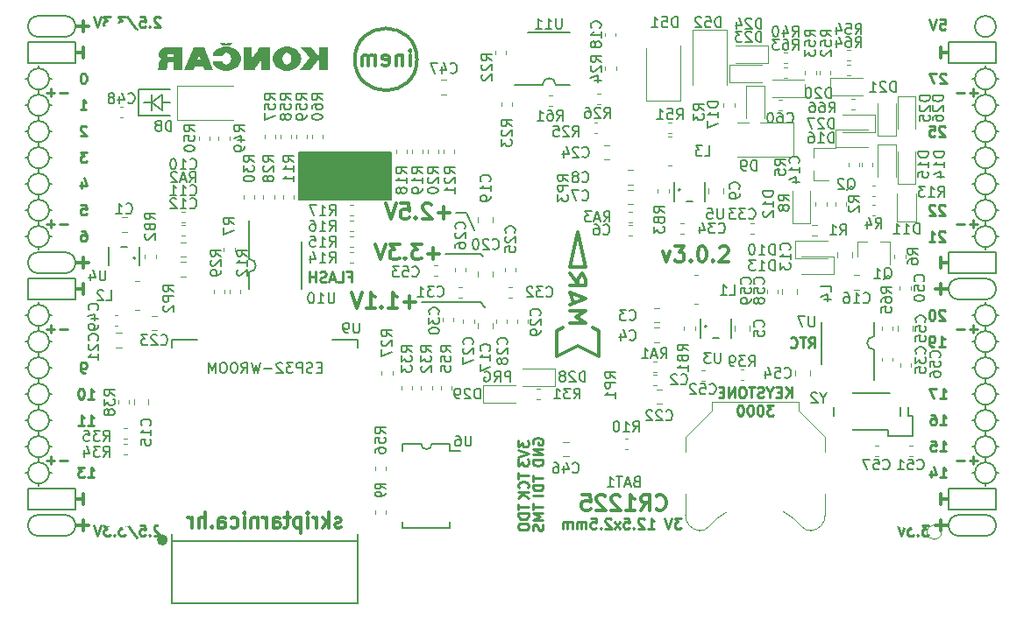
<source format=gbo>
G04 #@! TF.GenerationSoftware,KiCad,Pcbnew,5.0.0+dfsg1-2*
G04 #@! TF.CreationDate,2018-09-19T11:50:12+02:00*
G04 #@! TF.ProjectId,ulx3s,756C7833732E6B696361645F70636200,rev?*
G04 #@! TF.SameCoordinates,Original*
G04 #@! TF.FileFunction,Legend,Bot*
G04 #@! TF.FilePolarity,Positive*
%FSLAX46Y46*%
G04 Gerber Fmt 4.6, Leading zero omitted, Abs format (unit mm)*
G04 Created by KiCad (PCBNEW 5.0.0+dfsg1-2) date Wed Sep 19 11:50:12 2018*
%MOMM*%
%LPD*%
G01*
G04 APERTURE LIST*
%ADD10C,0.300000*%
%ADD11C,0.150000*%
%ADD12C,0.200000*%
%ADD13C,0.250000*%
%ADD14C,0.120000*%
%ADD15C,0.500000*%
%ADD16C,0.100000*%
%ADD17C,1.200000*%
%ADD18C,1.395000*%
%ADD19C,1.900000*%
%ADD20O,1.200000X0.500000*%
%ADD21R,1.200000X0.500000*%
%ADD22C,1.075000*%
%ADD23C,0.975000*%
%ADD24R,1.000000X0.900000*%
%ADD25R,1.100000X1.100000*%
%ADD26R,0.800000X1.300000*%
%ADD27C,1.800000*%
%ADD28C,2.100000*%
%ADD29R,3.800000X3.600000*%
%ADD30C,9.100000*%
%ADD31R,1.900000X1.500000*%
%ADD32R,1.827200X2.132000*%
%ADD33O,1.827200X2.132000*%
%ADD34R,0.700000X1.650000*%
%ADD35O,0.700000X1.650000*%
%ADD36R,1.650000X0.700000*%
%ADD37O,1.650000X0.700000*%
%ADD38R,0.700000X2.200000*%
%ADD39O,0.700000X2.200000*%
%ADD40O,2.600000X1.000000*%
%ADD41O,1.000000X2.600000*%
%ADD42R,6.100000X6.100000*%
%ADD43O,1.827200X1.827200*%
%ADD44R,1.827200X1.827200*%
%ADD45C,5.600000*%
%ADD46C,0.400000*%
%ADD47R,1.800000X1.800000*%
%ADD48O,1.800000X1.800000*%
%ADD49R,1.600000X2.800000*%
%ADD50R,0.770000X1.100000*%
%ADD51R,2.600000X1.900000*%
%ADD52R,0.900000X1.000000*%
%ADD53R,1.500000X1.395000*%
G04 APERTURE END LIST*
D10*
X124563333Y-111107142D02*
X124430000Y-111178571D01*
X124163333Y-111178571D01*
X124030000Y-111107142D01*
X123963333Y-110964285D01*
X123963333Y-110892857D01*
X124030000Y-110750000D01*
X124163333Y-110678571D01*
X124363333Y-110678571D01*
X124496666Y-110607142D01*
X124563333Y-110464285D01*
X124563333Y-110392857D01*
X124496666Y-110250000D01*
X124363333Y-110178571D01*
X124163333Y-110178571D01*
X124030000Y-110250000D01*
X123363333Y-111178571D02*
X123363333Y-109678571D01*
X123230000Y-110607142D02*
X122830000Y-111178571D01*
X122830000Y-110178571D02*
X123363333Y-110750000D01*
X122230000Y-111178571D02*
X122230000Y-110178571D01*
X122230000Y-110464285D02*
X122163333Y-110321428D01*
X122096666Y-110250000D01*
X121963333Y-110178571D01*
X121830000Y-110178571D01*
X121363333Y-111178571D02*
X121363333Y-110178571D01*
X121363333Y-109678571D02*
X121430000Y-109750000D01*
X121363333Y-109821428D01*
X121296666Y-109750000D01*
X121363333Y-109678571D01*
X121363333Y-109821428D01*
X120696666Y-110178571D02*
X120696666Y-111678571D01*
X120696666Y-110250000D02*
X120563333Y-110178571D01*
X120296666Y-110178571D01*
X120163333Y-110250000D01*
X120096666Y-110321428D01*
X120030000Y-110464285D01*
X120030000Y-110892857D01*
X120096666Y-111035714D01*
X120163333Y-111107142D01*
X120296666Y-111178571D01*
X120563333Y-111178571D01*
X120696666Y-111107142D01*
X119630000Y-110178571D02*
X119096666Y-110178571D01*
X119430000Y-109678571D02*
X119430000Y-110964285D01*
X119363333Y-111107142D01*
X119230000Y-111178571D01*
X119096666Y-111178571D01*
X118030000Y-111178571D02*
X118030000Y-110392857D01*
X118096666Y-110250000D01*
X118230000Y-110178571D01*
X118496666Y-110178571D01*
X118630000Y-110250000D01*
X118030000Y-111107142D02*
X118163333Y-111178571D01*
X118496666Y-111178571D01*
X118630000Y-111107142D01*
X118696666Y-110964285D01*
X118696666Y-110821428D01*
X118630000Y-110678571D01*
X118496666Y-110607142D01*
X118163333Y-110607142D01*
X118030000Y-110535714D01*
X117363333Y-111178571D02*
X117363333Y-110178571D01*
X117363333Y-110464285D02*
X117296666Y-110321428D01*
X117230000Y-110250000D01*
X117096666Y-110178571D01*
X116963333Y-110178571D01*
X116496666Y-110178571D02*
X116496666Y-111178571D01*
X116496666Y-110321428D02*
X116430000Y-110250000D01*
X116296666Y-110178571D01*
X116096666Y-110178571D01*
X115963333Y-110250000D01*
X115896666Y-110392857D01*
X115896666Y-111178571D01*
X115230000Y-111178571D02*
X115230000Y-110178571D01*
X115230000Y-109678571D02*
X115296666Y-109750000D01*
X115230000Y-109821428D01*
X115163333Y-109750000D01*
X115230000Y-109678571D01*
X115230000Y-109821428D01*
X113963333Y-111107142D02*
X114096666Y-111178571D01*
X114363333Y-111178571D01*
X114496666Y-111107142D01*
X114563333Y-111035714D01*
X114630000Y-110892857D01*
X114630000Y-110464285D01*
X114563333Y-110321428D01*
X114496666Y-110250000D01*
X114363333Y-110178571D01*
X114096666Y-110178571D01*
X113963333Y-110250000D01*
X112763333Y-111178571D02*
X112763333Y-110392857D01*
X112830000Y-110250000D01*
X112963333Y-110178571D01*
X113230000Y-110178571D01*
X113363333Y-110250000D01*
X112763333Y-111107142D02*
X112896666Y-111178571D01*
X113230000Y-111178571D01*
X113363333Y-111107142D01*
X113430000Y-110964285D01*
X113430000Y-110821428D01*
X113363333Y-110678571D01*
X113230000Y-110607142D01*
X112896666Y-110607142D01*
X112763333Y-110535714D01*
X112096666Y-111035714D02*
X112030000Y-111107142D01*
X112096666Y-111178571D01*
X112163333Y-111107142D01*
X112096666Y-111035714D01*
X112096666Y-111178571D01*
X111430000Y-111178571D02*
X111430000Y-109678571D01*
X110830000Y-111178571D02*
X110830000Y-110392857D01*
X110896666Y-110250000D01*
X111030000Y-110178571D01*
X111230000Y-110178571D01*
X111363333Y-110250000D01*
X111430000Y-110321428D01*
X110163333Y-111178571D02*
X110163333Y-110178571D01*
X110163333Y-110464285D02*
X110096666Y-110321428D01*
X110030000Y-110250000D01*
X109896666Y-110178571D01*
X109763333Y-110178571D01*
D11*
G36*
X129406000Y-74882000D02*
X120516000Y-74882000D01*
X120516000Y-79454000D01*
X129406000Y-79454000D01*
X129406000Y-74882000D01*
G37*
X129406000Y-74882000D02*
X120516000Y-74882000D01*
X120516000Y-79454000D01*
X129406000Y-79454000D01*
X129406000Y-74882000D01*
D12*
X185540000Y-72850000D02*
X185794000Y-72850000D01*
D11*
X140954904Y-97051380D02*
X140954904Y-96051380D01*
X140573952Y-96051380D01*
X140478714Y-96099000D01*
X140431095Y-96146619D01*
X140383476Y-96241857D01*
X140383476Y-96384714D01*
X140431095Y-96479952D01*
X140478714Y-96527571D01*
X140573952Y-96575190D01*
X140954904Y-96575190D01*
X139383476Y-97051380D02*
X139716809Y-96575190D01*
X139954904Y-97051380D02*
X139954904Y-96051380D01*
X139573952Y-96051380D01*
X139478714Y-96099000D01*
X139431095Y-96146619D01*
X139383476Y-96241857D01*
X139383476Y-96384714D01*
X139431095Y-96479952D01*
X139478714Y-96527571D01*
X139573952Y-96575190D01*
X139954904Y-96575190D01*
X138431095Y-96099000D02*
X138526333Y-96051380D01*
X138669190Y-96051380D01*
X138812047Y-96099000D01*
X138907285Y-96194238D01*
X138954904Y-96289476D01*
X139002523Y-96479952D01*
X139002523Y-96622809D01*
X138954904Y-96813285D01*
X138907285Y-96908523D01*
X138812047Y-97003761D01*
X138669190Y-97051380D01*
X138573952Y-97051380D01*
X138431095Y-97003761D01*
X138383476Y-96956142D01*
X138383476Y-96622809D01*
X138573952Y-96622809D01*
D12*
X136660000Y-80742000D02*
X135644000Y-80742000D01*
X137422000Y-82393000D02*
X136660000Y-80742000D01*
X138057000Y-84679000D02*
X134628000Y-84679000D01*
X138311000Y-84933000D02*
X138057000Y-84679000D01*
X138057000Y-89378000D02*
X138438000Y-89886000D01*
X132342000Y-89378000D02*
X138057000Y-89378000D01*
D13*
X99893476Y-96180380D02*
X99703000Y-96180380D01*
X99607761Y-96132761D01*
X99560142Y-96085142D01*
X99464904Y-95942285D01*
X99417285Y-95751809D01*
X99417285Y-95370857D01*
X99464904Y-95275619D01*
X99512523Y-95228000D01*
X99607761Y-95180380D01*
X99798238Y-95180380D01*
X99893476Y-95228000D01*
X99941095Y-95275619D01*
X99988714Y-95370857D01*
X99988714Y-95608952D01*
X99941095Y-95704190D01*
X99893476Y-95751809D01*
X99798238Y-95799428D01*
X99607761Y-95799428D01*
X99512523Y-95751809D01*
X99464904Y-95704190D01*
X99417285Y-95608952D01*
X100147476Y-101260380D02*
X100718904Y-101260380D01*
X100433190Y-101260380D02*
X100433190Y-100260380D01*
X100528428Y-100403238D01*
X100623666Y-100498476D01*
X100718904Y-100546095D01*
X99195095Y-101260380D02*
X99766523Y-101260380D01*
X99480809Y-101260380D02*
X99480809Y-100260380D01*
X99576047Y-100403238D01*
X99671285Y-100498476D01*
X99766523Y-100546095D01*
D12*
X105037000Y-68804000D02*
X108085000Y-68804000D01*
X105037000Y-71344000D02*
X105037000Y-68804000D01*
X108085000Y-71344000D02*
X105037000Y-71344000D01*
X107323000Y-70074000D02*
X108085000Y-70074000D01*
X106307000Y-70074000D02*
X105545000Y-70074000D01*
X106307000Y-70836000D02*
X106307000Y-70074000D01*
X106307000Y-69312000D02*
X106307000Y-70836000D01*
X107323000Y-69312000D02*
X107323000Y-70836000D01*
X106307000Y-70074000D02*
X107323000Y-69312000D01*
X107323000Y-70836000D02*
X106307000Y-70074000D01*
D13*
X182887904Y-72415619D02*
X182840285Y-72368000D01*
X182745047Y-72320380D01*
X182506952Y-72320380D01*
X182411714Y-72368000D01*
X182364095Y-72415619D01*
X182316476Y-72510857D01*
X182316476Y-72606095D01*
X182364095Y-72748952D01*
X182935523Y-73320380D01*
X182316476Y-73320380D01*
X181411714Y-72320380D02*
X181887904Y-72320380D01*
X181935523Y-72796571D01*
X181887904Y-72748952D01*
X181792666Y-72701333D01*
X181554571Y-72701333D01*
X181459333Y-72748952D01*
X181411714Y-72796571D01*
X181364095Y-72891809D01*
X181364095Y-73129904D01*
X181411714Y-73225142D01*
X181459333Y-73272761D01*
X181554571Y-73320380D01*
X181792666Y-73320380D01*
X181887904Y-73272761D01*
X181935523Y-73225142D01*
X182887904Y-80035619D02*
X182840285Y-79988000D01*
X182745047Y-79940380D01*
X182506952Y-79940380D01*
X182411714Y-79988000D01*
X182364095Y-80035619D01*
X182316476Y-80130857D01*
X182316476Y-80226095D01*
X182364095Y-80368952D01*
X182935523Y-80940380D01*
X182316476Y-80940380D01*
X181935523Y-80035619D02*
X181887904Y-79988000D01*
X181792666Y-79940380D01*
X181554571Y-79940380D01*
X181459333Y-79988000D01*
X181411714Y-80035619D01*
X181364095Y-80130857D01*
X181364095Y-80226095D01*
X181411714Y-80368952D01*
X181983142Y-80940380D01*
X181364095Y-80940380D01*
X182887904Y-82575619D02*
X182840285Y-82528000D01*
X182745047Y-82480380D01*
X182506952Y-82480380D01*
X182411714Y-82528000D01*
X182364095Y-82575619D01*
X182316476Y-82670857D01*
X182316476Y-82766095D01*
X182364095Y-82908952D01*
X182935523Y-83480380D01*
X182316476Y-83480380D01*
X181364095Y-83480380D02*
X181935523Y-83480380D01*
X181649809Y-83480380D02*
X181649809Y-82480380D01*
X181745047Y-82623238D01*
X181840285Y-82718476D01*
X181935523Y-82766095D01*
X182887904Y-90195619D02*
X182840285Y-90148000D01*
X182745047Y-90100380D01*
X182506952Y-90100380D01*
X182411714Y-90148000D01*
X182364095Y-90195619D01*
X182316476Y-90290857D01*
X182316476Y-90386095D01*
X182364095Y-90528952D01*
X182935523Y-91100380D01*
X182316476Y-91100380D01*
X181697428Y-90100380D02*
X181602190Y-90100380D01*
X181506952Y-90148000D01*
X181459333Y-90195619D01*
X181411714Y-90290857D01*
X181364095Y-90481333D01*
X181364095Y-90719428D01*
X181411714Y-90909904D01*
X181459333Y-91005142D01*
X181506952Y-91052761D01*
X181602190Y-91100380D01*
X181697428Y-91100380D01*
X181792666Y-91052761D01*
X181840285Y-91005142D01*
X181887904Y-90909904D01*
X181935523Y-90719428D01*
X181935523Y-90481333D01*
X181887904Y-90290857D01*
X181840285Y-90195619D01*
X181792666Y-90148000D01*
X181697428Y-90100380D01*
X182316476Y-93640380D02*
X182887904Y-93640380D01*
X182602190Y-93640380D02*
X182602190Y-92640380D01*
X182697428Y-92783238D01*
X182792666Y-92878476D01*
X182887904Y-92926095D01*
X181840285Y-93640380D02*
X181649809Y-93640380D01*
X181554571Y-93592761D01*
X181506952Y-93545142D01*
X181411714Y-93402285D01*
X181364095Y-93211809D01*
X181364095Y-92830857D01*
X181411714Y-92735619D01*
X181459333Y-92688000D01*
X181554571Y-92640380D01*
X181745047Y-92640380D01*
X181840285Y-92688000D01*
X181887904Y-92735619D01*
X181935523Y-92830857D01*
X181935523Y-93068952D01*
X181887904Y-93164190D01*
X181840285Y-93211809D01*
X181745047Y-93259428D01*
X181554571Y-93259428D01*
X181459333Y-93211809D01*
X181411714Y-93164190D01*
X181364095Y-93068952D01*
X125269476Y-86893571D02*
X125602809Y-86893571D01*
X125602809Y-87417380D02*
X125602809Y-86417380D01*
X125126619Y-86417380D01*
X124269476Y-87417380D02*
X124745666Y-87417380D01*
X124745666Y-86417380D01*
X123983761Y-87131666D02*
X123507571Y-87131666D01*
X124079000Y-87417380D02*
X123745666Y-86417380D01*
X123412333Y-87417380D01*
X123126619Y-87369761D02*
X122983761Y-87417380D01*
X122745666Y-87417380D01*
X122650428Y-87369761D01*
X122602809Y-87322142D01*
X122555190Y-87226904D01*
X122555190Y-87131666D01*
X122602809Y-87036428D01*
X122650428Y-86988809D01*
X122745666Y-86941190D01*
X122936142Y-86893571D01*
X123031380Y-86845952D01*
X123079000Y-86798333D01*
X123126619Y-86703095D01*
X123126619Y-86607857D01*
X123079000Y-86512619D01*
X123031380Y-86465000D01*
X122936142Y-86417380D01*
X122698047Y-86417380D01*
X122555190Y-86465000D01*
X122126619Y-87417380D02*
X122126619Y-86417380D01*
X122126619Y-86893571D02*
X121555190Y-86893571D01*
X121555190Y-87417380D02*
X121555190Y-86417380D01*
X157418095Y-110252380D02*
X156799047Y-110252380D01*
X157132380Y-110633333D01*
X156989523Y-110633333D01*
X156894285Y-110680952D01*
X156846666Y-110728571D01*
X156799047Y-110823809D01*
X156799047Y-111061904D01*
X156846666Y-111157142D01*
X156894285Y-111204761D01*
X156989523Y-111252380D01*
X157275238Y-111252380D01*
X157370476Y-111204761D01*
X157418095Y-111157142D01*
X156513333Y-110252380D02*
X156180000Y-111252380D01*
X155846666Y-110252380D01*
X154227619Y-111252380D02*
X154799047Y-111252380D01*
X154513333Y-111252380D02*
X154513333Y-110252380D01*
X154608571Y-110395238D01*
X154703809Y-110490476D01*
X154799047Y-110538095D01*
X153846666Y-110347619D02*
X153799047Y-110300000D01*
X153703809Y-110252380D01*
X153465714Y-110252380D01*
X153370476Y-110300000D01*
X153322857Y-110347619D01*
X153275238Y-110442857D01*
X153275238Y-110538095D01*
X153322857Y-110680952D01*
X153894285Y-111252380D01*
X153275238Y-111252380D01*
X152846666Y-111157142D02*
X152799047Y-111204761D01*
X152846666Y-111252380D01*
X152894285Y-111204761D01*
X152846666Y-111157142D01*
X152846666Y-111252380D01*
X151894285Y-110252380D02*
X152370476Y-110252380D01*
X152418095Y-110728571D01*
X152370476Y-110680952D01*
X152275238Y-110633333D01*
X152037142Y-110633333D01*
X151941904Y-110680952D01*
X151894285Y-110728571D01*
X151846666Y-110823809D01*
X151846666Y-111061904D01*
X151894285Y-111157142D01*
X151941904Y-111204761D01*
X152037142Y-111252380D01*
X152275238Y-111252380D01*
X152370476Y-111204761D01*
X152418095Y-111157142D01*
X151513333Y-111252380D02*
X150989523Y-110585714D01*
X151513333Y-110585714D02*
X150989523Y-111252380D01*
X150656190Y-110347619D02*
X150608571Y-110300000D01*
X150513333Y-110252380D01*
X150275238Y-110252380D01*
X150180000Y-110300000D01*
X150132380Y-110347619D01*
X150084761Y-110442857D01*
X150084761Y-110538095D01*
X150132380Y-110680952D01*
X150703809Y-111252380D01*
X150084761Y-111252380D01*
X149656190Y-111157142D02*
X149608571Y-111204761D01*
X149656190Y-111252380D01*
X149703809Y-111204761D01*
X149656190Y-111157142D01*
X149656190Y-111252380D01*
X148703809Y-110252380D02*
X149180000Y-110252380D01*
X149227619Y-110728571D01*
X149180000Y-110680952D01*
X149084761Y-110633333D01*
X148846666Y-110633333D01*
X148751428Y-110680952D01*
X148703809Y-110728571D01*
X148656190Y-110823809D01*
X148656190Y-111061904D01*
X148703809Y-111157142D01*
X148751428Y-111204761D01*
X148846666Y-111252380D01*
X149084761Y-111252380D01*
X149180000Y-111204761D01*
X149227619Y-111157142D01*
X148227619Y-111252380D02*
X148227619Y-110585714D01*
X148227619Y-110680952D02*
X148180000Y-110633333D01*
X148084761Y-110585714D01*
X147941904Y-110585714D01*
X147846666Y-110633333D01*
X147799047Y-110728571D01*
X147799047Y-111252380D01*
X147799047Y-110728571D02*
X147751428Y-110633333D01*
X147656190Y-110585714D01*
X147513333Y-110585714D01*
X147418095Y-110633333D01*
X147370476Y-110728571D01*
X147370476Y-111252380D01*
X146894285Y-111252380D02*
X146894285Y-110585714D01*
X146894285Y-110680952D02*
X146846666Y-110633333D01*
X146751428Y-110585714D01*
X146608571Y-110585714D01*
X146513333Y-110633333D01*
X146465714Y-110728571D01*
X146465714Y-111252380D01*
X146465714Y-110728571D02*
X146418095Y-110633333D01*
X146322857Y-110585714D01*
X146180000Y-110585714D01*
X146084761Y-110633333D01*
X146037142Y-110728571D01*
X146037142Y-111252380D01*
D10*
X155655714Y-84466571D02*
X156012857Y-85466571D01*
X156370000Y-84466571D01*
X156798571Y-83966571D02*
X157727142Y-83966571D01*
X157227142Y-84538000D01*
X157441428Y-84538000D01*
X157584285Y-84609428D01*
X157655714Y-84680857D01*
X157727142Y-84823714D01*
X157727142Y-85180857D01*
X157655714Y-85323714D01*
X157584285Y-85395142D01*
X157441428Y-85466571D01*
X157012857Y-85466571D01*
X156870000Y-85395142D01*
X156798571Y-85323714D01*
X158370000Y-85323714D02*
X158441428Y-85395142D01*
X158370000Y-85466571D01*
X158298571Y-85395142D01*
X158370000Y-85323714D01*
X158370000Y-85466571D01*
X159370000Y-83966571D02*
X159512857Y-83966571D01*
X159655714Y-84038000D01*
X159727142Y-84109428D01*
X159798571Y-84252285D01*
X159870000Y-84538000D01*
X159870000Y-84895142D01*
X159798571Y-85180857D01*
X159727142Y-85323714D01*
X159655714Y-85395142D01*
X159512857Y-85466571D01*
X159370000Y-85466571D01*
X159227142Y-85395142D01*
X159155714Y-85323714D01*
X159084285Y-85180857D01*
X159012857Y-84895142D01*
X159012857Y-84538000D01*
X159084285Y-84252285D01*
X159155714Y-84109428D01*
X159227142Y-84038000D01*
X159370000Y-83966571D01*
X160512857Y-85323714D02*
X160584285Y-85395142D01*
X160512857Y-85466571D01*
X160441428Y-85395142D01*
X160512857Y-85323714D01*
X160512857Y-85466571D01*
X161155714Y-84109428D02*
X161227142Y-84038000D01*
X161370000Y-83966571D01*
X161727142Y-83966571D01*
X161870000Y-84038000D01*
X161941428Y-84109428D01*
X162012857Y-84252285D01*
X162012857Y-84395142D01*
X161941428Y-84609428D01*
X161084285Y-85466571D01*
X162012857Y-85466571D01*
D13*
X168085000Y-98577380D02*
X168085000Y-97577380D01*
X167513571Y-98577380D02*
X167942142Y-98005952D01*
X167513571Y-97577380D02*
X168085000Y-98148809D01*
X167085000Y-98053571D02*
X166751666Y-98053571D01*
X166608809Y-98577380D02*
X167085000Y-98577380D01*
X167085000Y-97577380D01*
X166608809Y-97577380D01*
X165989761Y-98101190D02*
X165989761Y-98577380D01*
X166323095Y-97577380D02*
X165989761Y-98101190D01*
X165656428Y-97577380D01*
X165370714Y-98529761D02*
X165227857Y-98577380D01*
X164989761Y-98577380D01*
X164894523Y-98529761D01*
X164846904Y-98482142D01*
X164799285Y-98386904D01*
X164799285Y-98291666D01*
X164846904Y-98196428D01*
X164894523Y-98148809D01*
X164989761Y-98101190D01*
X165180238Y-98053571D01*
X165275476Y-98005952D01*
X165323095Y-97958333D01*
X165370714Y-97863095D01*
X165370714Y-97767857D01*
X165323095Y-97672619D01*
X165275476Y-97625000D01*
X165180238Y-97577380D01*
X164942142Y-97577380D01*
X164799285Y-97625000D01*
X164513571Y-97577380D02*
X163942142Y-97577380D01*
X164227857Y-98577380D02*
X164227857Y-97577380D01*
X163418333Y-97577380D02*
X163227857Y-97577380D01*
X163132619Y-97625000D01*
X163037380Y-97720238D01*
X162989761Y-97910714D01*
X162989761Y-98244047D01*
X163037380Y-98434523D01*
X163132619Y-98529761D01*
X163227857Y-98577380D01*
X163418333Y-98577380D01*
X163513571Y-98529761D01*
X163608809Y-98434523D01*
X163656428Y-98244047D01*
X163656428Y-97910714D01*
X163608809Y-97720238D01*
X163513571Y-97625000D01*
X163418333Y-97577380D01*
X162561190Y-98577380D02*
X162561190Y-97577380D01*
X161989761Y-98577380D01*
X161989761Y-97577380D01*
X161513571Y-98053571D02*
X161180238Y-98053571D01*
X161037380Y-98577380D02*
X161513571Y-98577380D01*
X161513571Y-97577380D01*
X161037380Y-97577380D01*
X166346904Y-99327380D02*
X165727857Y-99327380D01*
X166061190Y-99708333D01*
X165918333Y-99708333D01*
X165823095Y-99755952D01*
X165775476Y-99803571D01*
X165727857Y-99898809D01*
X165727857Y-100136904D01*
X165775476Y-100232142D01*
X165823095Y-100279761D01*
X165918333Y-100327380D01*
X166204047Y-100327380D01*
X166299285Y-100279761D01*
X166346904Y-100232142D01*
X165108809Y-99327380D02*
X165013571Y-99327380D01*
X164918333Y-99375000D01*
X164870714Y-99422619D01*
X164823095Y-99517857D01*
X164775476Y-99708333D01*
X164775476Y-99946428D01*
X164823095Y-100136904D01*
X164870714Y-100232142D01*
X164918333Y-100279761D01*
X165013571Y-100327380D01*
X165108809Y-100327380D01*
X165204047Y-100279761D01*
X165251666Y-100232142D01*
X165299285Y-100136904D01*
X165346904Y-99946428D01*
X165346904Y-99708333D01*
X165299285Y-99517857D01*
X165251666Y-99422619D01*
X165204047Y-99375000D01*
X165108809Y-99327380D01*
X164156428Y-99327380D02*
X164061190Y-99327380D01*
X163965952Y-99375000D01*
X163918333Y-99422619D01*
X163870714Y-99517857D01*
X163823095Y-99708333D01*
X163823095Y-99946428D01*
X163870714Y-100136904D01*
X163918333Y-100232142D01*
X163965952Y-100279761D01*
X164061190Y-100327380D01*
X164156428Y-100327380D01*
X164251666Y-100279761D01*
X164299285Y-100232142D01*
X164346904Y-100136904D01*
X164394523Y-99946428D01*
X164394523Y-99708333D01*
X164346904Y-99517857D01*
X164299285Y-99422619D01*
X164251666Y-99375000D01*
X164156428Y-99327380D01*
X163204047Y-99327380D02*
X163108809Y-99327380D01*
X163013571Y-99375000D01*
X162965952Y-99422619D01*
X162918333Y-99517857D01*
X162870714Y-99708333D01*
X162870714Y-99946428D01*
X162918333Y-100136904D01*
X162965952Y-100232142D01*
X163013571Y-100279761D01*
X163108809Y-100327380D01*
X163204047Y-100327380D01*
X163299285Y-100279761D01*
X163346904Y-100232142D01*
X163394523Y-100136904D01*
X163442142Y-99946428D01*
X163442142Y-99708333D01*
X163394523Y-99517857D01*
X163346904Y-99422619D01*
X163299285Y-99375000D01*
X163204047Y-99327380D01*
D10*
X182492000Y-87582000D02*
X182492000Y-88598000D01*
X183254000Y-88090000D02*
X181984000Y-88090000D01*
X182492000Y-110442000D02*
X182492000Y-111458000D01*
X183254000Y-110950000D02*
X181984000Y-110950000D01*
X99688000Y-62182000D02*
X99688000Y-63198000D01*
X98926000Y-62690000D02*
X100196000Y-62690000D01*
X99688000Y-110442000D02*
X99688000Y-111458000D01*
X98926000Y-110950000D02*
X100196000Y-110950000D01*
X99688000Y-85042000D02*
X99688000Y-86058000D01*
X98926000Y-85550000D02*
X100196000Y-85550000D01*
D12*
X187826000Y-62690000D02*
G75*
G03X187826000Y-62690000I-1016000J0D01*
G01*
X184270000Y-87074000D02*
X186810000Y-87074000D01*
X184270000Y-89106000D02*
X186810000Y-89106000D01*
X184270000Y-87074000D02*
G75*
G03X184270000Y-89106000I0J-1016000D01*
G01*
X186810000Y-89106000D02*
G75*
G03X186810000Y-87074000I0J1016000D01*
G01*
X184270000Y-111966000D02*
X186810000Y-111966000D01*
X184270000Y-109934000D02*
X186810000Y-109934000D01*
X184270000Y-109934000D02*
G75*
G03X184270000Y-111966000I0J-1016000D01*
G01*
X186810000Y-111966000D02*
G75*
G03X186810000Y-109934000I0J1016000D01*
G01*
X97910000Y-63706000D02*
G75*
G03X97910000Y-61674000I0J1016000D01*
G01*
X95370000Y-61674000D02*
X97910000Y-61674000D01*
X95370000Y-63706000D02*
X97910000Y-63706000D01*
X95370000Y-61674000D02*
G75*
G03X95370000Y-63706000I0J-1016000D01*
G01*
X95370000Y-86566000D02*
X97910000Y-86566000D01*
X95370000Y-84534000D02*
X97910000Y-84534000D01*
X95370000Y-84534000D02*
G75*
G03X95370000Y-86566000I0J-1016000D01*
G01*
X97910000Y-86566000D02*
G75*
G03X97910000Y-84534000I0J1016000D01*
G01*
X95370000Y-111966000D02*
X97910000Y-111966000D01*
X95370000Y-109934000D02*
X97910000Y-109934000D01*
X95370000Y-109934000D02*
G75*
G03X95370000Y-111966000I0J-1016000D01*
G01*
X97910000Y-111966000D02*
G75*
G03X97910000Y-109934000I0J1016000D01*
G01*
X98926000Y-107394000D02*
X94354000Y-107394000D01*
X98926000Y-109426000D02*
X98926000Y-107394000D01*
X94354000Y-109426000D02*
X98926000Y-109426000D01*
X94354000Y-107394000D02*
X94354000Y-109426000D01*
X187826000Y-107394000D02*
X183254000Y-107394000D01*
X187826000Y-109426000D02*
X187826000Y-107394000D01*
X183254000Y-109426000D02*
X187826000Y-109426000D01*
X183254000Y-107394000D02*
X183254000Y-109426000D01*
X187826000Y-84534000D02*
X183254000Y-84534000D01*
X187826000Y-86566000D02*
X187826000Y-84534000D01*
X183254000Y-86566000D02*
X187826000Y-86566000D01*
X183254000Y-84534000D02*
X183254000Y-86566000D01*
X187826000Y-64214000D02*
X183254000Y-64214000D01*
X187826000Y-66246000D02*
X187826000Y-64214000D01*
X183254000Y-66246000D02*
X187826000Y-66246000D01*
X183254000Y-64214000D02*
X183254000Y-66246000D01*
X98926000Y-64214000D02*
X94354000Y-64214000D01*
X98926000Y-66246000D02*
X98926000Y-64214000D01*
X94354000Y-66246000D02*
X98926000Y-66246000D01*
X94354000Y-64214000D02*
X94354000Y-66246000D01*
X98926000Y-87074000D02*
X94354000Y-87074000D01*
X98926000Y-89106000D02*
X98926000Y-87074000D01*
X94354000Y-89106000D02*
X98926000Y-89106000D01*
X94354000Y-87074000D02*
X94354000Y-89106000D01*
D13*
X186032000Y-91971428D02*
X185270095Y-91971428D01*
X185651047Y-92352380D02*
X185651047Y-91590476D01*
X184793904Y-91971428D02*
X184032000Y-91971428D01*
X186032000Y-69111428D02*
X185270095Y-69111428D01*
X185651047Y-69492380D02*
X185651047Y-68730476D01*
X184793904Y-69111428D02*
X184032000Y-69111428D01*
X186032000Y-81811428D02*
X185270095Y-81811428D01*
X185651047Y-82192380D02*
X185651047Y-81430476D01*
X184793904Y-81811428D02*
X184032000Y-81811428D01*
X186032000Y-104671428D02*
X185270095Y-104671428D01*
X185651047Y-105052380D02*
X185651047Y-104290476D01*
X184793904Y-104671428D02*
X184032000Y-104671428D01*
X98148000Y-104671428D02*
X97386095Y-104671428D01*
X96909904Y-104671428D02*
X96148000Y-104671428D01*
X96528952Y-105052380D02*
X96528952Y-104290476D01*
X98148000Y-91971428D02*
X97386095Y-91971428D01*
X96909904Y-91971428D02*
X96148000Y-91971428D01*
X96528952Y-92352380D02*
X96528952Y-91590476D01*
X98148000Y-81811428D02*
X97386095Y-81811428D01*
X96909904Y-81811428D02*
X96148000Y-81811428D01*
X96528952Y-82192380D02*
X96528952Y-81430476D01*
X98148000Y-69111428D02*
X97386095Y-69111428D01*
X96909904Y-69111428D02*
X96148000Y-69111428D01*
X96528952Y-69492380D02*
X96528952Y-68730476D01*
D10*
X182492000Y-107902000D02*
X182492000Y-108918000D01*
X183254000Y-108410000D02*
X182492000Y-108410000D01*
D12*
X95370000Y-96726000D02*
X95370000Y-97234000D01*
X96386000Y-95710000D02*
X96640000Y-95710000D01*
X94354000Y-95710000D02*
X94100000Y-95710000D01*
X187826000Y-98250000D02*
X188080000Y-98250000D01*
X187826000Y-83010000D02*
X188080000Y-83010000D01*
X95370000Y-107140000D02*
X95370000Y-106886000D01*
X96386000Y-105870000D02*
X96640000Y-105870000D01*
X94354000Y-105870000D02*
X94100000Y-105870000D01*
X94354000Y-103330000D02*
X94100000Y-103330000D01*
X95370000Y-104346000D02*
X95370000Y-104854000D01*
X96386000Y-103330000D02*
X96640000Y-103330000D01*
X94354000Y-100790000D02*
X94100000Y-100790000D01*
X95370000Y-102314000D02*
X95370000Y-101806000D01*
X96386000Y-100790000D02*
X96640000Y-100790000D01*
X95370000Y-99266000D02*
X95370000Y-99774000D01*
X94354000Y-98250000D02*
X94100000Y-98250000D01*
X96386000Y-98250000D02*
X96640000Y-98250000D01*
X95370000Y-94186000D02*
X95370000Y-94694000D01*
X96386000Y-93170000D02*
X96640000Y-93170000D01*
X94354000Y-93170000D02*
X94100000Y-93170000D01*
X94354000Y-90630000D02*
X94100000Y-90630000D01*
X95370000Y-91646000D02*
X95370000Y-92154000D01*
X96640000Y-90630000D02*
X96386000Y-90630000D01*
X95370000Y-89360000D02*
X95370000Y-89614000D01*
X94354000Y-83010000D02*
X94100000Y-83010000D01*
X95370000Y-84280000D02*
X95370000Y-84026000D01*
X96386000Y-83010000D02*
X96640000Y-83010000D01*
X95370000Y-81486000D02*
X95370000Y-81994000D01*
X94354000Y-80470000D02*
X94100000Y-80470000D01*
X96640000Y-80470000D02*
X96386000Y-80470000D01*
X95370000Y-78946000D02*
X95370000Y-79454000D01*
X96386000Y-77930000D02*
X96640000Y-77930000D01*
X94354000Y-77930000D02*
X94100000Y-77930000D01*
X95370000Y-76406000D02*
X95370000Y-76914000D01*
X94354000Y-75390000D02*
X94100000Y-75390000D01*
X96386000Y-75390000D02*
X96640000Y-75390000D01*
X95370000Y-73866000D02*
X95370000Y-74374000D01*
X96386000Y-72850000D02*
X96640000Y-72850000D01*
X94100000Y-72850000D02*
X94354000Y-72850000D01*
X94354000Y-70310000D02*
X94100000Y-70310000D01*
X96640000Y-70310000D02*
X96386000Y-70310000D01*
X95370000Y-71326000D02*
X95370000Y-71834000D01*
X95370000Y-68786000D02*
X95370000Y-69294000D01*
X96386000Y-67770000D02*
X96640000Y-67770000D01*
X94354000Y-67770000D02*
X94100000Y-67770000D01*
X95370000Y-66500000D02*
X95370000Y-66754000D01*
X187826000Y-105870000D02*
X188080000Y-105870000D01*
X186810000Y-107140000D02*
X186810000Y-106886000D01*
X185540000Y-105870000D02*
X185794000Y-105870000D01*
X186810000Y-104346000D02*
X186810000Y-104854000D01*
X187826000Y-103330000D02*
X188080000Y-103330000D01*
X185540000Y-103330000D02*
X185794000Y-103330000D01*
X186810000Y-101806000D02*
X186810000Y-102314000D01*
X187826000Y-100790000D02*
X188080000Y-100790000D01*
X185540000Y-100790000D02*
X185794000Y-100790000D01*
X186810000Y-99266000D02*
X186810000Y-99774000D01*
X185540000Y-98250000D02*
X185794000Y-98250000D01*
X186810000Y-97234000D02*
X186810000Y-96726000D01*
X187826000Y-95710000D02*
X188080000Y-95710000D01*
X185540000Y-95710000D02*
X185794000Y-95710000D01*
X186810000Y-94694000D02*
X186810000Y-94186000D01*
X187826000Y-93170000D02*
X188080000Y-93170000D01*
X185540000Y-93170000D02*
X185794000Y-93170000D01*
X186810000Y-92154000D02*
X186810000Y-91646000D01*
X187826000Y-90630000D02*
X188080000Y-90630000D01*
X185540000Y-90630000D02*
X185794000Y-90630000D01*
X186810000Y-89360000D02*
X186810000Y-89614000D01*
X186810000Y-84280000D02*
X186810000Y-84026000D01*
X185540000Y-83010000D02*
X185794000Y-83010000D01*
X186810000Y-81994000D02*
X186810000Y-81486000D01*
X185794000Y-80470000D02*
X185540000Y-80470000D01*
X187826000Y-80470000D02*
X188080000Y-80470000D01*
X186810000Y-78946000D02*
X186810000Y-79454000D01*
X185794000Y-77930000D02*
X185540000Y-77930000D01*
X187826000Y-77930000D02*
X188080000Y-77930000D01*
X186810000Y-76406000D02*
X186810000Y-76914000D01*
X186810000Y-73866000D02*
X186810000Y-74374000D01*
X185794000Y-75390000D02*
X185540000Y-75390000D01*
X187826000Y-75390000D02*
X188080000Y-75390000D01*
X187826000Y-72850000D02*
X188080000Y-72850000D01*
X186810000Y-71834000D02*
X186810000Y-71326000D01*
X187826000Y-70310000D02*
X188080000Y-70310000D01*
X185540000Y-70310000D02*
X185794000Y-70310000D01*
X187826000Y-67770000D02*
X188080000Y-67770000D01*
X186810000Y-68786000D02*
X186810000Y-69294000D01*
X185540000Y-67770000D02*
X185794000Y-67770000D01*
X186810000Y-66500000D02*
X186810000Y-66754000D01*
X187826000Y-67770000D02*
G75*
G03X187826000Y-67770000I-1016000J0D01*
G01*
X187826000Y-70310000D02*
G75*
G03X187826000Y-70310000I-1016000J0D01*
G01*
X187826000Y-72850000D02*
G75*
G03X187826000Y-72850000I-1016000J0D01*
G01*
X187826000Y-75390000D02*
G75*
G03X187826000Y-75390000I-1016000J0D01*
G01*
X187826000Y-77930000D02*
G75*
G03X187826000Y-77930000I-1016000J0D01*
G01*
X187826000Y-80470000D02*
G75*
G03X187826000Y-80470000I-1016000J0D01*
G01*
X187826000Y-83010000D02*
G75*
G03X187826000Y-83010000I-1016000J0D01*
G01*
X187826000Y-90630000D02*
G75*
G03X187826000Y-90630000I-1016000J0D01*
G01*
X187826000Y-93170000D02*
G75*
G03X187826000Y-93170000I-1016000J0D01*
G01*
X187826000Y-95710000D02*
G75*
G03X187826000Y-95710000I-1016000J0D01*
G01*
X187826000Y-98250000D02*
G75*
G03X187826000Y-98250000I-1016000J0D01*
G01*
X187826000Y-100790000D02*
G75*
G03X187826000Y-100790000I-1016000J0D01*
G01*
X187826000Y-103330000D02*
G75*
G03X187826000Y-103330000I-1016000J0D01*
G01*
X187826000Y-105870000D02*
G75*
G03X187826000Y-105870000I-1016000J0D01*
G01*
X96386000Y-105870000D02*
G75*
G03X96386000Y-105870000I-1016000J0D01*
G01*
X96386000Y-103330000D02*
G75*
G03X96386000Y-103330000I-1016000J0D01*
G01*
X96386000Y-100790000D02*
G75*
G03X96386000Y-100790000I-1016000J0D01*
G01*
X96386000Y-98250000D02*
G75*
G03X96386000Y-98250000I-1016000J0D01*
G01*
X96386000Y-95710000D02*
G75*
G03X96386000Y-95710000I-1016000J0D01*
G01*
X96386000Y-93170000D02*
G75*
G03X96386000Y-93170000I-1016000J0D01*
G01*
X96386000Y-90630000D02*
G75*
G03X96386000Y-90630000I-1016000J0D01*
G01*
X96386000Y-83010000D02*
G75*
G03X96386000Y-83010000I-1016000J0D01*
G01*
X96386000Y-80470000D02*
G75*
G03X96386000Y-80470000I-1016000J0D01*
G01*
X96386000Y-77930000D02*
G75*
G03X96386000Y-77930000I-1016000J0D01*
G01*
X96386000Y-75390000D02*
G75*
G03X96386000Y-75390000I-1016000J0D01*
G01*
X96386000Y-72850000D02*
G75*
G03X96386000Y-72850000I-1016000J0D01*
G01*
X96386000Y-70310000D02*
G75*
G03X96386000Y-70310000I-1016000J0D01*
G01*
X96386000Y-67770000D02*
G75*
G03X96386000Y-67770000I-1016000J0D01*
G01*
D13*
X182428476Y-62015380D02*
X182904666Y-62015380D01*
X182952285Y-62491571D01*
X182904666Y-62443952D01*
X182809428Y-62396333D01*
X182571333Y-62396333D01*
X182476095Y-62443952D01*
X182428476Y-62491571D01*
X182380857Y-62586809D01*
X182380857Y-62824904D01*
X182428476Y-62920142D01*
X182476095Y-62967761D01*
X182571333Y-63015380D01*
X182809428Y-63015380D01*
X182904666Y-62967761D01*
X182952285Y-62920142D01*
X182095142Y-62015380D02*
X181761809Y-63015380D01*
X181428476Y-62015380D01*
D10*
X182492000Y-64722000D02*
X182492000Y-65738000D01*
X183254000Y-65230000D02*
X182492000Y-65230000D01*
D13*
X182999904Y-67317619D02*
X182952285Y-67270000D01*
X182857047Y-67222380D01*
X182618952Y-67222380D01*
X182523714Y-67270000D01*
X182476095Y-67317619D01*
X182428476Y-67412857D01*
X182428476Y-67508095D01*
X182476095Y-67650952D01*
X183047523Y-68222380D01*
X182428476Y-68222380D01*
X182095142Y-67222380D02*
X181428476Y-67222380D01*
X181857047Y-68222380D01*
D10*
X182492000Y-85042000D02*
X182492000Y-86058000D01*
X183254000Y-85550000D02*
X182492000Y-85550000D01*
D13*
X182428476Y-98702380D02*
X182999904Y-98702380D01*
X182714190Y-98702380D02*
X182714190Y-97702380D01*
X182809428Y-97845238D01*
X182904666Y-97940476D01*
X182999904Y-97988095D01*
X182095142Y-97702380D02*
X181428476Y-97702380D01*
X181857047Y-98702380D01*
X182428476Y-101242380D02*
X182999904Y-101242380D01*
X182714190Y-101242380D02*
X182714190Y-100242380D01*
X182809428Y-100385238D01*
X182904666Y-100480476D01*
X182999904Y-100528095D01*
X181571333Y-100242380D02*
X181761809Y-100242380D01*
X181857047Y-100290000D01*
X181904666Y-100337619D01*
X181999904Y-100480476D01*
X182047523Y-100670952D01*
X182047523Y-101051904D01*
X181999904Y-101147142D01*
X181952285Y-101194761D01*
X181857047Y-101242380D01*
X181666571Y-101242380D01*
X181571333Y-101194761D01*
X181523714Y-101147142D01*
X181476095Y-101051904D01*
X181476095Y-100813809D01*
X181523714Y-100718571D01*
X181571333Y-100670952D01*
X181666571Y-100623333D01*
X181857047Y-100623333D01*
X181952285Y-100670952D01*
X181999904Y-100718571D01*
X182047523Y-100813809D01*
X182428476Y-103782380D02*
X182999904Y-103782380D01*
X182714190Y-103782380D02*
X182714190Y-102782380D01*
X182809428Y-102925238D01*
X182904666Y-103020476D01*
X182999904Y-103068095D01*
X181523714Y-102782380D02*
X181999904Y-102782380D01*
X182047523Y-103258571D01*
X181999904Y-103210952D01*
X181904666Y-103163333D01*
X181666571Y-103163333D01*
X181571333Y-103210952D01*
X181523714Y-103258571D01*
X181476095Y-103353809D01*
X181476095Y-103591904D01*
X181523714Y-103687142D01*
X181571333Y-103734761D01*
X181666571Y-103782380D01*
X181904666Y-103782380D01*
X181999904Y-103734761D01*
X182047523Y-103687142D01*
X182428476Y-106322380D02*
X182999904Y-106322380D01*
X182714190Y-106322380D02*
X182714190Y-105322380D01*
X182809428Y-105465238D01*
X182904666Y-105560476D01*
X182999904Y-105608095D01*
X181571333Y-105655714D02*
X181571333Y-106322380D01*
X181809428Y-105274761D02*
X182047523Y-105989047D01*
X181428476Y-105989047D01*
X181312642Y-110928380D02*
X180693595Y-110928380D01*
X181026928Y-111309333D01*
X180884071Y-111309333D01*
X180788833Y-111356952D01*
X180741214Y-111404571D01*
X180693595Y-111499809D01*
X180693595Y-111737904D01*
X180741214Y-111833142D01*
X180788833Y-111880761D01*
X180884071Y-111928380D01*
X181169785Y-111928380D01*
X181265023Y-111880761D01*
X181312642Y-111833142D01*
X180265023Y-111833142D02*
X180217404Y-111880761D01*
X180265023Y-111928380D01*
X180312642Y-111880761D01*
X180265023Y-111833142D01*
X180265023Y-111928380D01*
X179884071Y-110928380D02*
X179265023Y-110928380D01*
X179598357Y-111309333D01*
X179455500Y-111309333D01*
X179360261Y-111356952D01*
X179312642Y-111404571D01*
X179265023Y-111499809D01*
X179265023Y-111737904D01*
X179312642Y-111833142D01*
X179360261Y-111880761D01*
X179455500Y-111928380D01*
X179741214Y-111928380D01*
X179836452Y-111880761D01*
X179884071Y-111833142D01*
X178979309Y-110928380D02*
X178645976Y-111928380D01*
X178312642Y-110928380D01*
D10*
X99688000Y-108918000D02*
X99688000Y-107902000D01*
X98926000Y-108410000D02*
X99688000Y-108410000D01*
X99688000Y-88598000D02*
X99688000Y-87582000D01*
X98926000Y-88090000D02*
X99688000Y-88090000D01*
X99688000Y-64722000D02*
X99688000Y-65738000D01*
X98926000Y-65230000D02*
X99688000Y-65230000D01*
D13*
X107103690Y-111023619D02*
X107056071Y-110976000D01*
X106960833Y-110928380D01*
X106722738Y-110928380D01*
X106627500Y-110976000D01*
X106579880Y-111023619D01*
X106532261Y-111118857D01*
X106532261Y-111214095D01*
X106579880Y-111356952D01*
X107151309Y-111928380D01*
X106532261Y-111928380D01*
X106103690Y-111833142D02*
X106056071Y-111880761D01*
X106103690Y-111928380D01*
X106151309Y-111880761D01*
X106103690Y-111833142D01*
X106103690Y-111928380D01*
X105151309Y-110928380D02*
X105627500Y-110928380D01*
X105675119Y-111404571D01*
X105627500Y-111356952D01*
X105532261Y-111309333D01*
X105294166Y-111309333D01*
X105198928Y-111356952D01*
X105151309Y-111404571D01*
X105103690Y-111499809D01*
X105103690Y-111737904D01*
X105151309Y-111833142D01*
X105198928Y-111880761D01*
X105294166Y-111928380D01*
X105532261Y-111928380D01*
X105627500Y-111880761D01*
X105675119Y-111833142D01*
X103960833Y-110880761D02*
X104817976Y-112166476D01*
X103722738Y-110928380D02*
X103103690Y-110928380D01*
X103437023Y-111309333D01*
X103294166Y-111309333D01*
X103198928Y-111356952D01*
X103151309Y-111404571D01*
X103103690Y-111499809D01*
X103103690Y-111737904D01*
X103151309Y-111833142D01*
X103198928Y-111880761D01*
X103294166Y-111928380D01*
X103579880Y-111928380D01*
X103675119Y-111880761D01*
X103722738Y-111833142D01*
X102675119Y-111833142D02*
X102627500Y-111880761D01*
X102675119Y-111928380D01*
X102722738Y-111880761D01*
X102675119Y-111833142D01*
X102675119Y-111928380D01*
X102294166Y-110928380D02*
X101675119Y-110928380D01*
X102008452Y-111309333D01*
X101865595Y-111309333D01*
X101770357Y-111356952D01*
X101722738Y-111404571D01*
X101675119Y-111499809D01*
X101675119Y-111737904D01*
X101722738Y-111833142D01*
X101770357Y-111880761D01*
X101865595Y-111928380D01*
X102151309Y-111928380D01*
X102246547Y-111880761D01*
X102294166Y-111833142D01*
X101389404Y-110928380D02*
X101056071Y-111928380D01*
X100722738Y-110928380D01*
X100132476Y-106322380D02*
X100703904Y-106322380D01*
X100418190Y-106322380D02*
X100418190Y-105322380D01*
X100513428Y-105465238D01*
X100608666Y-105560476D01*
X100703904Y-105608095D01*
X99799142Y-105322380D02*
X99180095Y-105322380D01*
X99513428Y-105703333D01*
X99370571Y-105703333D01*
X99275333Y-105750952D01*
X99227714Y-105798571D01*
X99180095Y-105893809D01*
X99180095Y-106131904D01*
X99227714Y-106227142D01*
X99275333Y-106274761D01*
X99370571Y-106322380D01*
X99656285Y-106322380D01*
X99751523Y-106274761D01*
X99799142Y-106227142D01*
X100147476Y-98720380D02*
X100718904Y-98720380D01*
X100433190Y-98720380D02*
X100433190Y-97720380D01*
X100528428Y-97863238D01*
X100623666Y-97958476D01*
X100718904Y-98006095D01*
X99528428Y-97720380D02*
X99433190Y-97720380D01*
X99337952Y-97768000D01*
X99290333Y-97815619D01*
X99242714Y-97910857D01*
X99195095Y-98101333D01*
X99195095Y-98339428D01*
X99242714Y-98529904D01*
X99290333Y-98625142D01*
X99337952Y-98672761D01*
X99433190Y-98720380D01*
X99528428Y-98720380D01*
X99623666Y-98672761D01*
X99671285Y-98625142D01*
X99718904Y-98529904D01*
X99766523Y-98339428D01*
X99766523Y-98101333D01*
X99718904Y-97910857D01*
X99671285Y-97815619D01*
X99623666Y-97768000D01*
X99528428Y-97720380D01*
X99512523Y-82462380D02*
X99703000Y-82462380D01*
X99798238Y-82510000D01*
X99845857Y-82557619D01*
X99941095Y-82700476D01*
X99988714Y-82890952D01*
X99988714Y-83271904D01*
X99941095Y-83367142D01*
X99893476Y-83414761D01*
X99798238Y-83462380D01*
X99607761Y-83462380D01*
X99512523Y-83414761D01*
X99464904Y-83367142D01*
X99417285Y-83271904D01*
X99417285Y-83033809D01*
X99464904Y-82938571D01*
X99512523Y-82890952D01*
X99607761Y-82843333D01*
X99798238Y-82843333D01*
X99893476Y-82890952D01*
X99941095Y-82938571D01*
X99988714Y-83033809D01*
X99464904Y-79922380D02*
X99941095Y-79922380D01*
X99988714Y-80398571D01*
X99941095Y-80350952D01*
X99845857Y-80303333D01*
X99607761Y-80303333D01*
X99512523Y-80350952D01*
X99464904Y-80398571D01*
X99417285Y-80493809D01*
X99417285Y-80731904D01*
X99464904Y-80827142D01*
X99512523Y-80874761D01*
X99607761Y-80922380D01*
X99845857Y-80922380D01*
X99941095Y-80874761D01*
X99988714Y-80827142D01*
X99512523Y-77715714D02*
X99512523Y-78382380D01*
X99750619Y-77334761D02*
X99988714Y-78049047D01*
X99369666Y-78049047D01*
X100021333Y-74842380D02*
X99402285Y-74842380D01*
X99735619Y-75223333D01*
X99592761Y-75223333D01*
X99497523Y-75270952D01*
X99449904Y-75318571D01*
X99402285Y-75413809D01*
X99402285Y-75651904D01*
X99449904Y-75747142D01*
X99497523Y-75794761D01*
X99592761Y-75842380D01*
X99878476Y-75842380D01*
X99973714Y-75794761D01*
X100021333Y-75747142D01*
X99973714Y-72397619D02*
X99926095Y-72350000D01*
X99830857Y-72302380D01*
X99592761Y-72302380D01*
X99497523Y-72350000D01*
X99449904Y-72397619D01*
X99402285Y-72492857D01*
X99402285Y-72588095D01*
X99449904Y-72730952D01*
X100021333Y-73302380D01*
X99402285Y-73302380D01*
X99402285Y-70762380D02*
X99973714Y-70762380D01*
X99688000Y-70762380D02*
X99688000Y-69762380D01*
X99783238Y-69905238D01*
X99878476Y-70000476D01*
X99973714Y-70048095D01*
X99750619Y-67222380D02*
X99655380Y-67222380D01*
X99560142Y-67270000D01*
X99512523Y-67317619D01*
X99464904Y-67412857D01*
X99417285Y-67603333D01*
X99417285Y-67841428D01*
X99464904Y-68031904D01*
X99512523Y-68127142D01*
X99560142Y-68174761D01*
X99655380Y-68222380D01*
X99750619Y-68222380D01*
X99845857Y-68174761D01*
X99893476Y-68127142D01*
X99941095Y-68031904D01*
X99988714Y-67841428D01*
X99988714Y-67603333D01*
X99941095Y-67412857D01*
X99893476Y-67317619D01*
X99845857Y-67270000D01*
X99750619Y-67222380D01*
X107103690Y-61874619D02*
X107056071Y-61827000D01*
X106960833Y-61779380D01*
X106722738Y-61779380D01*
X106627500Y-61827000D01*
X106579880Y-61874619D01*
X106532261Y-61969857D01*
X106532261Y-62065095D01*
X106579880Y-62207952D01*
X107151309Y-62779380D01*
X106532261Y-62779380D01*
X106103690Y-62684142D02*
X106056071Y-62731761D01*
X106103690Y-62779380D01*
X106151309Y-62731761D01*
X106103690Y-62684142D01*
X106103690Y-62779380D01*
X105151309Y-61779380D02*
X105627500Y-61779380D01*
X105675119Y-62255571D01*
X105627500Y-62207952D01*
X105532261Y-62160333D01*
X105294166Y-62160333D01*
X105198928Y-62207952D01*
X105151309Y-62255571D01*
X105103690Y-62350809D01*
X105103690Y-62588904D01*
X105151309Y-62684142D01*
X105198928Y-62731761D01*
X105294166Y-62779380D01*
X105532261Y-62779380D01*
X105627500Y-62731761D01*
X105675119Y-62684142D01*
X103960833Y-61731761D02*
X104817976Y-63017476D01*
X103722738Y-61779380D02*
X103103690Y-61779380D01*
X103437023Y-62160333D01*
X103294166Y-62160333D01*
X103198928Y-62207952D01*
X103151309Y-62255571D01*
X103103690Y-62350809D01*
X103103690Y-62588904D01*
X103151309Y-62684142D01*
X103198928Y-62731761D01*
X103294166Y-62779380D01*
X103579880Y-62779380D01*
X103675119Y-62731761D01*
X103722738Y-62684142D01*
X102675119Y-62684142D02*
X102627500Y-62731761D01*
X102675119Y-62779380D01*
X102722738Y-62731761D01*
X102675119Y-62684142D01*
X102675119Y-62779380D01*
X102294166Y-61779380D02*
X101675119Y-61779380D01*
X102008452Y-62160333D01*
X101865595Y-62160333D01*
X101770357Y-62207952D01*
X101722738Y-62255571D01*
X101675119Y-62350809D01*
X101675119Y-62588904D01*
X101722738Y-62684142D01*
X101770357Y-62731761D01*
X101865595Y-62779380D01*
X102151309Y-62779380D01*
X102246547Y-62731761D01*
X102294166Y-62684142D01*
X101389404Y-61779380D02*
X101056071Y-62779380D01*
X100722738Y-61779380D01*
D10*
X155027857Y-109335714D02*
X155099285Y-109407142D01*
X155313571Y-109478571D01*
X155456428Y-109478571D01*
X155670714Y-109407142D01*
X155813571Y-109264285D01*
X155885000Y-109121428D01*
X155956428Y-108835714D01*
X155956428Y-108621428D01*
X155885000Y-108335714D01*
X155813571Y-108192857D01*
X155670714Y-108050000D01*
X155456428Y-107978571D01*
X155313571Y-107978571D01*
X155099285Y-108050000D01*
X155027857Y-108121428D01*
X153527857Y-109478571D02*
X154027857Y-108764285D01*
X154385000Y-109478571D02*
X154385000Y-107978571D01*
X153813571Y-107978571D01*
X153670714Y-108050000D01*
X153599285Y-108121428D01*
X153527857Y-108264285D01*
X153527857Y-108478571D01*
X153599285Y-108621428D01*
X153670714Y-108692857D01*
X153813571Y-108764285D01*
X154385000Y-108764285D01*
X152099285Y-109478571D02*
X152956428Y-109478571D01*
X152527857Y-109478571D02*
X152527857Y-107978571D01*
X152670714Y-108192857D01*
X152813571Y-108335714D01*
X152956428Y-108407142D01*
X151527857Y-108121428D02*
X151456428Y-108050000D01*
X151313571Y-107978571D01*
X150956428Y-107978571D01*
X150813571Y-108050000D01*
X150742142Y-108121428D01*
X150670714Y-108264285D01*
X150670714Y-108407142D01*
X150742142Y-108621428D01*
X151599285Y-109478571D01*
X150670714Y-109478571D01*
X150099285Y-108121428D02*
X150027857Y-108050000D01*
X149885000Y-107978571D01*
X149527857Y-107978571D01*
X149385000Y-108050000D01*
X149313571Y-108121428D01*
X149242142Y-108264285D01*
X149242142Y-108407142D01*
X149313571Y-108621428D01*
X150170714Y-109478571D01*
X149242142Y-109478571D01*
X147885000Y-107978571D02*
X148599285Y-107978571D01*
X148670714Y-108692857D01*
X148599285Y-108621428D01*
X148456428Y-108550000D01*
X148099285Y-108550000D01*
X147956428Y-108621428D01*
X147885000Y-108692857D01*
X147813571Y-108835714D01*
X147813571Y-109192857D01*
X147885000Y-109335714D01*
X147956428Y-109407142D01*
X148099285Y-109478571D01*
X148456428Y-109478571D01*
X148599285Y-109407142D01*
X148670714Y-109335714D01*
X135088000Y-80722142D02*
X133945142Y-80722142D01*
X134516571Y-81293571D02*
X134516571Y-80150714D01*
X133302285Y-79936428D02*
X133230857Y-79865000D01*
X133088000Y-79793571D01*
X132730857Y-79793571D01*
X132588000Y-79865000D01*
X132516571Y-79936428D01*
X132445142Y-80079285D01*
X132445142Y-80222142D01*
X132516571Y-80436428D01*
X133373714Y-81293571D01*
X132445142Y-81293571D01*
X131802285Y-81150714D02*
X131730857Y-81222142D01*
X131802285Y-81293571D01*
X131873714Y-81222142D01*
X131802285Y-81150714D01*
X131802285Y-81293571D01*
X130373714Y-79793571D02*
X131088000Y-79793571D01*
X131159428Y-80507857D01*
X131088000Y-80436428D01*
X130945142Y-80365000D01*
X130588000Y-80365000D01*
X130445142Y-80436428D01*
X130373714Y-80507857D01*
X130302285Y-80650714D01*
X130302285Y-81007857D01*
X130373714Y-81150714D01*
X130445142Y-81222142D01*
X130588000Y-81293571D01*
X130945142Y-81293571D01*
X131088000Y-81222142D01*
X131159428Y-81150714D01*
X129873714Y-79793571D02*
X129373714Y-81293571D01*
X128873714Y-79793571D01*
X134072000Y-84659142D02*
X132929142Y-84659142D01*
X133500571Y-85230571D02*
X133500571Y-84087714D01*
X132357714Y-83730571D02*
X131429142Y-83730571D01*
X131929142Y-84302000D01*
X131714857Y-84302000D01*
X131572000Y-84373428D01*
X131500571Y-84444857D01*
X131429142Y-84587714D01*
X131429142Y-84944857D01*
X131500571Y-85087714D01*
X131572000Y-85159142D01*
X131714857Y-85230571D01*
X132143428Y-85230571D01*
X132286285Y-85159142D01*
X132357714Y-85087714D01*
X130786285Y-85087714D02*
X130714857Y-85159142D01*
X130786285Y-85230571D01*
X130857714Y-85159142D01*
X130786285Y-85087714D01*
X130786285Y-85230571D01*
X130214857Y-83730571D02*
X129286285Y-83730571D01*
X129786285Y-84302000D01*
X129572000Y-84302000D01*
X129429142Y-84373428D01*
X129357714Y-84444857D01*
X129286285Y-84587714D01*
X129286285Y-84944857D01*
X129357714Y-85087714D01*
X129429142Y-85159142D01*
X129572000Y-85230571D01*
X130000571Y-85230571D01*
X130143428Y-85159142D01*
X130214857Y-85087714D01*
X128857714Y-83730571D02*
X128357714Y-85230571D01*
X127857714Y-83730571D01*
X131786000Y-89358142D02*
X130643142Y-89358142D01*
X131214571Y-89929571D02*
X131214571Y-88786714D01*
X129143142Y-89929571D02*
X130000285Y-89929571D01*
X129571714Y-89929571D02*
X129571714Y-88429571D01*
X129714571Y-88643857D01*
X129857428Y-88786714D01*
X130000285Y-88858142D01*
X128500285Y-89786714D02*
X128428857Y-89858142D01*
X128500285Y-89929571D01*
X128571714Y-89858142D01*
X128500285Y-89786714D01*
X128500285Y-89929571D01*
X127000285Y-89929571D02*
X127857428Y-89929571D01*
X127428857Y-89929571D02*
X127428857Y-88429571D01*
X127571714Y-88643857D01*
X127714571Y-88786714D01*
X127857428Y-88858142D01*
X126571714Y-88429571D02*
X126071714Y-89929571D01*
X125571714Y-88429571D01*
D13*
X141685380Y-105854285D02*
X141685380Y-106425714D01*
X142685380Y-106140000D02*
X141685380Y-106140000D01*
X142590142Y-107330476D02*
X142637761Y-107282857D01*
X142685380Y-107140000D01*
X142685380Y-107044761D01*
X142637761Y-106901904D01*
X142542523Y-106806666D01*
X142447285Y-106759047D01*
X142256809Y-106711428D01*
X142113952Y-106711428D01*
X141923476Y-106759047D01*
X141828238Y-106806666D01*
X141733000Y-106901904D01*
X141685380Y-107044761D01*
X141685380Y-107140000D01*
X141733000Y-107282857D01*
X141780619Y-107330476D01*
X142685380Y-107759047D02*
X141685380Y-107759047D01*
X142685380Y-108330476D02*
X142113952Y-107901904D01*
X141685380Y-108330476D02*
X142256809Y-107759047D01*
X141685380Y-102726904D02*
X141685380Y-103345952D01*
X142066333Y-103012619D01*
X142066333Y-103155476D01*
X142113952Y-103250714D01*
X142161571Y-103298333D01*
X142256809Y-103345952D01*
X142494904Y-103345952D01*
X142590142Y-103298333D01*
X142637761Y-103250714D01*
X142685380Y-103155476D01*
X142685380Y-102869761D01*
X142637761Y-102774523D01*
X142590142Y-102726904D01*
X141685380Y-103631666D02*
X142685380Y-103965000D01*
X141685380Y-104298333D01*
X141685380Y-104536428D02*
X141685380Y-105155476D01*
X142066333Y-104822142D01*
X142066333Y-104965000D01*
X142113952Y-105060238D01*
X142161571Y-105107857D01*
X142256809Y-105155476D01*
X142494904Y-105155476D01*
X142590142Y-105107857D01*
X142637761Y-105060238D01*
X142685380Y-104965000D01*
X142685380Y-104679285D01*
X142637761Y-104584047D01*
X142590142Y-104536428D01*
X141685380Y-108878476D02*
X141685380Y-109449904D01*
X142685380Y-109164190D02*
X141685380Y-109164190D01*
X142685380Y-109783238D02*
X141685380Y-109783238D01*
X141685380Y-110021333D01*
X141733000Y-110164190D01*
X141828238Y-110259428D01*
X141923476Y-110307047D01*
X142113952Y-110354666D01*
X142256809Y-110354666D01*
X142447285Y-110307047D01*
X142542523Y-110259428D01*
X142637761Y-110164190D01*
X142685380Y-110021333D01*
X142685380Y-109783238D01*
X141685380Y-110973714D02*
X141685380Y-111164190D01*
X141733000Y-111259428D01*
X141828238Y-111354666D01*
X142018714Y-111402285D01*
X142352047Y-111402285D01*
X142542523Y-111354666D01*
X142637761Y-111259428D01*
X142685380Y-111164190D01*
X142685380Y-110973714D01*
X142637761Y-110878476D01*
X142542523Y-110783238D01*
X142352047Y-110735619D01*
X142018714Y-110735619D01*
X141828238Y-110783238D01*
X141733000Y-110878476D01*
X141685380Y-110973714D01*
X143130000Y-103076095D02*
X143082380Y-102980857D01*
X143082380Y-102838000D01*
X143130000Y-102695142D01*
X143225238Y-102599904D01*
X143320476Y-102552285D01*
X143510952Y-102504666D01*
X143653809Y-102504666D01*
X143844285Y-102552285D01*
X143939523Y-102599904D01*
X144034761Y-102695142D01*
X144082380Y-102838000D01*
X144082380Y-102933238D01*
X144034761Y-103076095D01*
X143987142Y-103123714D01*
X143653809Y-103123714D01*
X143653809Y-102933238D01*
X144082380Y-103552285D02*
X143082380Y-103552285D01*
X144082380Y-104123714D01*
X143082380Y-104123714D01*
X144082380Y-104599904D02*
X143082380Y-104599904D01*
X143082380Y-104838000D01*
X143130000Y-104980857D01*
X143225238Y-105076095D01*
X143320476Y-105123714D01*
X143510952Y-105171333D01*
X143653809Y-105171333D01*
X143844285Y-105123714D01*
X143939523Y-105076095D01*
X144034761Y-104980857D01*
X144082380Y-104838000D01*
X144082380Y-104599904D01*
X143082380Y-106116190D02*
X143082380Y-106687619D01*
X144082380Y-106401904D02*
X143082380Y-106401904D01*
X144082380Y-107020952D02*
X143082380Y-107020952D01*
X143082380Y-107259047D01*
X143130000Y-107401904D01*
X143225238Y-107497142D01*
X143320476Y-107544761D01*
X143510952Y-107592380D01*
X143653809Y-107592380D01*
X143844285Y-107544761D01*
X143939523Y-107497142D01*
X144034761Y-107401904D01*
X144082380Y-107259047D01*
X144082380Y-107020952D01*
X144082380Y-108020952D02*
X143082380Y-108020952D01*
X143082380Y-108854666D02*
X143082380Y-109426095D01*
X144082380Y-109140380D02*
X143082380Y-109140380D01*
X144082380Y-109759428D02*
X143082380Y-109759428D01*
X143796666Y-110092761D01*
X143082380Y-110426095D01*
X144082380Y-110426095D01*
X144034761Y-110854666D02*
X144082380Y-110997523D01*
X144082380Y-111235619D01*
X144034761Y-111330857D01*
X143987142Y-111378476D01*
X143891904Y-111426095D01*
X143796666Y-111426095D01*
X143701428Y-111378476D01*
X143653809Y-111330857D01*
X143606190Y-111235619D01*
X143558571Y-111045142D01*
X143510952Y-110949904D01*
X143463333Y-110902285D01*
X143368095Y-110854666D01*
X143272857Y-110854666D01*
X143177619Y-110902285D01*
X143130000Y-110949904D01*
X143082380Y-111045142D01*
X143082380Y-111283238D01*
X143130000Y-111426095D01*
X169743428Y-93767380D02*
X170076761Y-93291190D01*
X170314857Y-93767380D02*
X170314857Y-92767380D01*
X169933904Y-92767380D01*
X169838666Y-92815000D01*
X169791047Y-92862619D01*
X169743428Y-92957857D01*
X169743428Y-93100714D01*
X169791047Y-93195952D01*
X169838666Y-93243571D01*
X169933904Y-93291190D01*
X170314857Y-93291190D01*
X169457714Y-92767380D02*
X168886285Y-92767380D01*
X169172000Y-93767380D02*
X169172000Y-92767380D01*
X167981523Y-93672142D02*
X168029142Y-93719761D01*
X168172000Y-93767380D01*
X168267238Y-93767380D01*
X168410095Y-93719761D01*
X168505333Y-93624523D01*
X168552952Y-93529285D01*
X168600571Y-93338809D01*
X168600571Y-93195952D01*
X168552952Y-93005476D01*
X168505333Y-92910238D01*
X168410095Y-92815000D01*
X168267238Y-92767380D01*
X168172000Y-92767380D01*
X168029142Y-92815000D01*
X167981523Y-92862619D01*
D14*
G04 #@! TO.C,D52*
X158505000Y-62991000D02*
X158505000Y-68391000D01*
X161805000Y-62991000D02*
X161805000Y-68391000D01*
X158505000Y-62991000D02*
X161805000Y-62991000D01*
G04 #@! TO.C,D51*
X157360000Y-69918000D02*
X157360000Y-64518000D01*
X154060000Y-69918000D02*
X154060000Y-64518000D01*
X157360000Y-69918000D02*
X154060000Y-69918000D01*
G04 #@! TO.C,D9*
X168254000Y-71980000D02*
X162854000Y-71980000D01*
X168254000Y-75280000D02*
X162854000Y-75280000D01*
X168254000Y-71980000D02*
X168254000Y-75280000D01*
D11*
G04 #@! TO.C,U6*
X130549000Y-111204000D02*
X130549000Y-110569000D01*
X135121000Y-111204000D02*
X130549000Y-111204000D01*
X135121000Y-110569000D02*
X135121000Y-111204000D01*
X135121000Y-103711000D02*
X136137000Y-103711000D01*
X135121000Y-103076000D02*
X135121000Y-103711000D01*
X133343000Y-103076000D02*
X135121000Y-103076000D01*
X130549000Y-103076000D02*
X130549000Y-103711000D01*
X132327000Y-103076000D02*
X130549000Y-103076000D01*
X132327000Y-103076000D02*
G75*
G03X133343000Y-103076000I508000J0D01*
G01*
D14*
G04 #@! TO.C,C1*
X103444922Y-81175000D02*
X103962078Y-81175000D01*
X103444922Y-82595000D02*
X103962078Y-82595000D01*
G04 #@! TO.C,R9*
X128900000Y-109517221D02*
X128900000Y-109842779D01*
X127880000Y-109517221D02*
X127880000Y-109842779D01*
G04 #@! TO.C,R56*
X127880000Y-105608779D02*
X127880000Y-105283221D01*
X128900000Y-105608779D02*
X128900000Y-105283221D01*
G04 #@! TO.C,R55*
X135250000Y-97452221D02*
X135250000Y-97777779D01*
X134230000Y-97452221D02*
X134230000Y-97777779D01*
G04 #@! TO.C,R32*
X132325000Y-97777779D02*
X132325000Y-97452221D01*
X133345000Y-97777779D02*
X133345000Y-97452221D01*
G04 #@! TO.C,R33*
X130420000Y-97777779D02*
X130420000Y-97452221D01*
X131440000Y-97777779D02*
X131440000Y-97452221D01*
G04 #@! TO.C,R27*
X128515000Y-96337779D02*
X128515000Y-96012221D01*
X129535000Y-96337779D02*
X129535000Y-96012221D01*
G04 #@! TO.C,R40*
X167343221Y-65228000D02*
X167668779Y-65228000D01*
X167343221Y-66248000D02*
X167668779Y-66248000D01*
G04 #@! TO.C,R34*
X103589221Y-103090000D02*
X103914779Y-103090000D01*
X103589221Y-104110000D02*
X103914779Y-104110000D01*
G04 #@! TO.C,R35*
X103914779Y-102570000D02*
X103589221Y-102570000D01*
X103914779Y-101550000D02*
X103589221Y-101550000D01*
G04 #@! TO.C,C15*
X104566000Y-99270578D02*
X104566000Y-98753422D01*
X105986000Y-99270578D02*
X105986000Y-98753422D01*
G04 #@! TO.C,R38*
X103066500Y-99192779D02*
X103066500Y-98867221D01*
X104086500Y-99192779D02*
X104086500Y-98867221D01*
G04 #@! TO.C,C21*
X102858422Y-92351000D02*
X103375578Y-92351000D01*
X102858422Y-93771000D02*
X103375578Y-93771000D01*
G04 #@! TO.C,C49*
X102700221Y-90646000D02*
X103025779Y-90646000D01*
X102700221Y-91666000D02*
X103025779Y-91666000D01*
G04 #@! TO.C,C23*
X106804578Y-92102000D02*
X106287422Y-92102000D01*
X106804578Y-90682000D02*
X106287422Y-90682000D01*
G04 #@! TO.C,RB2*
X105655000Y-85077779D02*
X105655000Y-84752221D01*
X106675000Y-85077779D02*
X106675000Y-84752221D01*
G04 #@! TO.C,C12*
X109598578Y-86895000D02*
X109081422Y-86895000D01*
X109598578Y-85475000D02*
X109081422Y-85475000D01*
G04 #@! TO.C,C11*
X109598578Y-84990000D02*
X109081422Y-84990000D01*
X109598578Y-83570000D02*
X109081422Y-83570000D01*
G04 #@! TO.C,RA2*
X109502779Y-82885000D02*
X109177221Y-82885000D01*
X109502779Y-81865000D02*
X109177221Y-81865000D01*
G04 #@! TO.C,C10*
X109502779Y-81615000D02*
X109177221Y-81615000D01*
X109502779Y-80595000D02*
X109177221Y-80595000D01*
G04 #@! TO.C,R29*
X112274000Y-88506779D02*
X112274000Y-88181221D01*
X113294000Y-88506779D02*
X113294000Y-88181221D01*
G04 #@! TO.C,R12*
X113798000Y-88506779D02*
X113798000Y-88181221D01*
X114818000Y-88506779D02*
X114818000Y-88181221D01*
G04 #@! TO.C,R7*
X114295000Y-84117221D02*
X114295000Y-84442779D01*
X113275000Y-84117221D02*
X113275000Y-84442779D01*
G04 #@! TO.C,R30*
X116200000Y-79055221D02*
X116200000Y-79380779D01*
X115180000Y-79055221D02*
X115180000Y-79380779D01*
G04 #@! TO.C,R28*
X118105000Y-79055221D02*
X118105000Y-79380779D01*
X117085000Y-79055221D02*
X117085000Y-79380779D01*
G04 #@! TO.C,R11*
X120025000Y-79055221D02*
X120025000Y-79380779D01*
X119005000Y-79055221D02*
X119005000Y-79380779D01*
G04 #@! TO.C,R17*
X125758779Y-80980000D02*
X125433221Y-80980000D01*
X125758779Y-79960000D02*
X125433221Y-79960000D01*
G04 #@! TO.C,R16*
X125758779Y-82522000D02*
X125433221Y-82522000D01*
X125758779Y-81502000D02*
X125433221Y-81502000D01*
G04 #@! TO.C,R15*
X125758779Y-84046000D02*
X125433221Y-84046000D01*
X125758779Y-83026000D02*
X125433221Y-83026000D01*
G04 #@! TO.C,R14*
X125758779Y-85570000D02*
X125433221Y-85570000D01*
X125758779Y-84550000D02*
X125433221Y-84550000D01*
G04 #@! TO.C,C48*
X103208221Y-70453000D02*
X103533779Y-70453000D01*
X103208221Y-71473000D02*
X103533779Y-71473000D01*
G04 #@! TO.C,R50*
X110862000Y-73647779D02*
X110862000Y-73322221D01*
X111882000Y-73647779D02*
X111882000Y-73322221D01*
G04 #@! TO.C,R49*
X112767000Y-73647779D02*
X112767000Y-73322221D01*
X113787000Y-73647779D02*
X113787000Y-73322221D01*
G04 #@! TO.C,R57*
X117212000Y-73520779D02*
X117212000Y-73195221D01*
X118232000Y-73520779D02*
X118232000Y-73195221D01*
G04 #@! TO.C,R58*
X118736000Y-73520779D02*
X118736000Y-73195221D01*
X119756000Y-73520779D02*
X119756000Y-73195221D01*
G04 #@! TO.C,R59*
X120260000Y-73520779D02*
X120260000Y-73195221D01*
X121280000Y-73520779D02*
X121280000Y-73195221D01*
G04 #@! TO.C,R60*
X121784000Y-73520779D02*
X121784000Y-73195221D01*
X122804000Y-73520779D02*
X122804000Y-73195221D01*
G04 #@! TO.C,R18*
X129912000Y-74935779D02*
X129912000Y-74610221D01*
X130932000Y-74935779D02*
X130932000Y-74610221D01*
G04 #@! TO.C,R19*
X131451000Y-74935779D02*
X131451000Y-74610221D01*
X132471000Y-74935779D02*
X132471000Y-74610221D01*
G04 #@! TO.C,R20*
X132975000Y-74935779D02*
X132975000Y-74610221D01*
X133995000Y-74935779D02*
X133995000Y-74610221D01*
G04 #@! TO.C,R21*
X134499000Y-74935779D02*
X134499000Y-74610221D01*
X135519000Y-74935779D02*
X135519000Y-74610221D01*
G04 #@! TO.C,C47*
X134242422Y-67840000D02*
X134759578Y-67840000D01*
X134242422Y-69260000D02*
X134759578Y-69260000D01*
G04 #@! TO.C,C18*
X150079600Y-63646779D02*
X150079600Y-63321221D01*
X151099600Y-63646779D02*
X151099600Y-63321221D01*
G04 #@! TO.C,R24*
X150105000Y-66934779D02*
X150105000Y-66609221D01*
X151125000Y-66934779D02*
X151125000Y-66609221D01*
G04 #@! TO.C,R22*
X139515500Y-65392779D02*
X139515500Y-65067221D01*
X140535500Y-65392779D02*
X140535500Y-65067221D01*
G04 #@! TO.C,R23*
X141107000Y-70038221D02*
X141107000Y-70363779D01*
X140087000Y-70038221D02*
X140087000Y-70363779D01*
G04 #@! TO.C,R61*
X144942779Y-70410000D02*
X144617221Y-70410000D01*
X144942779Y-69390000D02*
X144617221Y-69390000D01*
G04 #@! TO.C,R26*
X149649779Y-70203000D02*
X149324221Y-70203000D01*
X149649779Y-69183000D02*
X149324221Y-69183000D01*
G04 #@! TO.C,R25*
X149337779Y-72997000D02*
X149012221Y-72997000D01*
X149337779Y-71977000D02*
X149012221Y-71977000D01*
G04 #@! TO.C,R51*
X156492779Y-72997000D02*
X156167221Y-72997000D01*
X156492779Y-71977000D02*
X156167221Y-71977000D01*
G04 #@! TO.C,C24*
X150492578Y-75592000D02*
X149975422Y-75592000D01*
X150492578Y-74172000D02*
X149975422Y-74172000D01*
G04 #@! TO.C,C9*
X160065000Y-78823578D02*
X160065000Y-78306422D01*
X161485000Y-78823578D02*
X161485000Y-78306422D01*
G04 #@! TO.C,C34*
X157662779Y-82730000D02*
X157337221Y-82730000D01*
X157662779Y-81710000D02*
X157337221Y-81710000D01*
G04 #@! TO.C,C33*
X164137221Y-81710000D02*
X164462779Y-81710000D01*
X164137221Y-82730000D02*
X164462779Y-82730000D01*
G04 #@! TO.C,R31*
X143792779Y-98760000D02*
X143467221Y-98760000D01*
X143792779Y-97740000D02*
X143467221Y-97740000D01*
G04 #@! TO.C,C46*
X146038422Y-102874000D02*
X146555578Y-102874000D01*
X146038422Y-104294000D02*
X146555578Y-104294000D01*
G04 #@! TO.C,R10*
X152301779Y-103586000D02*
X151976221Y-103586000D01*
X152301779Y-102566000D02*
X151976221Y-102566000D01*
G04 #@! TO.C,C22*
X155055422Y-97794000D02*
X155572578Y-97794000D01*
X155055422Y-99214000D02*
X155572578Y-99214000D01*
G04 #@! TO.C,C2*
X154697221Y-96400000D02*
X155022779Y-96400000D01*
X154697221Y-97420000D02*
X155022779Y-97420000D01*
G04 #@! TO.C,RA1*
X154697221Y-95130000D02*
X155022779Y-95130000D01*
X154697221Y-96150000D02*
X155022779Y-96150000D01*
G04 #@! TO.C,C3*
X154801422Y-89920000D02*
X155318578Y-89920000D01*
X154801422Y-91340000D02*
X155318578Y-91340000D01*
G04 #@! TO.C,C4*
X154801422Y-91825000D02*
X155318578Y-91825000D01*
X154801422Y-93245000D02*
X155318578Y-93245000D01*
G04 #@! TO.C,RB1*
X158745000Y-91737221D02*
X158745000Y-92062779D01*
X157725000Y-91737221D02*
X157725000Y-92062779D01*
G04 #@! TO.C,C52*
X159682779Y-97000000D02*
X159357221Y-97000000D01*
X159682779Y-95980000D02*
X159357221Y-95980000D01*
G04 #@! TO.C,R39*
X163477779Y-96855000D02*
X163152221Y-96855000D01*
X163477779Y-95835000D02*
X163152221Y-95835000D01*
G04 #@! TO.C,C5*
X162605000Y-92158578D02*
X162605000Y-91641422D01*
X164025000Y-92158578D02*
X164025000Y-91641422D01*
G04 #@! TO.C,C59*
X165741000Y-88524779D02*
X165741000Y-88199221D01*
X166761000Y-88524779D02*
X166761000Y-88199221D01*
G04 #@! TO.C,C58*
X167192000Y-88620578D02*
X167192000Y-88103422D01*
X168612000Y-88620578D02*
X168612000Y-88103422D01*
G04 #@! TO.C,C54*
X168462000Y-96494578D02*
X168462000Y-95977422D01*
X169882000Y-96494578D02*
X169882000Y-95977422D01*
G04 #@! TO.C,C57*
X176446779Y-104221000D02*
X176121221Y-104221000D01*
X176446779Y-103201000D02*
X176121221Y-103201000D01*
G04 #@! TO.C,C51*
X179760779Y-104221000D02*
X179435221Y-104221000D01*
X179760779Y-103201000D02*
X179435221Y-103201000D01*
G04 #@! TO.C,C35*
X177810000Y-94737221D02*
X177810000Y-95062779D01*
X176790000Y-94737221D02*
X176790000Y-95062779D01*
G04 #@! TO.C,C56*
X179588000Y-95311221D02*
X179588000Y-95636779D01*
X178568000Y-95311221D02*
X178568000Y-95636779D01*
G04 #@! TO.C,R65*
X176790000Y-92080779D02*
X176790000Y-91755221D01*
X177810000Y-92080779D02*
X177810000Y-91755221D01*
G04 #@! TO.C,C55*
X179788000Y-91659422D02*
X179788000Y-92176578D01*
X178368000Y-91659422D02*
X178368000Y-92176578D01*
G04 #@! TO.C,C50*
X178553000Y-88143779D02*
X178553000Y-87818221D01*
X179573000Y-88143779D02*
X179573000Y-87818221D01*
G04 #@! TO.C,C16*
X174120422Y-86763000D02*
X174637578Y-86763000D01*
X174120422Y-88183000D02*
X174637578Y-88183000D01*
G04 #@! TO.C,C13*
X172511000Y-85046578D02*
X172511000Y-84529422D01*
X173931000Y-85046578D02*
X173931000Y-84529422D01*
G04 #@! TO.C,R6*
X179065000Y-84752221D02*
X179065000Y-85077779D01*
X178045000Y-84752221D02*
X178045000Y-85077779D01*
G04 #@! TO.C,R8*
X170425000Y-79997779D02*
X170425000Y-79672221D01*
X171445000Y-79997779D02*
X171445000Y-79672221D01*
G04 #@! TO.C,R2*
X172330000Y-79997779D02*
X172330000Y-79672221D01*
X173350000Y-79997779D02*
X173350000Y-79672221D01*
G04 #@! TO.C,R4*
X176177779Y-80980000D02*
X175852221Y-80980000D01*
X176177779Y-79960000D02*
X175852221Y-79960000D01*
G04 #@! TO.C,R13*
X176177779Y-79075000D02*
X175852221Y-79075000D01*
X176177779Y-78055000D02*
X175852221Y-78055000D01*
G04 #@! TO.C,D11*
X178230000Y-81520000D02*
X178230000Y-78835000D01*
X180150000Y-81520000D02*
X178230000Y-81520000D01*
X180150000Y-78835000D02*
X180150000Y-81520000D01*
G04 #@! TO.C,Q2*
X170175000Y-77605000D02*
X171635000Y-77605000D01*
X170175000Y-74445000D02*
X172335000Y-74445000D01*
X170175000Y-74445000D02*
X170175000Y-75375000D01*
X170175000Y-77605000D02*
X170175000Y-76675000D01*
G04 #@! TO.C,R5*
X174620000Y-75862221D02*
X174620000Y-76187779D01*
X173600000Y-75862221D02*
X173600000Y-76187779D01*
G04 #@! TO.C,C14*
X175890000Y-75862221D02*
X175890000Y-76187779D01*
X174870000Y-75862221D02*
X174870000Y-76187779D01*
G04 #@! TO.C,R66*
X173835221Y-69691000D02*
X174160779Y-69691000D01*
X173835221Y-70711000D02*
X174160779Y-70711000D01*
G04 #@! TO.C,R64*
X173762779Y-67409000D02*
X173437221Y-67409000D01*
X173762779Y-66389000D02*
X173437221Y-66389000D01*
G04 #@! TO.C,R54*
X173439221Y-64992000D02*
X173764779Y-64992000D01*
X173439221Y-66012000D02*
X173764779Y-66012000D01*
G04 #@! TO.C,R53*
X169409000Y-67315779D02*
X169409000Y-66990221D01*
X170429000Y-67315779D02*
X170429000Y-66990221D01*
G04 #@! TO.C,R52*
X170821000Y-67315779D02*
X170821000Y-66990221D01*
X171841000Y-67315779D02*
X171841000Y-66990221D01*
G04 #@! TO.C,D24*
X165850000Y-64507000D02*
X162700000Y-64507000D01*
X165850000Y-66207000D02*
X162700000Y-66207000D01*
X165850000Y-64507000D02*
X165850000Y-66207000D01*
G04 #@! TO.C,R63*
X167343221Y-66625000D02*
X167668779Y-66625000D01*
X167343221Y-67645000D02*
X167668779Y-67645000D01*
G04 #@! TO.C,D20*
X169406000Y-67809000D02*
X166256000Y-67809000D01*
X169406000Y-69509000D02*
X166256000Y-69509000D01*
X169406000Y-67809000D02*
X169406000Y-69509000D01*
G04 #@! TO.C,R3*
X161535000Y-70472779D02*
X161535000Y-70147221D01*
X162555000Y-70472779D02*
X162555000Y-70147221D01*
G04 #@! TO.C,D17*
X163735000Y-68410000D02*
X163735000Y-71560000D01*
X165435000Y-68410000D02*
X165435000Y-71560000D01*
X163735000Y-68410000D02*
X165435000Y-68410000D01*
D11*
G04 #@! TO.C,U5*
X157346803Y-78492000D02*
G75*
G03X157346803Y-78492000I-111803J0D01*
G01*
X157935000Y-79592000D02*
X158535000Y-79592000D01*
X159735000Y-79592000D02*
X159735000Y-77792000D01*
X156735000Y-77792000D02*
X156735000Y-79592000D01*
D14*
G04 #@! TO.C,RB3*
X156205000Y-78402221D02*
X156205000Y-78727779D01*
X155185000Y-78402221D02*
X155185000Y-78727779D01*
G04 #@! TO.C,C8*
X152261422Y-76585000D02*
X152778578Y-76585000D01*
X152261422Y-78005000D02*
X152778578Y-78005000D01*
G04 #@! TO.C,C7*
X152261422Y-78490000D02*
X152778578Y-78490000D01*
X152261422Y-79910000D02*
X152778578Y-79910000D01*
G04 #@! TO.C,RA3*
X152357221Y-80595000D02*
X152682779Y-80595000D01*
X152357221Y-81615000D02*
X152682779Y-81615000D01*
G04 #@! TO.C,C6*
X152357221Y-81865000D02*
X152682779Y-81865000D01*
X152357221Y-82885000D02*
X152682779Y-82885000D01*
G04 #@! TO.C,C19*
X137790000Y-81678578D02*
X137790000Y-81161422D01*
X139210000Y-81678578D02*
X139210000Y-81161422D01*
G04 #@! TO.C,C53*
X133864979Y-86840000D02*
X133539421Y-86840000D01*
X133864979Y-85820000D02*
X133539421Y-85820000D01*
G04 #@! TO.C,C26*
X136610000Y-86057221D02*
X136610000Y-86382779D01*
X135590000Y-86057221D02*
X135590000Y-86382779D01*
G04 #@! TO.C,C25*
X141410000Y-86057221D02*
X141410000Y-86382779D01*
X140390000Y-86057221D02*
X140390000Y-86382779D01*
G04 #@! TO.C,C20*
X139210000Y-86361422D02*
X139210000Y-86878578D01*
X137790000Y-86361422D02*
X137790000Y-86878578D01*
G04 #@! TO.C,C30*
X135410000Y-90857221D02*
X135410000Y-91182779D01*
X134390000Y-90857221D02*
X134390000Y-91182779D01*
G04 #@! TO.C,C27*
X137410000Y-91057221D02*
X137410000Y-91382779D01*
X136390000Y-91057221D02*
X136390000Y-91382779D01*
G04 #@! TO.C,C17*
X139210000Y-91361422D02*
X139210000Y-91878578D01*
X137790000Y-91361422D02*
X137790000Y-91878578D01*
G04 #@! TO.C,C28*
X140610000Y-91057221D02*
X140610000Y-91382779D01*
X139590000Y-91057221D02*
X139590000Y-91382779D01*
G04 #@! TO.C,C29*
X142610000Y-91057221D02*
X142610000Y-91382779D01*
X141590000Y-91057221D02*
X141590000Y-91382779D01*
G04 #@! TO.C,C32*
X141062779Y-88930000D02*
X140737221Y-88930000D01*
X141062779Y-87910000D02*
X140737221Y-87910000D01*
G04 #@! TO.C,C31*
X135937221Y-87910000D02*
X136262779Y-87910000D01*
X135937221Y-88930000D02*
X136262779Y-88930000D01*
G04 #@! TO.C,BAT1*
X160091264Y-111074552D02*
G75*
G02X161785000Y-109670000I4493736J-3695448D01*
G01*
X167317553Y-109624793D02*
G75*
G02X169085000Y-111070000I-2732553J-5145207D01*
G01*
X159170385Y-111454160D02*
G75*
G03X160085000Y-111070000I124615J984160D01*
G01*
X169999615Y-111454160D02*
G75*
G02X169085000Y-111070000I-124615J984160D01*
G01*
X157835000Y-109920000D02*
G75*
G03X159285000Y-111470000I1500000J-50000D01*
G01*
X171335000Y-109920000D02*
G75*
G02X169885000Y-111470000I-1500000J-50000D01*
G01*
X157835000Y-107870000D02*
X157835000Y-109970000D01*
X171335000Y-107870000D02*
X171335000Y-109970000D01*
X171335000Y-103870000D02*
X171335000Y-102420000D01*
X171335000Y-102420000D02*
X168735000Y-99820000D01*
X168735000Y-99820000D02*
X168735000Y-99020000D01*
X168735000Y-99020000D02*
X160435000Y-99020000D01*
X160435000Y-99020000D02*
X160435000Y-99820000D01*
X160435000Y-99820000D02*
X157835000Y-102420000D01*
X157835000Y-102420000D02*
X157835000Y-103870000D01*
D11*
G04 #@! TO.C,Y2*
X179776000Y-100322000D02*
X179376000Y-100322000D01*
X179776000Y-102322000D02*
X179776000Y-100322000D01*
X177376000Y-102322000D02*
X179776000Y-102322000D01*
X177376000Y-101722000D02*
X177376000Y-102322000D01*
X172176000Y-99522000D02*
X172176000Y-100322000D01*
X177576000Y-98122000D02*
X173976000Y-98122000D01*
X177376000Y-101722000D02*
X173976000Y-101722000D01*
X178576000Y-99522000D02*
X178576000Y-100322000D01*
X179376000Y-99522000D02*
X179376000Y-100322000D01*
G04 #@! TO.C,U3*
X159886803Y-91700000D02*
G75*
G03X159886803Y-91700000I-111803J0D01*
G01*
X160475000Y-92800000D02*
X161075000Y-92800000D01*
X162275000Y-92800000D02*
X162275000Y-91000000D01*
X159275000Y-91000000D02*
X159275000Y-92800000D01*
G04 #@! TO.C,U4*
X104736803Y-85115000D02*
G75*
G03X104736803Y-85115000I-111803J0D01*
G01*
X103925000Y-84015000D02*
X103325000Y-84015000D01*
X102125000Y-84015000D02*
X102125000Y-85815000D01*
X105125000Y-85815000D02*
X105125000Y-84015000D01*
G04 #@! TO.C,U7*
X176030000Y-92680000D02*
X176030000Y-91283000D01*
X170950000Y-95347000D02*
X170950000Y-91283000D01*
X176030000Y-93950000D02*
X176030000Y-96871000D01*
X176030000Y-92680000D02*
G75*
G03X176030000Y-93950000I0J-635000D01*
G01*
G04 #@! TO.C,U11*
X144045000Y-68341500D02*
X141378000Y-68341500D01*
X145315000Y-68341500D02*
X146712000Y-68341500D01*
X146712000Y-63261500D02*
X142648000Y-63261500D01*
X145315000Y-68341500D02*
G75*
G03X144045000Y-68341500I-635000J0D01*
G01*
G04 #@! TO.C,U10*
X115705000Y-86457000D02*
X115705000Y-88108000D01*
X115705000Y-85187000D02*
X115705000Y-81504000D01*
X120785000Y-88108000D02*
X120785000Y-83536000D01*
X115705000Y-86457000D02*
G75*
G03X115705000Y-85187000I0J635000D01*
G01*
D15*
G04 #@! TO.C,U9*
X107607981Y-112354000D02*
G75*
G03X107607981Y-112354000I-283981J0D01*
G01*
D11*
X126230000Y-112500000D02*
X108230000Y-112500000D01*
X108230000Y-118500000D02*
X108230000Y-111750000D01*
X126230000Y-118500000D02*
X126230000Y-111750000D01*
X126230000Y-118500000D02*
X108230000Y-118500000D01*
X126230000Y-93750000D02*
X126230000Y-93000000D01*
X126230000Y-93000000D02*
X123730000Y-93000000D01*
X110730000Y-93000000D02*
X108230000Y-93000000D01*
X108230000Y-93000000D02*
X108230000Y-93750000D01*
D10*
G04 #@! TO.C,REF\002A\002A*
X131913000Y-65883000D02*
G75*
G03X131913000Y-65883000I-3000000J0D01*
G01*
X148240000Y-90179000D02*
X146640000Y-90179000D01*
X147240000Y-90779000D02*
X148240000Y-90179000D01*
X148240000Y-91379000D02*
X147240000Y-90779000D01*
X146640000Y-91379000D02*
X148240000Y-91379000D01*
X145440000Y-92179000D02*
X146040000Y-91779000D01*
X149440000Y-92179000D02*
X148840000Y-91779000D01*
X149440000Y-94579000D02*
X149440000Y-92179000D01*
X147440000Y-82579000D02*
X148240000Y-85979000D01*
X146640000Y-85979000D02*
X147440000Y-82579000D01*
X148240000Y-85979000D02*
X146640000Y-85979000D01*
X147440000Y-87579000D02*
X146640000Y-86579000D01*
X147440000Y-87179000D02*
X147440000Y-87779000D01*
X147840000Y-86579000D02*
X147440000Y-87179000D01*
X148240000Y-87179000D02*
X147840000Y-86579000D01*
X148240000Y-87779000D02*
X148240000Y-87179000D01*
X148240000Y-87779000D02*
X146640000Y-87779000D01*
X146640000Y-88379000D02*
X147040000Y-89379000D01*
X148240000Y-88979000D02*
X146640000Y-88379000D01*
X146640000Y-89579000D02*
X148240000Y-88979000D01*
X145440000Y-94579000D02*
X145440000Y-92179000D01*
X147440000Y-93579000D02*
X145440000Y-94579000D01*
X149440000Y-94579000D02*
X147440000Y-93579000D01*
D14*
G04 #@! TO.C,D10*
X168400000Y-85130000D02*
X168400000Y-83430000D01*
X168400000Y-83430000D02*
X171550000Y-83430000D01*
X168400000Y-85130000D02*
X171550000Y-85130000D01*
G04 #@! TO.C,D12*
X169880000Y-81735000D02*
X169880000Y-78585000D01*
X168180000Y-81735000D02*
X168180000Y-78585000D01*
X169880000Y-81735000D02*
X168180000Y-81735000D01*
G04 #@! TO.C,D13*
X172200000Y-84954000D02*
X172200000Y-86654000D01*
X172200000Y-86654000D02*
X169050000Y-86654000D01*
X172200000Y-84954000D02*
X169050000Y-84954000D01*
G04 #@! TO.C,D14*
X180040000Y-77925000D02*
X180040000Y-74775000D01*
X178340000Y-77925000D02*
X178340000Y-74775000D01*
X180040000Y-77925000D02*
X178340000Y-77925000D01*
G04 #@! TO.C,D15*
X176435000Y-74125000D02*
X176435000Y-77275000D01*
X178135000Y-74125000D02*
X178135000Y-77275000D01*
X176435000Y-74125000D02*
X178135000Y-74125000D01*
G04 #@! TO.C,D16*
X172337000Y-74353000D02*
X172337000Y-72653000D01*
X172337000Y-72653000D02*
X175487000Y-72653000D01*
X172337000Y-74353000D02*
X175487000Y-74353000D01*
G04 #@! TO.C,D21*
X171829000Y-69400000D02*
X174979000Y-69400000D01*
X171829000Y-67700000D02*
X174979000Y-67700000D01*
X171829000Y-69400000D02*
X171829000Y-67700000D01*
G04 #@! TO.C,D23*
X162050000Y-68112000D02*
X165200000Y-68112000D01*
X162050000Y-66412000D02*
X165200000Y-66412000D01*
X162050000Y-68112000D02*
X162050000Y-66412000D01*
G04 #@! TO.C,D25*
X178135000Y-73244000D02*
X176435000Y-73244000D01*
X176435000Y-73244000D02*
X176435000Y-70094000D01*
X178135000Y-73244000D02*
X178135000Y-70094000D01*
G04 #@! TO.C,D26*
X178340000Y-69444000D02*
X180040000Y-69444000D01*
X180040000Y-69444000D02*
X180040000Y-72594000D01*
X178340000Y-69444000D02*
X178340000Y-72594000D01*
G04 #@! TO.C,AE1*
X182572000Y-111603000D02*
G75*
G03X182572000Y-111603000I-700000J0D01*
G01*
G04 #@! TO.C,L1*
X159070000Y-86690000D02*
X158670000Y-86690000D01*
X159070000Y-89490000D02*
X158670000Y-89490000D01*
G04 #@! TO.C,L2*
X104695000Y-90125000D02*
X105095000Y-90125000D01*
X104695000Y-87325000D02*
X105095000Y-87325000D01*
G04 #@! TO.C,L3*
X156530000Y-76155000D02*
X156130000Y-76155000D01*
X156530000Y-73355000D02*
X156130000Y-73355000D01*
G04 #@! TO.C,R1*
X170080000Y-81865000D02*
X170520000Y-81865000D01*
X170080000Y-82885000D02*
X170520000Y-82885000D01*
G04 #@! TO.C,D8*
X108749000Y-71724000D02*
X108749000Y-68424000D01*
X108749000Y-68424000D02*
X114149000Y-68424000D01*
X108749000Y-71724000D02*
X114149000Y-71724000D01*
G04 #@! TO.C,Q1*
X174435000Y-83520000D02*
X174435000Y-84980000D01*
X177595000Y-83520000D02*
X177595000Y-85680000D01*
X177595000Y-83520000D02*
X176665000Y-83520000D01*
X174435000Y-83520000D02*
X175365000Y-83520000D01*
D16*
G04 #@! TO.C,svg2mod*
G36*
X113355225Y-64269303D02*
X112917348Y-64269303D01*
X113131250Y-64544530D01*
X113861438Y-64544530D01*
X114155782Y-64269303D01*
X113671925Y-64269303D01*
X113510924Y-64342793D01*
X113355225Y-64269303D01*
X113355225Y-64269303D01*
G37*
G36*
X113988996Y-65822663D02*
X113950212Y-66045256D01*
X113845602Y-66223766D01*
X113692777Y-66342431D01*
X113509351Y-66385489D01*
X113347398Y-66356788D01*
X113221812Y-66270204D01*
X113145553Y-66125019D01*
X113134184Y-66082751D01*
X112206588Y-66084695D01*
X112211802Y-66146344D01*
X112255953Y-66340579D01*
X112348470Y-66510184D01*
X112482035Y-66654768D01*
X112649329Y-66773941D01*
X112843035Y-66867310D01*
X113055834Y-66934487D01*
X113280408Y-66975079D01*
X113509440Y-66988697D01*
X113733801Y-66973587D01*
X113947537Y-66929758D01*
X114147589Y-66859461D01*
X114330896Y-66764946D01*
X114494399Y-66648466D01*
X114635036Y-66512271D01*
X114749747Y-66358611D01*
X114835473Y-66189739D01*
X114889152Y-66007904D01*
X114907725Y-65815359D01*
X114889152Y-65622784D01*
X114835473Y-65440933D01*
X114749747Y-65272054D01*
X114635036Y-65118395D01*
X114494399Y-64982207D01*
X114330896Y-64865737D01*
X114147589Y-64771234D01*
X113947537Y-64700948D01*
X113733801Y-64657127D01*
X113509440Y-64642020D01*
X113273520Y-64656603D01*
X113045592Y-64699928D01*
X112831932Y-64771364D01*
X112638817Y-64870278D01*
X112472524Y-64996036D01*
X112339329Y-65148007D01*
X112245508Y-65325558D01*
X112197339Y-65528055D01*
X112190535Y-65591295D01*
X113122078Y-65589881D01*
X113133094Y-65547112D01*
X113210573Y-65393715D01*
X113341366Y-65294875D01*
X113509351Y-65259868D01*
X113692777Y-65302925D01*
X113845602Y-65421586D01*
X113950212Y-65600087D01*
X113988996Y-65822663D01*
X113988996Y-65822663D01*
G37*
G36*
X111011886Y-65925267D02*
X109435840Y-66911271D01*
X110335276Y-66911271D01*
X110468059Y-66558931D01*
X111255214Y-66558931D01*
X111393976Y-66911271D01*
X112259274Y-66911271D01*
X111368910Y-64722739D01*
X110356543Y-64722739D01*
X109435840Y-66911271D01*
X111011886Y-65925267D01*
X110720606Y-65925267D01*
X110863875Y-65543737D01*
X111011886Y-65925267D01*
X111011886Y-65925267D01*
G37*
G36*
X107946789Y-65649071D02*
X109215149Y-66911274D01*
X109215149Y-64722742D01*
X107749205Y-64722742D01*
X107530090Y-64743566D01*
X107333084Y-64812465D01*
X107144760Y-64961887D01*
X107019139Y-65169631D01*
X106985777Y-65358931D01*
X107009945Y-65546037D01*
X107097102Y-65734313D01*
X107149767Y-65785830D01*
X107197573Y-65827008D01*
X107161785Y-65857612D01*
X107100990Y-65924327D01*
X107035511Y-66031573D01*
X106992448Y-66203221D01*
X106980490Y-66443795D01*
X106967478Y-66572303D01*
X106935954Y-66696371D01*
X106888031Y-66832129D01*
X106854688Y-66911274D01*
X107566584Y-66911274D01*
X107667144Y-66896606D01*
X107754831Y-66788005D01*
X107783432Y-66681879D01*
X107806701Y-66539582D01*
X107826532Y-66395032D01*
X107843137Y-66283619D01*
X107910618Y-66184444D01*
X107982871Y-66169275D01*
X108086170Y-66166211D01*
X108314298Y-66165652D01*
X108367936Y-66165475D01*
X108367936Y-66911274D01*
X109215149Y-66911274D01*
X107946789Y-65649071D01*
X107844779Y-65611059D01*
X107811119Y-65510308D01*
X107852154Y-65405265D01*
X107964874Y-65359823D01*
X108367936Y-65359823D01*
X108367936Y-65648982D01*
X107946789Y-65649071D01*
X107946789Y-65649071D01*
G37*
G36*
X118920182Y-65822663D02*
X117957948Y-65815359D01*
X117976395Y-66007847D01*
X118029714Y-66189648D01*
X118114867Y-66358507D01*
X118228819Y-66512169D01*
X118368535Y-66648378D01*
X118530979Y-66764879D01*
X118713113Y-66859416D01*
X118911904Y-66929735D01*
X119124314Y-66973580D01*
X119347309Y-66988697D01*
X119570333Y-66973580D01*
X119782762Y-66929735D01*
X119981562Y-66859416D01*
X120163700Y-66764879D01*
X120326141Y-66648378D01*
X120465851Y-66512169D01*
X120579796Y-66358507D01*
X120664941Y-66189648D01*
X120718254Y-66007847D01*
X120736699Y-65815359D01*
X120718254Y-65622870D01*
X120664941Y-65441069D01*
X120579796Y-65272210D01*
X120465851Y-65118548D01*
X120326141Y-64982339D01*
X120163700Y-64865838D01*
X119981562Y-64771301D01*
X119782762Y-64700982D01*
X119570333Y-64657137D01*
X119347309Y-64642020D01*
X119124314Y-64657137D01*
X118911904Y-64700982D01*
X118713113Y-64771301D01*
X118530979Y-64865838D01*
X118368535Y-64982339D01*
X118228819Y-65118548D01*
X118114867Y-65272210D01*
X118029714Y-65441069D01*
X117976395Y-65622870D01*
X117957948Y-65815359D01*
X118920182Y-65822663D01*
X118955187Y-65597192D01*
X119048654Y-65419013D01*
X119183260Y-65301960D01*
X119341683Y-65259868D01*
X119500075Y-65301960D01*
X119634642Y-65419013D01*
X119728075Y-65597192D01*
X119763065Y-65822663D01*
X119728075Y-66048152D01*
X119634642Y-66226340D01*
X119500075Y-66343396D01*
X119341683Y-66385489D01*
X119183260Y-66343396D01*
X119048654Y-66226340D01*
X118955187Y-66048152D01*
X118920182Y-65822663D01*
X118920182Y-65822663D01*
G37*
G36*
X115973538Y-64722736D02*
X115144234Y-64722736D01*
X115144234Y-66911268D01*
X116169561Y-66911268D01*
X116245659Y-66798414D01*
X116372965Y-66610468D01*
X116529415Y-66381056D01*
X116692944Y-66143802D01*
X116841487Y-65932333D01*
X116914801Y-65829653D01*
X116914801Y-66911268D01*
X117744105Y-66911268D01*
X117744105Y-64722736D01*
X116705288Y-64722736D01*
X116628900Y-64837901D01*
X116501795Y-65029516D01*
X116347164Y-65262509D01*
X116188198Y-65501806D01*
X116048089Y-65712334D01*
X115973892Y-65823468D01*
X115974068Y-65689830D01*
X115974132Y-65492212D01*
X115974047Y-65267123D01*
X115973877Y-65044134D01*
X115973687Y-64852815D01*
X115973538Y-64722736D01*
X115973538Y-64722736D01*
G37*
G36*
X123285312Y-64722736D02*
X122439779Y-64722736D01*
X122439779Y-65637430D01*
X121663405Y-64722736D01*
X120655810Y-64722736D01*
X120766190Y-64840789D01*
X120911311Y-64996570D01*
X121074015Y-65172097D01*
X121237144Y-65349389D01*
X121383539Y-65510464D01*
X121496042Y-65637342D01*
X121533803Y-65699020D01*
X121540872Y-65717783D01*
X121544937Y-65733424D01*
X121537161Y-65747444D01*
X121500372Y-65797812D01*
X121395488Y-65924764D01*
X121258146Y-66087555D01*
X121101635Y-66271104D01*
X120939244Y-66460331D01*
X120784262Y-66640154D01*
X120649979Y-66795494D01*
X120549684Y-66911268D01*
X121579075Y-66911268D01*
X122439779Y-65800286D01*
X122439779Y-66911268D01*
X123285312Y-66911268D01*
X123285312Y-64722736D01*
X123285312Y-64722736D01*
G37*
D14*
G04 #@! TO.C,D27*
X176152000Y-71256000D02*
X176152000Y-72956000D01*
X176152000Y-72956000D02*
X173002000Y-72956000D01*
X176152000Y-71256000D02*
X173002000Y-71256000D01*
G04 #@! TO.C,D28*
X145276000Y-95749000D02*
X145276000Y-97449000D01*
X145276000Y-97449000D02*
X142126000Y-97449000D01*
X145276000Y-95749000D02*
X142126000Y-95749000D01*
G04 #@! TO.C,D29*
X138301000Y-99100000D02*
X138301000Y-97400000D01*
X138301000Y-97400000D02*
X141451000Y-97400000D01*
X138301000Y-99100000D02*
X141451000Y-99100000D01*
G04 #@! TO.C,C60*
X166835221Y-70820000D02*
X167160779Y-70820000D01*
X166835221Y-69800000D02*
X167160779Y-69800000D01*
G04 #@! TO.C,RP2*
D11*
X108410380Y-88330333D02*
X107934190Y-87997000D01*
X108410380Y-87758904D02*
X107410380Y-87758904D01*
X107410380Y-88139857D01*
X107458000Y-88235095D01*
X107505619Y-88282714D01*
X107600857Y-88330333D01*
X107743714Y-88330333D01*
X107838952Y-88282714D01*
X107886571Y-88235095D01*
X107934190Y-88139857D01*
X107934190Y-87758904D01*
X108410380Y-88758904D02*
X107410380Y-88758904D01*
X107410380Y-89139857D01*
X107458000Y-89235095D01*
X107505619Y-89282714D01*
X107600857Y-89330333D01*
X107743714Y-89330333D01*
X107838952Y-89282714D01*
X107886571Y-89235095D01*
X107934190Y-89139857D01*
X107934190Y-88758904D01*
X107505619Y-89711285D02*
X107458000Y-89758904D01*
X107410380Y-89854142D01*
X107410380Y-90092238D01*
X107458000Y-90187476D01*
X107505619Y-90235095D01*
X107600857Y-90282714D01*
X107696095Y-90282714D01*
X107838952Y-90235095D01*
X108410380Y-89663666D01*
X108410380Y-90282714D01*
G04 #@! TO.C,RP3*
X146510380Y-77644333D02*
X146034190Y-77311000D01*
X146510380Y-77072904D02*
X145510380Y-77072904D01*
X145510380Y-77453857D01*
X145558000Y-77549095D01*
X145605619Y-77596714D01*
X145700857Y-77644333D01*
X145843714Y-77644333D01*
X145938952Y-77596714D01*
X145986571Y-77549095D01*
X146034190Y-77453857D01*
X146034190Y-77072904D01*
X146510380Y-78072904D02*
X145510380Y-78072904D01*
X145510380Y-78453857D01*
X145558000Y-78549095D01*
X145605619Y-78596714D01*
X145700857Y-78644333D01*
X145843714Y-78644333D01*
X145938952Y-78596714D01*
X145986571Y-78549095D01*
X146034190Y-78453857D01*
X146034190Y-78072904D01*
X145510380Y-78977666D02*
X145510380Y-79596714D01*
X145891333Y-79263380D01*
X145891333Y-79406238D01*
X145938952Y-79501476D01*
X145986571Y-79549095D01*
X146081809Y-79596714D01*
X146319904Y-79596714D01*
X146415142Y-79549095D01*
X146462761Y-79501476D01*
X146510380Y-79406238D01*
X146510380Y-79120523D01*
X146462761Y-79025285D01*
X146415142Y-78977666D01*
G04 #@! TO.C,RP1*
X151083380Y-96694333D02*
X150607190Y-96361000D01*
X151083380Y-96122904D02*
X150083380Y-96122904D01*
X150083380Y-96503857D01*
X150131000Y-96599095D01*
X150178619Y-96646714D01*
X150273857Y-96694333D01*
X150416714Y-96694333D01*
X150511952Y-96646714D01*
X150559571Y-96599095D01*
X150607190Y-96503857D01*
X150607190Y-96122904D01*
X151083380Y-97122904D02*
X150083380Y-97122904D01*
X150083380Y-97503857D01*
X150131000Y-97599095D01*
X150178619Y-97646714D01*
X150273857Y-97694333D01*
X150416714Y-97694333D01*
X150511952Y-97646714D01*
X150559571Y-97599095D01*
X150607190Y-97503857D01*
X150607190Y-97122904D01*
X151083380Y-98646714D02*
X151083380Y-98075285D01*
X151083380Y-98361000D02*
X150083380Y-98361000D01*
X150226238Y-98265761D01*
X150321476Y-98170523D01*
X150369095Y-98075285D01*
G04 #@! TO.C,D52*
X161242285Y-62779380D02*
X161242285Y-61779380D01*
X161004190Y-61779380D01*
X160861333Y-61827000D01*
X160766095Y-61922238D01*
X160718476Y-62017476D01*
X160670857Y-62207952D01*
X160670857Y-62350809D01*
X160718476Y-62541285D01*
X160766095Y-62636523D01*
X160861333Y-62731761D01*
X161004190Y-62779380D01*
X161242285Y-62779380D01*
X159766095Y-61779380D02*
X160242285Y-61779380D01*
X160289904Y-62255571D01*
X160242285Y-62207952D01*
X160147047Y-62160333D01*
X159908952Y-62160333D01*
X159813714Y-62207952D01*
X159766095Y-62255571D01*
X159718476Y-62350809D01*
X159718476Y-62588904D01*
X159766095Y-62684142D01*
X159813714Y-62731761D01*
X159908952Y-62779380D01*
X160147047Y-62779380D01*
X160242285Y-62731761D01*
X160289904Y-62684142D01*
X159337523Y-61874619D02*
X159289904Y-61827000D01*
X159194666Y-61779380D01*
X158956571Y-61779380D01*
X158861333Y-61827000D01*
X158813714Y-61874619D01*
X158766095Y-61969857D01*
X158766095Y-62065095D01*
X158813714Y-62207952D01*
X159385142Y-62779380D01*
X158766095Y-62779380D01*
G04 #@! TO.C,D51*
X157051285Y-62779380D02*
X157051285Y-61779380D01*
X156813190Y-61779380D01*
X156670333Y-61827000D01*
X156575095Y-61922238D01*
X156527476Y-62017476D01*
X156479857Y-62207952D01*
X156479857Y-62350809D01*
X156527476Y-62541285D01*
X156575095Y-62636523D01*
X156670333Y-62731761D01*
X156813190Y-62779380D01*
X157051285Y-62779380D01*
X155575095Y-61779380D02*
X156051285Y-61779380D01*
X156098904Y-62255571D01*
X156051285Y-62207952D01*
X155956047Y-62160333D01*
X155717952Y-62160333D01*
X155622714Y-62207952D01*
X155575095Y-62255571D01*
X155527476Y-62350809D01*
X155527476Y-62588904D01*
X155575095Y-62684142D01*
X155622714Y-62731761D01*
X155717952Y-62779380D01*
X155956047Y-62779380D01*
X156051285Y-62731761D01*
X156098904Y-62684142D01*
X154575095Y-62779380D02*
X155146523Y-62779380D01*
X154860809Y-62779380D02*
X154860809Y-61779380D01*
X154956047Y-61922238D01*
X155051285Y-62017476D01*
X155146523Y-62065095D01*
G04 #@! TO.C,D9*
X164703095Y-76622380D02*
X164703095Y-75622380D01*
X164465000Y-75622380D01*
X164322142Y-75670000D01*
X164226904Y-75765238D01*
X164179285Y-75860476D01*
X164131666Y-76050952D01*
X164131666Y-76193809D01*
X164179285Y-76384285D01*
X164226904Y-76479523D01*
X164322142Y-76574761D01*
X164465000Y-76622380D01*
X164703095Y-76622380D01*
X163655476Y-76622380D02*
X163465000Y-76622380D01*
X163369761Y-76574761D01*
X163322142Y-76527142D01*
X163226904Y-76384285D01*
X163179285Y-76193809D01*
X163179285Y-75812857D01*
X163226904Y-75717619D01*
X163274523Y-75670000D01*
X163369761Y-75622380D01*
X163560238Y-75622380D01*
X163655476Y-75670000D01*
X163703095Y-75717619D01*
X163750714Y-75812857D01*
X163750714Y-76050952D01*
X163703095Y-76146190D01*
X163655476Y-76193809D01*
X163560238Y-76241428D01*
X163369761Y-76241428D01*
X163274523Y-76193809D01*
X163226904Y-76146190D01*
X163179285Y-76050952D01*
G04 #@! TO.C,U6*
X137152904Y-102274380D02*
X137152904Y-103083904D01*
X137105285Y-103179142D01*
X137057666Y-103226761D01*
X136962428Y-103274380D01*
X136771952Y-103274380D01*
X136676714Y-103226761D01*
X136629095Y-103179142D01*
X136581476Y-103083904D01*
X136581476Y-102274380D01*
X135676714Y-102274380D02*
X135867190Y-102274380D01*
X135962428Y-102322000D01*
X136010047Y-102369619D01*
X136105285Y-102512476D01*
X136152904Y-102702952D01*
X136152904Y-103083904D01*
X136105285Y-103179142D01*
X136057666Y-103226761D01*
X135962428Y-103274380D01*
X135771952Y-103274380D01*
X135676714Y-103226761D01*
X135629095Y-103179142D01*
X135581476Y-103083904D01*
X135581476Y-102845809D01*
X135629095Y-102750571D01*
X135676714Y-102702952D01*
X135771952Y-102655333D01*
X135962428Y-102655333D01*
X136057666Y-102702952D01*
X136105285Y-102750571D01*
X136152904Y-102845809D01*
G04 #@! TO.C,C1*
X103806666Y-80718142D02*
X103854285Y-80765761D01*
X103997142Y-80813380D01*
X104092380Y-80813380D01*
X104235238Y-80765761D01*
X104330476Y-80670523D01*
X104378095Y-80575285D01*
X104425714Y-80384809D01*
X104425714Y-80241952D01*
X104378095Y-80051476D01*
X104330476Y-79956238D01*
X104235238Y-79861000D01*
X104092380Y-79813380D01*
X103997142Y-79813380D01*
X103854285Y-79861000D01*
X103806666Y-79908619D01*
X102854285Y-80813380D02*
X103425714Y-80813380D01*
X103140000Y-80813380D02*
X103140000Y-79813380D01*
X103235238Y-79956238D01*
X103330476Y-80051476D01*
X103425714Y-80099095D01*
G04 #@! TO.C,R9*
X128857380Y-107414000D02*
X128381190Y-107164000D01*
X128857380Y-106985428D02*
X127857380Y-106985428D01*
X127857380Y-107271142D01*
X127905000Y-107342571D01*
X127952619Y-107378285D01*
X128047857Y-107414000D01*
X128190714Y-107414000D01*
X128285952Y-107378285D01*
X128333571Y-107342571D01*
X128381190Y-107271142D01*
X128381190Y-106985428D01*
X128857380Y-107771142D02*
X128857380Y-107914000D01*
X128809761Y-107985428D01*
X128762142Y-108021142D01*
X128619285Y-108092571D01*
X128428809Y-108128285D01*
X128047857Y-108128285D01*
X127952619Y-108092571D01*
X127905000Y-108056857D01*
X127857380Y-107985428D01*
X127857380Y-107842571D01*
X127905000Y-107771142D01*
X127952619Y-107735428D01*
X128047857Y-107699714D01*
X128285952Y-107699714D01*
X128381190Y-107735428D01*
X128428809Y-107771142D01*
X128476428Y-107842571D01*
X128476428Y-107985428D01*
X128428809Y-108056857D01*
X128381190Y-108092571D01*
X128285952Y-108128285D01*
G04 #@! TO.C,R56*
X128857380Y-102070142D02*
X128381190Y-101736809D01*
X128857380Y-101498714D02*
X127857380Y-101498714D01*
X127857380Y-101879666D01*
X127905000Y-101974904D01*
X127952619Y-102022523D01*
X128047857Y-102070142D01*
X128190714Y-102070142D01*
X128285952Y-102022523D01*
X128333571Y-101974904D01*
X128381190Y-101879666D01*
X128381190Y-101498714D01*
X127857380Y-102974904D02*
X127857380Y-102498714D01*
X128333571Y-102451095D01*
X128285952Y-102498714D01*
X128238333Y-102593952D01*
X128238333Y-102832047D01*
X128285952Y-102927285D01*
X128333571Y-102974904D01*
X128428809Y-103022523D01*
X128666904Y-103022523D01*
X128762142Y-102974904D01*
X128809761Y-102927285D01*
X128857380Y-102832047D01*
X128857380Y-102593952D01*
X128809761Y-102498714D01*
X128762142Y-102451095D01*
X127857380Y-103879666D02*
X127857380Y-103689190D01*
X127905000Y-103593952D01*
X127952619Y-103546333D01*
X128095476Y-103451095D01*
X128285952Y-103403476D01*
X128666904Y-103403476D01*
X128762142Y-103451095D01*
X128809761Y-103498714D01*
X128857380Y-103593952D01*
X128857380Y-103784428D01*
X128809761Y-103879666D01*
X128762142Y-103927285D01*
X128666904Y-103974904D01*
X128428809Y-103974904D01*
X128333571Y-103927285D01*
X128285952Y-103879666D01*
X128238333Y-103784428D01*
X128238333Y-103593952D01*
X128285952Y-103498714D01*
X128333571Y-103451095D01*
X128428809Y-103403476D01*
G04 #@! TO.C,R55*
X135192380Y-94178142D02*
X134716190Y-93844809D01*
X135192380Y-93606714D02*
X134192380Y-93606714D01*
X134192380Y-93987666D01*
X134240000Y-94082904D01*
X134287619Y-94130523D01*
X134382857Y-94178142D01*
X134525714Y-94178142D01*
X134620952Y-94130523D01*
X134668571Y-94082904D01*
X134716190Y-93987666D01*
X134716190Y-93606714D01*
X134192380Y-95082904D02*
X134192380Y-94606714D01*
X134668571Y-94559095D01*
X134620952Y-94606714D01*
X134573333Y-94701952D01*
X134573333Y-94940047D01*
X134620952Y-95035285D01*
X134668571Y-95082904D01*
X134763809Y-95130523D01*
X135001904Y-95130523D01*
X135097142Y-95082904D01*
X135144761Y-95035285D01*
X135192380Y-94940047D01*
X135192380Y-94701952D01*
X135144761Y-94606714D01*
X135097142Y-94559095D01*
X134192380Y-96035285D02*
X134192380Y-95559095D01*
X134668571Y-95511476D01*
X134620952Y-95559095D01*
X134573333Y-95654333D01*
X134573333Y-95892428D01*
X134620952Y-95987666D01*
X134668571Y-96035285D01*
X134763809Y-96082904D01*
X135001904Y-96082904D01*
X135097142Y-96035285D01*
X135144761Y-95987666D01*
X135192380Y-95892428D01*
X135192380Y-95654333D01*
X135144761Y-95559095D01*
X135097142Y-95511476D01*
G04 #@! TO.C,R32*
X133302380Y-94196142D02*
X132826190Y-93862809D01*
X133302380Y-93624714D02*
X132302380Y-93624714D01*
X132302380Y-94005666D01*
X132350000Y-94100904D01*
X132397619Y-94148523D01*
X132492857Y-94196142D01*
X132635714Y-94196142D01*
X132730952Y-94148523D01*
X132778571Y-94100904D01*
X132826190Y-94005666D01*
X132826190Y-93624714D01*
X132302380Y-94529476D02*
X132302380Y-95148523D01*
X132683333Y-94815190D01*
X132683333Y-94958047D01*
X132730952Y-95053285D01*
X132778571Y-95100904D01*
X132873809Y-95148523D01*
X133111904Y-95148523D01*
X133207142Y-95100904D01*
X133254761Y-95053285D01*
X133302380Y-94958047D01*
X133302380Y-94672333D01*
X133254761Y-94577095D01*
X133207142Y-94529476D01*
X132397619Y-95529476D02*
X132350000Y-95577095D01*
X132302380Y-95672333D01*
X132302380Y-95910428D01*
X132350000Y-96005666D01*
X132397619Y-96053285D01*
X132492857Y-96100904D01*
X132588095Y-96100904D01*
X132730952Y-96053285D01*
X133302380Y-95481857D01*
X133302380Y-96100904D01*
G04 #@! TO.C,R33*
X131397380Y-94196142D02*
X130921190Y-93862809D01*
X131397380Y-93624714D02*
X130397380Y-93624714D01*
X130397380Y-94005666D01*
X130445000Y-94100904D01*
X130492619Y-94148523D01*
X130587857Y-94196142D01*
X130730714Y-94196142D01*
X130825952Y-94148523D01*
X130873571Y-94100904D01*
X130921190Y-94005666D01*
X130921190Y-93624714D01*
X130397380Y-94529476D02*
X130397380Y-95148523D01*
X130778333Y-94815190D01*
X130778333Y-94958047D01*
X130825952Y-95053285D01*
X130873571Y-95100904D01*
X130968809Y-95148523D01*
X131206904Y-95148523D01*
X131302142Y-95100904D01*
X131349761Y-95053285D01*
X131397380Y-94958047D01*
X131397380Y-94672333D01*
X131349761Y-94577095D01*
X131302142Y-94529476D01*
X130397380Y-95481857D02*
X130397380Y-96100904D01*
X130778333Y-95767571D01*
X130778333Y-95910428D01*
X130825952Y-96005666D01*
X130873571Y-96053285D01*
X130968809Y-96100904D01*
X131206904Y-96100904D01*
X131302142Y-96053285D01*
X131349761Y-96005666D01*
X131397380Y-95910428D01*
X131397380Y-95624714D01*
X131349761Y-95529476D01*
X131302142Y-95481857D01*
G04 #@! TO.C,R27*
X129492380Y-92672142D02*
X129016190Y-92338809D01*
X129492380Y-92100714D02*
X128492380Y-92100714D01*
X128492380Y-92481666D01*
X128540000Y-92576904D01*
X128587619Y-92624523D01*
X128682857Y-92672142D01*
X128825714Y-92672142D01*
X128920952Y-92624523D01*
X128968571Y-92576904D01*
X129016190Y-92481666D01*
X129016190Y-92100714D01*
X128587619Y-93053095D02*
X128540000Y-93100714D01*
X128492380Y-93195952D01*
X128492380Y-93434047D01*
X128540000Y-93529285D01*
X128587619Y-93576904D01*
X128682857Y-93624523D01*
X128778095Y-93624523D01*
X128920952Y-93576904D01*
X129492380Y-93005476D01*
X129492380Y-93624523D01*
X128492380Y-93957857D02*
X128492380Y-94624523D01*
X129492380Y-94195952D01*
G04 #@! TO.C,R40*
X168163857Y-63668380D02*
X168497190Y-63192190D01*
X168735285Y-63668380D02*
X168735285Y-62668380D01*
X168354333Y-62668380D01*
X168259095Y-62716000D01*
X168211476Y-62763619D01*
X168163857Y-62858857D01*
X168163857Y-63001714D01*
X168211476Y-63096952D01*
X168259095Y-63144571D01*
X168354333Y-63192190D01*
X168735285Y-63192190D01*
X167306714Y-63001714D02*
X167306714Y-63668380D01*
X167544809Y-62620761D02*
X167782904Y-63335047D01*
X167163857Y-63335047D01*
X166592428Y-62668380D02*
X166497190Y-62668380D01*
X166401952Y-62716000D01*
X166354333Y-62763619D01*
X166306714Y-62858857D01*
X166259095Y-63049333D01*
X166259095Y-63287428D01*
X166306714Y-63477904D01*
X166354333Y-63573142D01*
X166401952Y-63620761D01*
X166497190Y-63668380D01*
X166592428Y-63668380D01*
X166687666Y-63620761D01*
X166735285Y-63573142D01*
X166782904Y-63477904D01*
X166830523Y-63287428D01*
X166830523Y-63049333D01*
X166782904Y-62858857D01*
X166735285Y-62763619D01*
X166687666Y-62716000D01*
X166592428Y-62668380D01*
G04 #@! TO.C,R34*
X101615857Y-104308380D02*
X101949190Y-103832190D01*
X102187285Y-104308380D02*
X102187285Y-103308380D01*
X101806333Y-103308380D01*
X101711095Y-103356000D01*
X101663476Y-103403619D01*
X101615857Y-103498857D01*
X101615857Y-103641714D01*
X101663476Y-103736952D01*
X101711095Y-103784571D01*
X101806333Y-103832190D01*
X102187285Y-103832190D01*
X101282523Y-103308380D02*
X100663476Y-103308380D01*
X100996809Y-103689333D01*
X100853952Y-103689333D01*
X100758714Y-103736952D01*
X100711095Y-103784571D01*
X100663476Y-103879809D01*
X100663476Y-104117904D01*
X100711095Y-104213142D01*
X100758714Y-104260761D01*
X100853952Y-104308380D01*
X101139666Y-104308380D01*
X101234904Y-104260761D01*
X101282523Y-104213142D01*
X99806333Y-103641714D02*
X99806333Y-104308380D01*
X100044428Y-103260761D02*
X100282523Y-103975047D01*
X99663476Y-103975047D01*
G04 #@! TO.C,R35*
X101615857Y-102784380D02*
X101949190Y-102308190D01*
X102187285Y-102784380D02*
X102187285Y-101784380D01*
X101806333Y-101784380D01*
X101711095Y-101832000D01*
X101663476Y-101879619D01*
X101615857Y-101974857D01*
X101615857Y-102117714D01*
X101663476Y-102212952D01*
X101711095Y-102260571D01*
X101806333Y-102308190D01*
X102187285Y-102308190D01*
X101282523Y-101784380D02*
X100663476Y-101784380D01*
X100996809Y-102165333D01*
X100853952Y-102165333D01*
X100758714Y-102212952D01*
X100711095Y-102260571D01*
X100663476Y-102355809D01*
X100663476Y-102593904D01*
X100711095Y-102689142D01*
X100758714Y-102736761D01*
X100853952Y-102784380D01*
X101139666Y-102784380D01*
X101234904Y-102736761D01*
X101282523Y-102689142D01*
X99758714Y-101784380D02*
X100234904Y-101784380D01*
X100282523Y-102260571D01*
X100234904Y-102212952D01*
X100139666Y-102165333D01*
X99901571Y-102165333D01*
X99806333Y-102212952D01*
X99758714Y-102260571D01*
X99711095Y-102355809D01*
X99711095Y-102593904D01*
X99758714Y-102689142D01*
X99806333Y-102736761D01*
X99901571Y-102784380D01*
X100139666Y-102784380D01*
X100234904Y-102736761D01*
X100282523Y-102689142D01*
G04 #@! TO.C,C15*
X106141142Y-101290142D02*
X106188761Y-101242523D01*
X106236380Y-101099666D01*
X106236380Y-101004428D01*
X106188761Y-100861571D01*
X106093523Y-100766333D01*
X105998285Y-100718714D01*
X105807809Y-100671095D01*
X105664952Y-100671095D01*
X105474476Y-100718714D01*
X105379238Y-100766333D01*
X105284000Y-100861571D01*
X105236380Y-101004428D01*
X105236380Y-101099666D01*
X105284000Y-101242523D01*
X105331619Y-101290142D01*
X106236380Y-102242523D02*
X106236380Y-101671095D01*
X106236380Y-101956809D02*
X105236380Y-101956809D01*
X105379238Y-101861571D01*
X105474476Y-101766333D01*
X105522095Y-101671095D01*
X105236380Y-103147285D02*
X105236380Y-102671095D01*
X105712571Y-102623476D01*
X105664952Y-102671095D01*
X105617333Y-102766333D01*
X105617333Y-103004428D01*
X105664952Y-103099666D01*
X105712571Y-103147285D01*
X105807809Y-103194904D01*
X106045904Y-103194904D01*
X106141142Y-103147285D01*
X106188761Y-103099666D01*
X106236380Y-103004428D01*
X106236380Y-102766333D01*
X106188761Y-102671095D01*
X106141142Y-102623476D01*
G04 #@! TO.C,R38*
X102695380Y-98387142D02*
X102219190Y-98053809D01*
X102695380Y-97815714D02*
X101695380Y-97815714D01*
X101695380Y-98196666D01*
X101743000Y-98291904D01*
X101790619Y-98339523D01*
X101885857Y-98387142D01*
X102028714Y-98387142D01*
X102123952Y-98339523D01*
X102171571Y-98291904D01*
X102219190Y-98196666D01*
X102219190Y-97815714D01*
X101695380Y-98720476D02*
X101695380Y-99339523D01*
X102076333Y-99006190D01*
X102076333Y-99149047D01*
X102123952Y-99244285D01*
X102171571Y-99291904D01*
X102266809Y-99339523D01*
X102504904Y-99339523D01*
X102600142Y-99291904D01*
X102647761Y-99244285D01*
X102695380Y-99149047D01*
X102695380Y-98863333D01*
X102647761Y-98768095D01*
X102600142Y-98720476D01*
X102123952Y-99910952D02*
X102076333Y-99815714D01*
X102028714Y-99768095D01*
X101933476Y-99720476D01*
X101885857Y-99720476D01*
X101790619Y-99768095D01*
X101743000Y-99815714D01*
X101695380Y-99910952D01*
X101695380Y-100101428D01*
X101743000Y-100196666D01*
X101790619Y-100244285D01*
X101885857Y-100291904D01*
X101933476Y-100291904D01*
X102028714Y-100244285D01*
X102076333Y-100196666D01*
X102123952Y-100101428D01*
X102123952Y-99910952D01*
X102171571Y-99815714D01*
X102219190Y-99768095D01*
X102314428Y-99720476D01*
X102504904Y-99720476D01*
X102600142Y-99768095D01*
X102647761Y-99815714D01*
X102695380Y-99910952D01*
X102695380Y-100101428D01*
X102647761Y-100196666D01*
X102600142Y-100244285D01*
X102504904Y-100291904D01*
X102314428Y-100291904D01*
X102219190Y-100244285D01*
X102171571Y-100196666D01*
X102123952Y-100101428D01*
G04 #@! TO.C,C21*
X101061142Y-93053142D02*
X101108761Y-93005523D01*
X101156380Y-92862666D01*
X101156380Y-92767428D01*
X101108761Y-92624571D01*
X101013523Y-92529333D01*
X100918285Y-92481714D01*
X100727809Y-92434095D01*
X100584952Y-92434095D01*
X100394476Y-92481714D01*
X100299238Y-92529333D01*
X100204000Y-92624571D01*
X100156380Y-92767428D01*
X100156380Y-92862666D01*
X100204000Y-93005523D01*
X100251619Y-93053142D01*
X100251619Y-93434095D02*
X100204000Y-93481714D01*
X100156380Y-93576952D01*
X100156380Y-93815047D01*
X100204000Y-93910285D01*
X100251619Y-93957904D01*
X100346857Y-94005523D01*
X100442095Y-94005523D01*
X100584952Y-93957904D01*
X101156380Y-93386476D01*
X101156380Y-94005523D01*
X101156380Y-94957904D02*
X101156380Y-94386476D01*
X101156380Y-94672190D02*
X100156380Y-94672190D01*
X100299238Y-94576952D01*
X100394476Y-94481714D01*
X100442095Y-94386476D01*
G04 #@! TO.C,C49*
X101061142Y-90114142D02*
X101108761Y-90066523D01*
X101156380Y-89923666D01*
X101156380Y-89828428D01*
X101108761Y-89685571D01*
X101013523Y-89590333D01*
X100918285Y-89542714D01*
X100727809Y-89495095D01*
X100584952Y-89495095D01*
X100394476Y-89542714D01*
X100299238Y-89590333D01*
X100204000Y-89685571D01*
X100156380Y-89828428D01*
X100156380Y-89923666D01*
X100204000Y-90066523D01*
X100251619Y-90114142D01*
X100489714Y-90971285D02*
X101156380Y-90971285D01*
X100108761Y-90733190D02*
X100823047Y-90495095D01*
X100823047Y-91114142D01*
X101156380Y-91542714D02*
X101156380Y-91733190D01*
X101108761Y-91828428D01*
X101061142Y-91876047D01*
X100918285Y-91971285D01*
X100727809Y-92018904D01*
X100346857Y-92018904D01*
X100251619Y-91971285D01*
X100204000Y-91923666D01*
X100156380Y-91828428D01*
X100156380Y-91637952D01*
X100204000Y-91542714D01*
X100251619Y-91495095D01*
X100346857Y-91447476D01*
X100584952Y-91447476D01*
X100680190Y-91495095D01*
X100727809Y-91542714D01*
X100775428Y-91637952D01*
X100775428Y-91828428D01*
X100727809Y-91923666D01*
X100680190Y-91971285D01*
X100584952Y-92018904D01*
G04 #@! TO.C,C23*
X107188857Y-93418142D02*
X107236476Y-93465761D01*
X107379333Y-93513380D01*
X107474571Y-93513380D01*
X107617428Y-93465761D01*
X107712666Y-93370523D01*
X107760285Y-93275285D01*
X107807904Y-93084809D01*
X107807904Y-92941952D01*
X107760285Y-92751476D01*
X107712666Y-92656238D01*
X107617428Y-92561000D01*
X107474571Y-92513380D01*
X107379333Y-92513380D01*
X107236476Y-92561000D01*
X107188857Y-92608619D01*
X106807904Y-92608619D02*
X106760285Y-92561000D01*
X106665047Y-92513380D01*
X106426952Y-92513380D01*
X106331714Y-92561000D01*
X106284095Y-92608619D01*
X106236476Y-92703857D01*
X106236476Y-92799095D01*
X106284095Y-92941952D01*
X106855523Y-93513380D01*
X106236476Y-93513380D01*
X105903142Y-92513380D02*
X105284095Y-92513380D01*
X105617428Y-92894333D01*
X105474571Y-92894333D01*
X105379333Y-92941952D01*
X105331714Y-92989571D01*
X105284095Y-93084809D01*
X105284095Y-93322904D01*
X105331714Y-93418142D01*
X105379333Y-93465761D01*
X105474571Y-93513380D01*
X105760285Y-93513380D01*
X105855523Y-93465761D01*
X105903142Y-93418142D01*
G04 #@! TO.C,RB2*
X106632380Y-81345333D02*
X106156190Y-81012000D01*
X106632380Y-80773904D02*
X105632380Y-80773904D01*
X105632380Y-81154857D01*
X105680000Y-81250095D01*
X105727619Y-81297714D01*
X105822857Y-81345333D01*
X105965714Y-81345333D01*
X106060952Y-81297714D01*
X106108571Y-81250095D01*
X106156190Y-81154857D01*
X106156190Y-80773904D01*
X106108571Y-82107238D02*
X106156190Y-82250095D01*
X106203809Y-82297714D01*
X106299047Y-82345333D01*
X106441904Y-82345333D01*
X106537142Y-82297714D01*
X106584761Y-82250095D01*
X106632380Y-82154857D01*
X106632380Y-81773904D01*
X105632380Y-81773904D01*
X105632380Y-82107238D01*
X105680000Y-82202476D01*
X105727619Y-82250095D01*
X105822857Y-82297714D01*
X105918095Y-82297714D01*
X106013333Y-82250095D01*
X106060952Y-82202476D01*
X106108571Y-82107238D01*
X106108571Y-81773904D01*
X105727619Y-82726285D02*
X105680000Y-82773904D01*
X105632380Y-82869142D01*
X105632380Y-83107238D01*
X105680000Y-83202476D01*
X105727619Y-83250095D01*
X105822857Y-83297714D01*
X105918095Y-83297714D01*
X106060952Y-83250095D01*
X106632380Y-82678666D01*
X106632380Y-83297714D01*
G04 #@! TO.C,C12*
X109997857Y-80210142D02*
X110045476Y-80257761D01*
X110188333Y-80305380D01*
X110283571Y-80305380D01*
X110426428Y-80257761D01*
X110521666Y-80162523D01*
X110569285Y-80067285D01*
X110616904Y-79876809D01*
X110616904Y-79733952D01*
X110569285Y-79543476D01*
X110521666Y-79448238D01*
X110426428Y-79353000D01*
X110283571Y-79305380D01*
X110188333Y-79305380D01*
X110045476Y-79353000D01*
X109997857Y-79400619D01*
X109045476Y-80305380D02*
X109616904Y-80305380D01*
X109331190Y-80305380D02*
X109331190Y-79305380D01*
X109426428Y-79448238D01*
X109521666Y-79543476D01*
X109616904Y-79591095D01*
X108664523Y-79400619D02*
X108616904Y-79353000D01*
X108521666Y-79305380D01*
X108283571Y-79305380D01*
X108188333Y-79353000D01*
X108140714Y-79400619D01*
X108093095Y-79495857D01*
X108093095Y-79591095D01*
X108140714Y-79733952D01*
X108712142Y-80305380D01*
X108093095Y-80305380D01*
G04 #@! TO.C,C11*
X109997857Y-78940142D02*
X110045476Y-78987761D01*
X110188333Y-79035380D01*
X110283571Y-79035380D01*
X110426428Y-78987761D01*
X110521666Y-78892523D01*
X110569285Y-78797285D01*
X110616904Y-78606809D01*
X110616904Y-78463952D01*
X110569285Y-78273476D01*
X110521666Y-78178238D01*
X110426428Y-78083000D01*
X110283571Y-78035380D01*
X110188333Y-78035380D01*
X110045476Y-78083000D01*
X109997857Y-78130619D01*
X109045476Y-79035380D02*
X109616904Y-79035380D01*
X109331190Y-79035380D02*
X109331190Y-78035380D01*
X109426428Y-78178238D01*
X109521666Y-78273476D01*
X109616904Y-78321095D01*
X108093095Y-79035380D02*
X108664523Y-79035380D01*
X108378809Y-79035380D02*
X108378809Y-78035380D01*
X108474047Y-78178238D01*
X108569285Y-78273476D01*
X108664523Y-78321095D01*
G04 #@! TO.C,RA2*
X109950238Y-77765380D02*
X110283571Y-77289190D01*
X110521666Y-77765380D02*
X110521666Y-76765380D01*
X110140714Y-76765380D01*
X110045476Y-76813000D01*
X109997857Y-76860619D01*
X109950238Y-76955857D01*
X109950238Y-77098714D01*
X109997857Y-77193952D01*
X110045476Y-77241571D01*
X110140714Y-77289190D01*
X110521666Y-77289190D01*
X109569285Y-77479666D02*
X109093095Y-77479666D01*
X109664523Y-77765380D02*
X109331190Y-76765380D01*
X108997857Y-77765380D01*
X108712142Y-76860619D02*
X108664523Y-76813000D01*
X108569285Y-76765380D01*
X108331190Y-76765380D01*
X108235952Y-76813000D01*
X108188333Y-76860619D01*
X108140714Y-76955857D01*
X108140714Y-77051095D01*
X108188333Y-77193952D01*
X108759761Y-77765380D01*
X108140714Y-77765380D01*
G04 #@! TO.C,C10*
X109997857Y-76400142D02*
X110045476Y-76447761D01*
X110188333Y-76495380D01*
X110283571Y-76495380D01*
X110426428Y-76447761D01*
X110521666Y-76352523D01*
X110569285Y-76257285D01*
X110616904Y-76066809D01*
X110616904Y-75923952D01*
X110569285Y-75733476D01*
X110521666Y-75638238D01*
X110426428Y-75543000D01*
X110283571Y-75495380D01*
X110188333Y-75495380D01*
X110045476Y-75543000D01*
X109997857Y-75590619D01*
X109045476Y-76495380D02*
X109616904Y-76495380D01*
X109331190Y-76495380D02*
X109331190Y-75495380D01*
X109426428Y-75638238D01*
X109521666Y-75733476D01*
X109616904Y-75781095D01*
X108426428Y-75495380D02*
X108331190Y-75495380D01*
X108235952Y-75543000D01*
X108188333Y-75590619D01*
X108140714Y-75685857D01*
X108093095Y-75876333D01*
X108093095Y-76114428D01*
X108140714Y-76304904D01*
X108188333Y-76400142D01*
X108235952Y-76447761D01*
X108331190Y-76495380D01*
X108426428Y-76495380D01*
X108521666Y-76447761D01*
X108569285Y-76400142D01*
X108616904Y-76304904D01*
X108664523Y-76114428D01*
X108664523Y-75876333D01*
X108616904Y-75685857D01*
X108569285Y-75590619D01*
X108521666Y-75543000D01*
X108426428Y-75495380D01*
G04 #@! TO.C,R29*
X112967380Y-84907142D02*
X112491190Y-84573809D01*
X112967380Y-84335714D02*
X111967380Y-84335714D01*
X111967380Y-84716666D01*
X112015000Y-84811904D01*
X112062619Y-84859523D01*
X112157857Y-84907142D01*
X112300714Y-84907142D01*
X112395952Y-84859523D01*
X112443571Y-84811904D01*
X112491190Y-84716666D01*
X112491190Y-84335714D01*
X112062619Y-85288095D02*
X112015000Y-85335714D01*
X111967380Y-85430952D01*
X111967380Y-85669047D01*
X112015000Y-85764285D01*
X112062619Y-85811904D01*
X112157857Y-85859523D01*
X112253095Y-85859523D01*
X112395952Y-85811904D01*
X112967380Y-85240476D01*
X112967380Y-85859523D01*
X112967380Y-86335714D02*
X112967380Y-86526190D01*
X112919761Y-86621428D01*
X112872142Y-86669047D01*
X112729285Y-86764285D01*
X112538809Y-86811904D01*
X112157857Y-86811904D01*
X112062619Y-86764285D01*
X112015000Y-86716666D01*
X111967380Y-86621428D01*
X111967380Y-86430952D01*
X112015000Y-86335714D01*
X112062619Y-86288095D01*
X112157857Y-86240476D01*
X112395952Y-86240476D01*
X112491190Y-86288095D01*
X112538809Y-86335714D01*
X112586428Y-86430952D01*
X112586428Y-86621428D01*
X112538809Y-86716666D01*
X112491190Y-86764285D01*
X112395952Y-86811904D01*
G04 #@! TO.C,R12*
X115507380Y-84907142D02*
X115031190Y-84573809D01*
X115507380Y-84335714D02*
X114507380Y-84335714D01*
X114507380Y-84716666D01*
X114555000Y-84811904D01*
X114602619Y-84859523D01*
X114697857Y-84907142D01*
X114840714Y-84907142D01*
X114935952Y-84859523D01*
X114983571Y-84811904D01*
X115031190Y-84716666D01*
X115031190Y-84335714D01*
X115507380Y-85859523D02*
X115507380Y-85288095D01*
X115507380Y-85573809D02*
X114507380Y-85573809D01*
X114650238Y-85478571D01*
X114745476Y-85383333D01*
X114793095Y-85288095D01*
X114602619Y-86240476D02*
X114555000Y-86288095D01*
X114507380Y-86383333D01*
X114507380Y-86621428D01*
X114555000Y-86716666D01*
X114602619Y-86764285D01*
X114697857Y-86811904D01*
X114793095Y-86811904D01*
X114935952Y-86764285D01*
X115507380Y-86192857D01*
X115507380Y-86811904D01*
G04 #@! TO.C,R7*
X114237380Y-81827333D02*
X113761190Y-81494000D01*
X114237380Y-81255904D02*
X113237380Y-81255904D01*
X113237380Y-81636857D01*
X113285000Y-81732095D01*
X113332619Y-81779714D01*
X113427857Y-81827333D01*
X113570714Y-81827333D01*
X113665952Y-81779714D01*
X113713571Y-81732095D01*
X113761190Y-81636857D01*
X113761190Y-81255904D01*
X113237380Y-82160666D02*
X113237380Y-82827333D01*
X114237380Y-82398761D01*
G04 #@! TO.C,R30*
X116157380Y-75799142D02*
X115681190Y-75465809D01*
X116157380Y-75227714D02*
X115157380Y-75227714D01*
X115157380Y-75608666D01*
X115205000Y-75703904D01*
X115252619Y-75751523D01*
X115347857Y-75799142D01*
X115490714Y-75799142D01*
X115585952Y-75751523D01*
X115633571Y-75703904D01*
X115681190Y-75608666D01*
X115681190Y-75227714D01*
X115157380Y-76132476D02*
X115157380Y-76751523D01*
X115538333Y-76418190D01*
X115538333Y-76561047D01*
X115585952Y-76656285D01*
X115633571Y-76703904D01*
X115728809Y-76751523D01*
X115966904Y-76751523D01*
X116062142Y-76703904D01*
X116109761Y-76656285D01*
X116157380Y-76561047D01*
X116157380Y-76275333D01*
X116109761Y-76180095D01*
X116062142Y-76132476D01*
X115157380Y-77370571D02*
X115157380Y-77465809D01*
X115205000Y-77561047D01*
X115252619Y-77608666D01*
X115347857Y-77656285D01*
X115538333Y-77703904D01*
X115776428Y-77703904D01*
X115966904Y-77656285D01*
X116062142Y-77608666D01*
X116109761Y-77561047D01*
X116157380Y-77465809D01*
X116157380Y-77370571D01*
X116109761Y-77275333D01*
X116062142Y-77227714D01*
X115966904Y-77180095D01*
X115776428Y-77132476D01*
X115538333Y-77132476D01*
X115347857Y-77180095D01*
X115252619Y-77227714D01*
X115205000Y-77275333D01*
X115157380Y-77370571D01*
G04 #@! TO.C,R28*
X118062380Y-75799142D02*
X117586190Y-75465809D01*
X118062380Y-75227714D02*
X117062380Y-75227714D01*
X117062380Y-75608666D01*
X117110000Y-75703904D01*
X117157619Y-75751523D01*
X117252857Y-75799142D01*
X117395714Y-75799142D01*
X117490952Y-75751523D01*
X117538571Y-75703904D01*
X117586190Y-75608666D01*
X117586190Y-75227714D01*
X117157619Y-76180095D02*
X117110000Y-76227714D01*
X117062380Y-76322952D01*
X117062380Y-76561047D01*
X117110000Y-76656285D01*
X117157619Y-76703904D01*
X117252857Y-76751523D01*
X117348095Y-76751523D01*
X117490952Y-76703904D01*
X118062380Y-76132476D01*
X118062380Y-76751523D01*
X117490952Y-77322952D02*
X117443333Y-77227714D01*
X117395714Y-77180095D01*
X117300476Y-77132476D01*
X117252857Y-77132476D01*
X117157619Y-77180095D01*
X117110000Y-77227714D01*
X117062380Y-77322952D01*
X117062380Y-77513428D01*
X117110000Y-77608666D01*
X117157619Y-77656285D01*
X117252857Y-77703904D01*
X117300476Y-77703904D01*
X117395714Y-77656285D01*
X117443333Y-77608666D01*
X117490952Y-77513428D01*
X117490952Y-77322952D01*
X117538571Y-77227714D01*
X117586190Y-77180095D01*
X117681428Y-77132476D01*
X117871904Y-77132476D01*
X117967142Y-77180095D01*
X118014761Y-77227714D01*
X118062380Y-77322952D01*
X118062380Y-77513428D01*
X118014761Y-77608666D01*
X117967142Y-77656285D01*
X117871904Y-77703904D01*
X117681428Y-77703904D01*
X117586190Y-77656285D01*
X117538571Y-77608666D01*
X117490952Y-77513428D01*
G04 #@! TO.C,R11*
X119982380Y-75799142D02*
X119506190Y-75465809D01*
X119982380Y-75227714D02*
X118982380Y-75227714D01*
X118982380Y-75608666D01*
X119030000Y-75703904D01*
X119077619Y-75751523D01*
X119172857Y-75799142D01*
X119315714Y-75799142D01*
X119410952Y-75751523D01*
X119458571Y-75703904D01*
X119506190Y-75608666D01*
X119506190Y-75227714D01*
X119982380Y-76751523D02*
X119982380Y-76180095D01*
X119982380Y-76465809D02*
X118982380Y-76465809D01*
X119125238Y-76370571D01*
X119220476Y-76275333D01*
X119268095Y-76180095D01*
X119982380Y-77703904D02*
X119982380Y-77132476D01*
X119982380Y-77418190D02*
X118982380Y-77418190D01*
X119125238Y-77322952D01*
X119220476Y-77227714D01*
X119268095Y-77132476D01*
G04 #@! TO.C,R17*
X123459857Y-80940380D02*
X123793190Y-80464190D01*
X124031285Y-80940380D02*
X124031285Y-79940380D01*
X123650333Y-79940380D01*
X123555095Y-79988000D01*
X123507476Y-80035619D01*
X123459857Y-80130857D01*
X123459857Y-80273714D01*
X123507476Y-80368952D01*
X123555095Y-80416571D01*
X123650333Y-80464190D01*
X124031285Y-80464190D01*
X122507476Y-80940380D02*
X123078904Y-80940380D01*
X122793190Y-80940380D02*
X122793190Y-79940380D01*
X122888428Y-80083238D01*
X122983666Y-80178476D01*
X123078904Y-80226095D01*
X122174142Y-79940380D02*
X121507476Y-79940380D01*
X121936047Y-80940380D01*
G04 #@! TO.C,R16*
X123459857Y-82464380D02*
X123793190Y-81988190D01*
X124031285Y-82464380D02*
X124031285Y-81464380D01*
X123650333Y-81464380D01*
X123555095Y-81512000D01*
X123507476Y-81559619D01*
X123459857Y-81654857D01*
X123459857Y-81797714D01*
X123507476Y-81892952D01*
X123555095Y-81940571D01*
X123650333Y-81988190D01*
X124031285Y-81988190D01*
X122507476Y-82464380D02*
X123078904Y-82464380D01*
X122793190Y-82464380D02*
X122793190Y-81464380D01*
X122888428Y-81607238D01*
X122983666Y-81702476D01*
X123078904Y-81750095D01*
X121650333Y-81464380D02*
X121840809Y-81464380D01*
X121936047Y-81512000D01*
X121983666Y-81559619D01*
X122078904Y-81702476D01*
X122126523Y-81892952D01*
X122126523Y-82273904D01*
X122078904Y-82369142D01*
X122031285Y-82416761D01*
X121936047Y-82464380D01*
X121745571Y-82464380D01*
X121650333Y-82416761D01*
X121602714Y-82369142D01*
X121555095Y-82273904D01*
X121555095Y-82035809D01*
X121602714Y-81940571D01*
X121650333Y-81892952D01*
X121745571Y-81845333D01*
X121936047Y-81845333D01*
X122031285Y-81892952D01*
X122078904Y-81940571D01*
X122126523Y-82035809D01*
G04 #@! TO.C,R15*
X123459857Y-83988380D02*
X123793190Y-83512190D01*
X124031285Y-83988380D02*
X124031285Y-82988380D01*
X123650333Y-82988380D01*
X123555095Y-83036000D01*
X123507476Y-83083619D01*
X123459857Y-83178857D01*
X123459857Y-83321714D01*
X123507476Y-83416952D01*
X123555095Y-83464571D01*
X123650333Y-83512190D01*
X124031285Y-83512190D01*
X122507476Y-83988380D02*
X123078904Y-83988380D01*
X122793190Y-83988380D02*
X122793190Y-82988380D01*
X122888428Y-83131238D01*
X122983666Y-83226476D01*
X123078904Y-83274095D01*
X121602714Y-82988380D02*
X122078904Y-82988380D01*
X122126523Y-83464571D01*
X122078904Y-83416952D01*
X121983666Y-83369333D01*
X121745571Y-83369333D01*
X121650333Y-83416952D01*
X121602714Y-83464571D01*
X121555095Y-83559809D01*
X121555095Y-83797904D01*
X121602714Y-83893142D01*
X121650333Y-83940761D01*
X121745571Y-83988380D01*
X121983666Y-83988380D01*
X122078904Y-83940761D01*
X122126523Y-83893142D01*
G04 #@! TO.C,R14*
X123459857Y-85512380D02*
X123793190Y-85036190D01*
X124031285Y-85512380D02*
X124031285Y-84512380D01*
X123650333Y-84512380D01*
X123555095Y-84560000D01*
X123507476Y-84607619D01*
X123459857Y-84702857D01*
X123459857Y-84845714D01*
X123507476Y-84940952D01*
X123555095Y-84988571D01*
X123650333Y-85036190D01*
X124031285Y-85036190D01*
X122507476Y-85512380D02*
X123078904Y-85512380D01*
X122793190Y-85512380D02*
X122793190Y-84512380D01*
X122888428Y-84655238D01*
X122983666Y-84750476D01*
X123078904Y-84798095D01*
X121650333Y-84845714D02*
X121650333Y-85512380D01*
X121888428Y-84464761D02*
X122126523Y-85179047D01*
X121507476Y-85179047D01*
G04 #@! TO.C,C48*
X104025857Y-70050142D02*
X104073476Y-70097761D01*
X104216333Y-70145380D01*
X104311571Y-70145380D01*
X104454428Y-70097761D01*
X104549666Y-70002523D01*
X104597285Y-69907285D01*
X104644904Y-69716809D01*
X104644904Y-69573952D01*
X104597285Y-69383476D01*
X104549666Y-69288238D01*
X104454428Y-69193000D01*
X104311571Y-69145380D01*
X104216333Y-69145380D01*
X104073476Y-69193000D01*
X104025857Y-69240619D01*
X103168714Y-69478714D02*
X103168714Y-70145380D01*
X103406809Y-69097761D02*
X103644904Y-69812047D01*
X103025857Y-69812047D01*
X102502047Y-69573952D02*
X102597285Y-69526333D01*
X102644904Y-69478714D01*
X102692523Y-69383476D01*
X102692523Y-69335857D01*
X102644904Y-69240619D01*
X102597285Y-69193000D01*
X102502047Y-69145380D01*
X102311571Y-69145380D01*
X102216333Y-69193000D01*
X102168714Y-69240619D01*
X102121095Y-69335857D01*
X102121095Y-69383476D01*
X102168714Y-69478714D01*
X102216333Y-69526333D01*
X102311571Y-69573952D01*
X102502047Y-69573952D01*
X102597285Y-69621571D01*
X102644904Y-69669190D01*
X102692523Y-69764428D01*
X102692523Y-69954904D01*
X102644904Y-70050142D01*
X102597285Y-70097761D01*
X102502047Y-70145380D01*
X102311571Y-70145380D01*
X102216333Y-70097761D01*
X102168714Y-70050142D01*
X102121095Y-69954904D01*
X102121095Y-69764428D01*
X102168714Y-69669190D01*
X102216333Y-69621571D01*
X102311571Y-69573952D01*
G04 #@! TO.C,R50*
X110442380Y-72860142D02*
X109966190Y-72526809D01*
X110442380Y-72288714D02*
X109442380Y-72288714D01*
X109442380Y-72669666D01*
X109490000Y-72764904D01*
X109537619Y-72812523D01*
X109632857Y-72860142D01*
X109775714Y-72860142D01*
X109870952Y-72812523D01*
X109918571Y-72764904D01*
X109966190Y-72669666D01*
X109966190Y-72288714D01*
X109442380Y-73764904D02*
X109442380Y-73288714D01*
X109918571Y-73241095D01*
X109870952Y-73288714D01*
X109823333Y-73383952D01*
X109823333Y-73622047D01*
X109870952Y-73717285D01*
X109918571Y-73764904D01*
X110013809Y-73812523D01*
X110251904Y-73812523D01*
X110347142Y-73764904D01*
X110394761Y-73717285D01*
X110442380Y-73622047D01*
X110442380Y-73383952D01*
X110394761Y-73288714D01*
X110347142Y-73241095D01*
X109442380Y-74431571D02*
X109442380Y-74526809D01*
X109490000Y-74622047D01*
X109537619Y-74669666D01*
X109632857Y-74717285D01*
X109823333Y-74764904D01*
X110061428Y-74764904D01*
X110251904Y-74717285D01*
X110347142Y-74669666D01*
X110394761Y-74622047D01*
X110442380Y-74526809D01*
X110442380Y-74431571D01*
X110394761Y-74336333D01*
X110347142Y-74288714D01*
X110251904Y-74241095D01*
X110061428Y-74193476D01*
X109823333Y-74193476D01*
X109632857Y-74241095D01*
X109537619Y-74288714D01*
X109490000Y-74336333D01*
X109442380Y-74431571D01*
G04 #@! TO.C,R49*
X115268380Y-72860142D02*
X114792190Y-72526809D01*
X115268380Y-72288714D02*
X114268380Y-72288714D01*
X114268380Y-72669666D01*
X114316000Y-72764904D01*
X114363619Y-72812523D01*
X114458857Y-72860142D01*
X114601714Y-72860142D01*
X114696952Y-72812523D01*
X114744571Y-72764904D01*
X114792190Y-72669666D01*
X114792190Y-72288714D01*
X114601714Y-73717285D02*
X115268380Y-73717285D01*
X114220761Y-73479190D02*
X114935047Y-73241095D01*
X114935047Y-73860142D01*
X115268380Y-74288714D02*
X115268380Y-74479190D01*
X115220761Y-74574428D01*
X115173142Y-74622047D01*
X115030285Y-74717285D01*
X114839809Y-74764904D01*
X114458857Y-74764904D01*
X114363619Y-74717285D01*
X114316000Y-74669666D01*
X114268380Y-74574428D01*
X114268380Y-74383952D01*
X114316000Y-74288714D01*
X114363619Y-74241095D01*
X114458857Y-74193476D01*
X114696952Y-74193476D01*
X114792190Y-74241095D01*
X114839809Y-74288714D01*
X114887428Y-74383952D01*
X114887428Y-74574428D01*
X114839809Y-74669666D01*
X114792190Y-74717285D01*
X114696952Y-74764904D01*
G04 #@! TO.C,R57*
X118189380Y-69812142D02*
X117713190Y-69478809D01*
X118189380Y-69240714D02*
X117189380Y-69240714D01*
X117189380Y-69621666D01*
X117237000Y-69716904D01*
X117284619Y-69764523D01*
X117379857Y-69812142D01*
X117522714Y-69812142D01*
X117617952Y-69764523D01*
X117665571Y-69716904D01*
X117713190Y-69621666D01*
X117713190Y-69240714D01*
X117189380Y-70716904D02*
X117189380Y-70240714D01*
X117665571Y-70193095D01*
X117617952Y-70240714D01*
X117570333Y-70335952D01*
X117570333Y-70574047D01*
X117617952Y-70669285D01*
X117665571Y-70716904D01*
X117760809Y-70764523D01*
X117998904Y-70764523D01*
X118094142Y-70716904D01*
X118141761Y-70669285D01*
X118189380Y-70574047D01*
X118189380Y-70335952D01*
X118141761Y-70240714D01*
X118094142Y-70193095D01*
X117189380Y-71097857D02*
X117189380Y-71764523D01*
X118189380Y-71335952D01*
G04 #@! TO.C,R58*
X119713380Y-69812142D02*
X119237190Y-69478809D01*
X119713380Y-69240714D02*
X118713380Y-69240714D01*
X118713380Y-69621666D01*
X118761000Y-69716904D01*
X118808619Y-69764523D01*
X118903857Y-69812142D01*
X119046714Y-69812142D01*
X119141952Y-69764523D01*
X119189571Y-69716904D01*
X119237190Y-69621666D01*
X119237190Y-69240714D01*
X118713380Y-70716904D02*
X118713380Y-70240714D01*
X119189571Y-70193095D01*
X119141952Y-70240714D01*
X119094333Y-70335952D01*
X119094333Y-70574047D01*
X119141952Y-70669285D01*
X119189571Y-70716904D01*
X119284809Y-70764523D01*
X119522904Y-70764523D01*
X119618142Y-70716904D01*
X119665761Y-70669285D01*
X119713380Y-70574047D01*
X119713380Y-70335952D01*
X119665761Y-70240714D01*
X119618142Y-70193095D01*
X119141952Y-71335952D02*
X119094333Y-71240714D01*
X119046714Y-71193095D01*
X118951476Y-71145476D01*
X118903857Y-71145476D01*
X118808619Y-71193095D01*
X118761000Y-71240714D01*
X118713380Y-71335952D01*
X118713380Y-71526428D01*
X118761000Y-71621666D01*
X118808619Y-71669285D01*
X118903857Y-71716904D01*
X118951476Y-71716904D01*
X119046714Y-71669285D01*
X119094333Y-71621666D01*
X119141952Y-71526428D01*
X119141952Y-71335952D01*
X119189571Y-71240714D01*
X119237190Y-71193095D01*
X119332428Y-71145476D01*
X119522904Y-71145476D01*
X119618142Y-71193095D01*
X119665761Y-71240714D01*
X119713380Y-71335952D01*
X119713380Y-71526428D01*
X119665761Y-71621666D01*
X119618142Y-71669285D01*
X119522904Y-71716904D01*
X119332428Y-71716904D01*
X119237190Y-71669285D01*
X119189571Y-71621666D01*
X119141952Y-71526428D01*
G04 #@! TO.C,R59*
X121237380Y-69812142D02*
X120761190Y-69478809D01*
X121237380Y-69240714D02*
X120237380Y-69240714D01*
X120237380Y-69621666D01*
X120285000Y-69716904D01*
X120332619Y-69764523D01*
X120427857Y-69812142D01*
X120570714Y-69812142D01*
X120665952Y-69764523D01*
X120713571Y-69716904D01*
X120761190Y-69621666D01*
X120761190Y-69240714D01*
X120237380Y-70716904D02*
X120237380Y-70240714D01*
X120713571Y-70193095D01*
X120665952Y-70240714D01*
X120618333Y-70335952D01*
X120618333Y-70574047D01*
X120665952Y-70669285D01*
X120713571Y-70716904D01*
X120808809Y-70764523D01*
X121046904Y-70764523D01*
X121142142Y-70716904D01*
X121189761Y-70669285D01*
X121237380Y-70574047D01*
X121237380Y-70335952D01*
X121189761Y-70240714D01*
X121142142Y-70193095D01*
X121237380Y-71240714D02*
X121237380Y-71431190D01*
X121189761Y-71526428D01*
X121142142Y-71574047D01*
X120999285Y-71669285D01*
X120808809Y-71716904D01*
X120427857Y-71716904D01*
X120332619Y-71669285D01*
X120285000Y-71621666D01*
X120237380Y-71526428D01*
X120237380Y-71335952D01*
X120285000Y-71240714D01*
X120332619Y-71193095D01*
X120427857Y-71145476D01*
X120665952Y-71145476D01*
X120761190Y-71193095D01*
X120808809Y-71240714D01*
X120856428Y-71335952D01*
X120856428Y-71526428D01*
X120808809Y-71621666D01*
X120761190Y-71669285D01*
X120665952Y-71716904D01*
G04 #@! TO.C,R60*
X122761380Y-69812142D02*
X122285190Y-69478809D01*
X122761380Y-69240714D02*
X121761380Y-69240714D01*
X121761380Y-69621666D01*
X121809000Y-69716904D01*
X121856619Y-69764523D01*
X121951857Y-69812142D01*
X122094714Y-69812142D01*
X122189952Y-69764523D01*
X122237571Y-69716904D01*
X122285190Y-69621666D01*
X122285190Y-69240714D01*
X121761380Y-70669285D02*
X121761380Y-70478809D01*
X121809000Y-70383571D01*
X121856619Y-70335952D01*
X121999476Y-70240714D01*
X122189952Y-70193095D01*
X122570904Y-70193095D01*
X122666142Y-70240714D01*
X122713761Y-70288333D01*
X122761380Y-70383571D01*
X122761380Y-70574047D01*
X122713761Y-70669285D01*
X122666142Y-70716904D01*
X122570904Y-70764523D01*
X122332809Y-70764523D01*
X122237571Y-70716904D01*
X122189952Y-70669285D01*
X122142333Y-70574047D01*
X122142333Y-70383571D01*
X122189952Y-70288333D01*
X122237571Y-70240714D01*
X122332809Y-70193095D01*
X121761380Y-71383571D02*
X121761380Y-71478809D01*
X121809000Y-71574047D01*
X121856619Y-71621666D01*
X121951857Y-71669285D01*
X122142333Y-71716904D01*
X122380428Y-71716904D01*
X122570904Y-71669285D01*
X122666142Y-71621666D01*
X122713761Y-71574047D01*
X122761380Y-71478809D01*
X122761380Y-71383571D01*
X122713761Y-71288333D01*
X122666142Y-71240714D01*
X122570904Y-71193095D01*
X122380428Y-71145476D01*
X122142333Y-71145476D01*
X121951857Y-71193095D01*
X121856619Y-71240714D01*
X121809000Y-71288333D01*
X121761380Y-71383571D01*
G04 #@! TO.C,R18*
X130889380Y-76924142D02*
X130413190Y-76590809D01*
X130889380Y-76352714D02*
X129889380Y-76352714D01*
X129889380Y-76733666D01*
X129937000Y-76828904D01*
X129984619Y-76876523D01*
X130079857Y-76924142D01*
X130222714Y-76924142D01*
X130317952Y-76876523D01*
X130365571Y-76828904D01*
X130413190Y-76733666D01*
X130413190Y-76352714D01*
X130889380Y-77876523D02*
X130889380Y-77305095D01*
X130889380Y-77590809D02*
X129889380Y-77590809D01*
X130032238Y-77495571D01*
X130127476Y-77400333D01*
X130175095Y-77305095D01*
X130317952Y-78447952D02*
X130270333Y-78352714D01*
X130222714Y-78305095D01*
X130127476Y-78257476D01*
X130079857Y-78257476D01*
X129984619Y-78305095D01*
X129937000Y-78352714D01*
X129889380Y-78447952D01*
X129889380Y-78638428D01*
X129937000Y-78733666D01*
X129984619Y-78781285D01*
X130079857Y-78828904D01*
X130127476Y-78828904D01*
X130222714Y-78781285D01*
X130270333Y-78733666D01*
X130317952Y-78638428D01*
X130317952Y-78447952D01*
X130365571Y-78352714D01*
X130413190Y-78305095D01*
X130508428Y-78257476D01*
X130698904Y-78257476D01*
X130794142Y-78305095D01*
X130841761Y-78352714D01*
X130889380Y-78447952D01*
X130889380Y-78638428D01*
X130841761Y-78733666D01*
X130794142Y-78781285D01*
X130698904Y-78828904D01*
X130508428Y-78828904D01*
X130413190Y-78781285D01*
X130365571Y-78733666D01*
X130317952Y-78638428D01*
G04 #@! TO.C,R19*
X132413380Y-76924142D02*
X131937190Y-76590809D01*
X132413380Y-76352714D02*
X131413380Y-76352714D01*
X131413380Y-76733666D01*
X131461000Y-76828904D01*
X131508619Y-76876523D01*
X131603857Y-76924142D01*
X131746714Y-76924142D01*
X131841952Y-76876523D01*
X131889571Y-76828904D01*
X131937190Y-76733666D01*
X131937190Y-76352714D01*
X132413380Y-77876523D02*
X132413380Y-77305095D01*
X132413380Y-77590809D02*
X131413380Y-77590809D01*
X131556238Y-77495571D01*
X131651476Y-77400333D01*
X131699095Y-77305095D01*
X132413380Y-78352714D02*
X132413380Y-78543190D01*
X132365761Y-78638428D01*
X132318142Y-78686047D01*
X132175285Y-78781285D01*
X131984809Y-78828904D01*
X131603857Y-78828904D01*
X131508619Y-78781285D01*
X131461000Y-78733666D01*
X131413380Y-78638428D01*
X131413380Y-78447952D01*
X131461000Y-78352714D01*
X131508619Y-78305095D01*
X131603857Y-78257476D01*
X131841952Y-78257476D01*
X131937190Y-78305095D01*
X131984809Y-78352714D01*
X132032428Y-78447952D01*
X132032428Y-78638428D01*
X131984809Y-78733666D01*
X131937190Y-78781285D01*
X131841952Y-78828904D01*
G04 #@! TO.C,R20*
X133937380Y-76924142D02*
X133461190Y-76590809D01*
X133937380Y-76352714D02*
X132937380Y-76352714D01*
X132937380Y-76733666D01*
X132985000Y-76828904D01*
X133032619Y-76876523D01*
X133127857Y-76924142D01*
X133270714Y-76924142D01*
X133365952Y-76876523D01*
X133413571Y-76828904D01*
X133461190Y-76733666D01*
X133461190Y-76352714D01*
X133032619Y-77305095D02*
X132985000Y-77352714D01*
X132937380Y-77447952D01*
X132937380Y-77686047D01*
X132985000Y-77781285D01*
X133032619Y-77828904D01*
X133127857Y-77876523D01*
X133223095Y-77876523D01*
X133365952Y-77828904D01*
X133937380Y-77257476D01*
X133937380Y-77876523D01*
X132937380Y-78495571D02*
X132937380Y-78590809D01*
X132985000Y-78686047D01*
X133032619Y-78733666D01*
X133127857Y-78781285D01*
X133318333Y-78828904D01*
X133556428Y-78828904D01*
X133746904Y-78781285D01*
X133842142Y-78733666D01*
X133889761Y-78686047D01*
X133937380Y-78590809D01*
X133937380Y-78495571D01*
X133889761Y-78400333D01*
X133842142Y-78352714D01*
X133746904Y-78305095D01*
X133556428Y-78257476D01*
X133318333Y-78257476D01*
X133127857Y-78305095D01*
X133032619Y-78352714D01*
X132985000Y-78400333D01*
X132937380Y-78495571D01*
G04 #@! TO.C,R21*
X135588380Y-76924142D02*
X135112190Y-76590809D01*
X135588380Y-76352714D02*
X134588380Y-76352714D01*
X134588380Y-76733666D01*
X134636000Y-76828904D01*
X134683619Y-76876523D01*
X134778857Y-76924142D01*
X134921714Y-76924142D01*
X135016952Y-76876523D01*
X135064571Y-76828904D01*
X135112190Y-76733666D01*
X135112190Y-76352714D01*
X134683619Y-77305095D02*
X134636000Y-77352714D01*
X134588380Y-77447952D01*
X134588380Y-77686047D01*
X134636000Y-77781285D01*
X134683619Y-77828904D01*
X134778857Y-77876523D01*
X134874095Y-77876523D01*
X135016952Y-77828904D01*
X135588380Y-77257476D01*
X135588380Y-77876523D01*
X135588380Y-78828904D02*
X135588380Y-78257476D01*
X135588380Y-78543190D02*
X134588380Y-78543190D01*
X134731238Y-78447952D01*
X134826476Y-78352714D01*
X134874095Y-78257476D01*
G04 #@! TO.C,C47*
X135143857Y-67129142D02*
X135191476Y-67176761D01*
X135334333Y-67224380D01*
X135429571Y-67224380D01*
X135572428Y-67176761D01*
X135667666Y-67081523D01*
X135715285Y-66986285D01*
X135762904Y-66795809D01*
X135762904Y-66652952D01*
X135715285Y-66462476D01*
X135667666Y-66367238D01*
X135572428Y-66272000D01*
X135429571Y-66224380D01*
X135334333Y-66224380D01*
X135191476Y-66272000D01*
X135143857Y-66319619D01*
X134286714Y-66557714D02*
X134286714Y-67224380D01*
X134524809Y-66176761D02*
X134762904Y-66891047D01*
X134143857Y-66891047D01*
X133858142Y-66224380D02*
X133191476Y-66224380D01*
X133620047Y-67224380D01*
G04 #@! TO.C,C18*
X149590142Y-62827142D02*
X149637761Y-62779523D01*
X149685380Y-62636666D01*
X149685380Y-62541428D01*
X149637761Y-62398571D01*
X149542523Y-62303333D01*
X149447285Y-62255714D01*
X149256809Y-62208095D01*
X149113952Y-62208095D01*
X148923476Y-62255714D01*
X148828238Y-62303333D01*
X148733000Y-62398571D01*
X148685380Y-62541428D01*
X148685380Y-62636666D01*
X148733000Y-62779523D01*
X148780619Y-62827142D01*
X149685380Y-63779523D02*
X149685380Y-63208095D01*
X149685380Y-63493809D02*
X148685380Y-63493809D01*
X148828238Y-63398571D01*
X148923476Y-63303333D01*
X148971095Y-63208095D01*
X149113952Y-64350952D02*
X149066333Y-64255714D01*
X149018714Y-64208095D01*
X148923476Y-64160476D01*
X148875857Y-64160476D01*
X148780619Y-64208095D01*
X148733000Y-64255714D01*
X148685380Y-64350952D01*
X148685380Y-64541428D01*
X148733000Y-64636666D01*
X148780619Y-64684285D01*
X148875857Y-64731904D01*
X148923476Y-64731904D01*
X149018714Y-64684285D01*
X149066333Y-64636666D01*
X149113952Y-64541428D01*
X149113952Y-64350952D01*
X149161571Y-64255714D01*
X149209190Y-64208095D01*
X149304428Y-64160476D01*
X149494904Y-64160476D01*
X149590142Y-64208095D01*
X149637761Y-64255714D01*
X149685380Y-64350952D01*
X149685380Y-64541428D01*
X149637761Y-64636666D01*
X149590142Y-64684285D01*
X149494904Y-64731904D01*
X149304428Y-64731904D01*
X149209190Y-64684285D01*
X149161571Y-64636666D01*
X149113952Y-64541428D01*
G04 #@! TO.C,R24*
X149685380Y-66129142D02*
X149209190Y-65795809D01*
X149685380Y-65557714D02*
X148685380Y-65557714D01*
X148685380Y-65938666D01*
X148733000Y-66033904D01*
X148780619Y-66081523D01*
X148875857Y-66129142D01*
X149018714Y-66129142D01*
X149113952Y-66081523D01*
X149161571Y-66033904D01*
X149209190Y-65938666D01*
X149209190Y-65557714D01*
X148780619Y-66510095D02*
X148733000Y-66557714D01*
X148685380Y-66652952D01*
X148685380Y-66891047D01*
X148733000Y-66986285D01*
X148780619Y-67033904D01*
X148875857Y-67081523D01*
X148971095Y-67081523D01*
X149113952Y-67033904D01*
X149685380Y-66462476D01*
X149685380Y-67081523D01*
X149018714Y-67938666D02*
X149685380Y-67938666D01*
X148637761Y-67700571D02*
X149352047Y-67462476D01*
X149352047Y-68081523D01*
G04 #@! TO.C,R22*
X139144380Y-66002142D02*
X138668190Y-65668809D01*
X139144380Y-65430714D02*
X138144380Y-65430714D01*
X138144380Y-65811666D01*
X138192000Y-65906904D01*
X138239619Y-65954523D01*
X138334857Y-66002142D01*
X138477714Y-66002142D01*
X138572952Y-65954523D01*
X138620571Y-65906904D01*
X138668190Y-65811666D01*
X138668190Y-65430714D01*
X138239619Y-66383095D02*
X138192000Y-66430714D01*
X138144380Y-66525952D01*
X138144380Y-66764047D01*
X138192000Y-66859285D01*
X138239619Y-66906904D01*
X138334857Y-66954523D01*
X138430095Y-66954523D01*
X138572952Y-66906904D01*
X139144380Y-66335476D01*
X139144380Y-66954523D01*
X138239619Y-67335476D02*
X138192000Y-67383095D01*
X138144380Y-67478333D01*
X138144380Y-67716428D01*
X138192000Y-67811666D01*
X138239619Y-67859285D01*
X138334857Y-67906904D01*
X138430095Y-67906904D01*
X138572952Y-67859285D01*
X139144380Y-67287857D01*
X139144380Y-67906904D01*
G04 #@! TO.C,R23*
X141049380Y-72352142D02*
X140573190Y-72018809D01*
X141049380Y-71780714D02*
X140049380Y-71780714D01*
X140049380Y-72161666D01*
X140097000Y-72256904D01*
X140144619Y-72304523D01*
X140239857Y-72352142D01*
X140382714Y-72352142D01*
X140477952Y-72304523D01*
X140525571Y-72256904D01*
X140573190Y-72161666D01*
X140573190Y-71780714D01*
X140144619Y-72733095D02*
X140097000Y-72780714D01*
X140049380Y-72875952D01*
X140049380Y-73114047D01*
X140097000Y-73209285D01*
X140144619Y-73256904D01*
X140239857Y-73304523D01*
X140335095Y-73304523D01*
X140477952Y-73256904D01*
X141049380Y-72685476D01*
X141049380Y-73304523D01*
X140049380Y-73637857D02*
X140049380Y-74256904D01*
X140430333Y-73923571D01*
X140430333Y-74066428D01*
X140477952Y-74161666D01*
X140525571Y-74209285D01*
X140620809Y-74256904D01*
X140858904Y-74256904D01*
X140954142Y-74209285D01*
X141001761Y-74161666D01*
X141049380Y-74066428D01*
X141049380Y-73780714D01*
X141001761Y-73685476D01*
X140954142Y-73637857D01*
G04 #@! TO.C,R61*
X145430857Y-71796380D02*
X145764190Y-71320190D01*
X146002285Y-71796380D02*
X146002285Y-70796380D01*
X145621333Y-70796380D01*
X145526095Y-70844000D01*
X145478476Y-70891619D01*
X145430857Y-70986857D01*
X145430857Y-71129714D01*
X145478476Y-71224952D01*
X145526095Y-71272571D01*
X145621333Y-71320190D01*
X146002285Y-71320190D01*
X144573714Y-70796380D02*
X144764190Y-70796380D01*
X144859428Y-70844000D01*
X144907047Y-70891619D01*
X145002285Y-71034476D01*
X145049904Y-71224952D01*
X145049904Y-71605904D01*
X145002285Y-71701142D01*
X144954666Y-71748761D01*
X144859428Y-71796380D01*
X144668952Y-71796380D01*
X144573714Y-71748761D01*
X144526095Y-71701142D01*
X144478476Y-71605904D01*
X144478476Y-71367809D01*
X144526095Y-71272571D01*
X144573714Y-71224952D01*
X144668952Y-71177333D01*
X144859428Y-71177333D01*
X144954666Y-71224952D01*
X145002285Y-71272571D01*
X145049904Y-71367809D01*
X143526095Y-71796380D02*
X144097523Y-71796380D01*
X143811809Y-71796380D02*
X143811809Y-70796380D01*
X143907047Y-70939238D01*
X144002285Y-71034476D01*
X144097523Y-71082095D01*
G04 #@! TO.C,R26*
X150002857Y-71542380D02*
X150336190Y-71066190D01*
X150574285Y-71542380D02*
X150574285Y-70542380D01*
X150193333Y-70542380D01*
X150098095Y-70590000D01*
X150050476Y-70637619D01*
X150002857Y-70732857D01*
X150002857Y-70875714D01*
X150050476Y-70970952D01*
X150098095Y-71018571D01*
X150193333Y-71066190D01*
X150574285Y-71066190D01*
X149621904Y-70637619D02*
X149574285Y-70590000D01*
X149479047Y-70542380D01*
X149240952Y-70542380D01*
X149145714Y-70590000D01*
X149098095Y-70637619D01*
X149050476Y-70732857D01*
X149050476Y-70828095D01*
X149098095Y-70970952D01*
X149669523Y-71542380D01*
X149050476Y-71542380D01*
X148193333Y-70542380D02*
X148383809Y-70542380D01*
X148479047Y-70590000D01*
X148526666Y-70637619D01*
X148621904Y-70780476D01*
X148669523Y-70970952D01*
X148669523Y-71351904D01*
X148621904Y-71447142D01*
X148574285Y-71494761D01*
X148479047Y-71542380D01*
X148288571Y-71542380D01*
X148193333Y-71494761D01*
X148145714Y-71447142D01*
X148098095Y-71351904D01*
X148098095Y-71113809D01*
X148145714Y-71018571D01*
X148193333Y-70970952D01*
X148288571Y-70923333D01*
X148479047Y-70923333D01*
X148574285Y-70970952D01*
X148621904Y-71018571D01*
X148669523Y-71113809D01*
G04 #@! TO.C,R25*
X146954857Y-73320380D02*
X147288190Y-72844190D01*
X147526285Y-73320380D02*
X147526285Y-72320380D01*
X147145333Y-72320380D01*
X147050095Y-72368000D01*
X147002476Y-72415619D01*
X146954857Y-72510857D01*
X146954857Y-72653714D01*
X147002476Y-72748952D01*
X147050095Y-72796571D01*
X147145333Y-72844190D01*
X147526285Y-72844190D01*
X146573904Y-72415619D02*
X146526285Y-72368000D01*
X146431047Y-72320380D01*
X146192952Y-72320380D01*
X146097714Y-72368000D01*
X146050095Y-72415619D01*
X146002476Y-72510857D01*
X146002476Y-72606095D01*
X146050095Y-72748952D01*
X146621523Y-73320380D01*
X146002476Y-73320380D01*
X145097714Y-72320380D02*
X145573904Y-72320380D01*
X145621523Y-72796571D01*
X145573904Y-72748952D01*
X145478666Y-72701333D01*
X145240571Y-72701333D01*
X145145333Y-72748952D01*
X145097714Y-72796571D01*
X145050095Y-72891809D01*
X145050095Y-73129904D01*
X145097714Y-73225142D01*
X145145333Y-73272761D01*
X145240571Y-73320380D01*
X145478666Y-73320380D01*
X145573904Y-73272761D01*
X145621523Y-73225142D01*
G04 #@! TO.C,R51*
X156987857Y-71669380D02*
X157321190Y-71193190D01*
X157559285Y-71669380D02*
X157559285Y-70669380D01*
X157178333Y-70669380D01*
X157083095Y-70717000D01*
X157035476Y-70764619D01*
X156987857Y-70859857D01*
X156987857Y-71002714D01*
X157035476Y-71097952D01*
X157083095Y-71145571D01*
X157178333Y-71193190D01*
X157559285Y-71193190D01*
X156083095Y-70669380D02*
X156559285Y-70669380D01*
X156606904Y-71145571D01*
X156559285Y-71097952D01*
X156464047Y-71050333D01*
X156225952Y-71050333D01*
X156130714Y-71097952D01*
X156083095Y-71145571D01*
X156035476Y-71240809D01*
X156035476Y-71478904D01*
X156083095Y-71574142D01*
X156130714Y-71621761D01*
X156225952Y-71669380D01*
X156464047Y-71669380D01*
X156559285Y-71621761D01*
X156606904Y-71574142D01*
X155083095Y-71669380D02*
X155654523Y-71669380D01*
X155368809Y-71669380D02*
X155368809Y-70669380D01*
X155464047Y-70812238D01*
X155559285Y-70907476D01*
X155654523Y-70955095D01*
G04 #@! TO.C,C24*
X147894657Y-75257142D02*
X147942276Y-75304761D01*
X148085133Y-75352380D01*
X148180371Y-75352380D01*
X148323228Y-75304761D01*
X148418466Y-75209523D01*
X148466085Y-75114285D01*
X148513704Y-74923809D01*
X148513704Y-74780952D01*
X148466085Y-74590476D01*
X148418466Y-74495238D01*
X148323228Y-74400000D01*
X148180371Y-74352380D01*
X148085133Y-74352380D01*
X147942276Y-74400000D01*
X147894657Y-74447619D01*
X147513704Y-74447619D02*
X147466085Y-74400000D01*
X147370847Y-74352380D01*
X147132752Y-74352380D01*
X147037514Y-74400000D01*
X146989895Y-74447619D01*
X146942276Y-74542857D01*
X146942276Y-74638095D01*
X146989895Y-74780952D01*
X147561323Y-75352380D01*
X146942276Y-75352380D01*
X146085133Y-74685714D02*
X146085133Y-75352380D01*
X146323228Y-74304761D02*
X146561323Y-75019047D01*
X145942276Y-75019047D01*
G04 #@! TO.C,C9*
X162982142Y-78398333D02*
X163029761Y-78350714D01*
X163077380Y-78207857D01*
X163077380Y-78112619D01*
X163029761Y-77969761D01*
X162934523Y-77874523D01*
X162839285Y-77826904D01*
X162648809Y-77779285D01*
X162505952Y-77779285D01*
X162315476Y-77826904D01*
X162220238Y-77874523D01*
X162125000Y-77969761D01*
X162077380Y-78112619D01*
X162077380Y-78207857D01*
X162125000Y-78350714D01*
X162172619Y-78398333D01*
X163077380Y-78874523D02*
X163077380Y-79065000D01*
X163029761Y-79160238D01*
X162982142Y-79207857D01*
X162839285Y-79303095D01*
X162648809Y-79350714D01*
X162267857Y-79350714D01*
X162172619Y-79303095D01*
X162125000Y-79255476D01*
X162077380Y-79160238D01*
X162077380Y-78969761D01*
X162125000Y-78874523D01*
X162172619Y-78826904D01*
X162267857Y-78779285D01*
X162505952Y-78779285D01*
X162601190Y-78826904D01*
X162648809Y-78874523D01*
X162696428Y-78969761D01*
X162696428Y-79160238D01*
X162648809Y-79255476D01*
X162601190Y-79303095D01*
X162505952Y-79350714D01*
G04 #@! TO.C,C34*
X161036857Y-82605142D02*
X161084476Y-82652761D01*
X161227333Y-82700380D01*
X161322571Y-82700380D01*
X161465428Y-82652761D01*
X161560666Y-82557523D01*
X161608285Y-82462285D01*
X161655904Y-82271809D01*
X161655904Y-82128952D01*
X161608285Y-81938476D01*
X161560666Y-81843238D01*
X161465428Y-81748000D01*
X161322571Y-81700380D01*
X161227333Y-81700380D01*
X161084476Y-81748000D01*
X161036857Y-81795619D01*
X160703523Y-81700380D02*
X160084476Y-81700380D01*
X160417809Y-82081333D01*
X160274952Y-82081333D01*
X160179714Y-82128952D01*
X160132095Y-82176571D01*
X160084476Y-82271809D01*
X160084476Y-82509904D01*
X160132095Y-82605142D01*
X160179714Y-82652761D01*
X160274952Y-82700380D01*
X160560666Y-82700380D01*
X160655904Y-82652761D01*
X160703523Y-82605142D01*
X159227333Y-82033714D02*
X159227333Y-82700380D01*
X159465428Y-81652761D02*
X159703523Y-82367047D01*
X159084476Y-82367047D01*
G04 #@! TO.C,C33*
X163972857Y-81226142D02*
X164020476Y-81273761D01*
X164163333Y-81321380D01*
X164258571Y-81321380D01*
X164401428Y-81273761D01*
X164496666Y-81178523D01*
X164544285Y-81083285D01*
X164591904Y-80892809D01*
X164591904Y-80749952D01*
X164544285Y-80559476D01*
X164496666Y-80464238D01*
X164401428Y-80369000D01*
X164258571Y-80321380D01*
X164163333Y-80321380D01*
X164020476Y-80369000D01*
X163972857Y-80416619D01*
X163639523Y-80321380D02*
X163020476Y-80321380D01*
X163353809Y-80702333D01*
X163210952Y-80702333D01*
X163115714Y-80749952D01*
X163068095Y-80797571D01*
X163020476Y-80892809D01*
X163020476Y-81130904D01*
X163068095Y-81226142D01*
X163115714Y-81273761D01*
X163210952Y-81321380D01*
X163496666Y-81321380D01*
X163591904Y-81273761D01*
X163639523Y-81226142D01*
X162687142Y-80321380D02*
X162068095Y-80321380D01*
X162401428Y-80702333D01*
X162258571Y-80702333D01*
X162163333Y-80749952D01*
X162115714Y-80797571D01*
X162068095Y-80892809D01*
X162068095Y-81130904D01*
X162115714Y-81226142D01*
X162163333Y-81273761D01*
X162258571Y-81321380D01*
X162544285Y-81321380D01*
X162639523Y-81273761D01*
X162687142Y-81226142D01*
G04 #@! TO.C,R31*
X147066857Y-98702380D02*
X147400190Y-98226190D01*
X147638285Y-98702380D02*
X147638285Y-97702380D01*
X147257333Y-97702380D01*
X147162095Y-97750000D01*
X147114476Y-97797619D01*
X147066857Y-97892857D01*
X147066857Y-98035714D01*
X147114476Y-98130952D01*
X147162095Y-98178571D01*
X147257333Y-98226190D01*
X147638285Y-98226190D01*
X146733523Y-97702380D02*
X146114476Y-97702380D01*
X146447809Y-98083333D01*
X146304952Y-98083333D01*
X146209714Y-98130952D01*
X146162095Y-98178571D01*
X146114476Y-98273809D01*
X146114476Y-98511904D01*
X146162095Y-98607142D01*
X146209714Y-98654761D01*
X146304952Y-98702380D01*
X146590666Y-98702380D01*
X146685904Y-98654761D01*
X146733523Y-98607142D01*
X145162095Y-98702380D02*
X145733523Y-98702380D01*
X145447809Y-98702380D02*
X145447809Y-97702380D01*
X145543047Y-97845238D01*
X145638285Y-97940476D01*
X145733523Y-97988095D01*
G04 #@! TO.C,C46*
X146939857Y-105791142D02*
X146987476Y-105838761D01*
X147130333Y-105886380D01*
X147225571Y-105886380D01*
X147368428Y-105838761D01*
X147463666Y-105743523D01*
X147511285Y-105648285D01*
X147558904Y-105457809D01*
X147558904Y-105314952D01*
X147511285Y-105124476D01*
X147463666Y-105029238D01*
X147368428Y-104934000D01*
X147225571Y-104886380D01*
X147130333Y-104886380D01*
X146987476Y-104934000D01*
X146939857Y-104981619D01*
X146082714Y-105219714D02*
X146082714Y-105886380D01*
X146320809Y-104838761D02*
X146558904Y-105553047D01*
X145939857Y-105553047D01*
X145130333Y-104886380D02*
X145320809Y-104886380D01*
X145416047Y-104934000D01*
X145463666Y-104981619D01*
X145558904Y-105124476D01*
X145606523Y-105314952D01*
X145606523Y-105695904D01*
X145558904Y-105791142D01*
X145511285Y-105838761D01*
X145416047Y-105886380D01*
X145225571Y-105886380D01*
X145130333Y-105838761D01*
X145082714Y-105791142D01*
X145035095Y-105695904D01*
X145035095Y-105457809D01*
X145082714Y-105362571D01*
X145130333Y-105314952D01*
X145225571Y-105267333D01*
X145416047Y-105267333D01*
X145511285Y-105314952D01*
X145558904Y-105362571D01*
X145606523Y-105457809D01*
G04 #@! TO.C,R10*
X152781857Y-101878380D02*
X153115190Y-101402190D01*
X153353285Y-101878380D02*
X153353285Y-100878380D01*
X152972333Y-100878380D01*
X152877095Y-100926000D01*
X152829476Y-100973619D01*
X152781857Y-101068857D01*
X152781857Y-101211714D01*
X152829476Y-101306952D01*
X152877095Y-101354571D01*
X152972333Y-101402190D01*
X153353285Y-101402190D01*
X151829476Y-101878380D02*
X152400904Y-101878380D01*
X152115190Y-101878380D02*
X152115190Y-100878380D01*
X152210428Y-101021238D01*
X152305666Y-101116476D01*
X152400904Y-101164095D01*
X151210428Y-100878380D02*
X151115190Y-100878380D01*
X151019952Y-100926000D01*
X150972333Y-100973619D01*
X150924714Y-101068857D01*
X150877095Y-101259333D01*
X150877095Y-101497428D01*
X150924714Y-101687904D01*
X150972333Y-101783142D01*
X151019952Y-101830761D01*
X151115190Y-101878380D01*
X151210428Y-101878380D01*
X151305666Y-101830761D01*
X151353285Y-101783142D01*
X151400904Y-101687904D01*
X151448523Y-101497428D01*
X151448523Y-101259333D01*
X151400904Y-101068857D01*
X151353285Y-100973619D01*
X151305666Y-100926000D01*
X151210428Y-100878380D01*
G04 #@! TO.C,C22*
X155956857Y-100711142D02*
X156004476Y-100758761D01*
X156147333Y-100806380D01*
X156242571Y-100806380D01*
X156385428Y-100758761D01*
X156480666Y-100663523D01*
X156528285Y-100568285D01*
X156575904Y-100377809D01*
X156575904Y-100234952D01*
X156528285Y-100044476D01*
X156480666Y-99949238D01*
X156385428Y-99854000D01*
X156242571Y-99806380D01*
X156147333Y-99806380D01*
X156004476Y-99854000D01*
X155956857Y-99901619D01*
X155575904Y-99901619D02*
X155528285Y-99854000D01*
X155433047Y-99806380D01*
X155194952Y-99806380D01*
X155099714Y-99854000D01*
X155052095Y-99901619D01*
X155004476Y-99996857D01*
X155004476Y-100092095D01*
X155052095Y-100234952D01*
X155623523Y-100806380D01*
X155004476Y-100806380D01*
X154623523Y-99901619D02*
X154575904Y-99854000D01*
X154480666Y-99806380D01*
X154242571Y-99806380D01*
X154147333Y-99854000D01*
X154099714Y-99901619D01*
X154052095Y-99996857D01*
X154052095Y-100092095D01*
X154099714Y-100234952D01*
X154671142Y-100806380D01*
X154052095Y-100806380D01*
G04 #@! TO.C,C2*
X157400666Y-97228142D02*
X157448285Y-97275761D01*
X157591142Y-97323380D01*
X157686380Y-97323380D01*
X157829238Y-97275761D01*
X157924476Y-97180523D01*
X157972095Y-97085285D01*
X158019714Y-96894809D01*
X158019714Y-96751952D01*
X157972095Y-96561476D01*
X157924476Y-96466238D01*
X157829238Y-96371000D01*
X157686380Y-96323380D01*
X157591142Y-96323380D01*
X157448285Y-96371000D01*
X157400666Y-96418619D01*
X157019714Y-96418619D02*
X156972095Y-96371000D01*
X156876857Y-96323380D01*
X156638761Y-96323380D01*
X156543523Y-96371000D01*
X156495904Y-96418619D01*
X156448285Y-96513857D01*
X156448285Y-96609095D01*
X156495904Y-96751952D01*
X157067333Y-97323380D01*
X156448285Y-97323380D01*
G04 #@! TO.C,RA1*
X155455238Y-94783380D02*
X155788571Y-94307190D01*
X156026666Y-94783380D02*
X156026666Y-93783380D01*
X155645714Y-93783380D01*
X155550476Y-93831000D01*
X155502857Y-93878619D01*
X155455238Y-93973857D01*
X155455238Y-94116714D01*
X155502857Y-94211952D01*
X155550476Y-94259571D01*
X155645714Y-94307190D01*
X156026666Y-94307190D01*
X155074285Y-94497666D02*
X154598095Y-94497666D01*
X155169523Y-94783380D02*
X154836190Y-93783380D01*
X154502857Y-94783380D01*
X153645714Y-94783380D02*
X154217142Y-94783380D01*
X153931428Y-94783380D02*
X153931428Y-93783380D01*
X154026666Y-93926238D01*
X154121904Y-94021476D01*
X154217142Y-94069095D01*
G04 #@! TO.C,C3*
X152446666Y-91005142D02*
X152494285Y-91052761D01*
X152637142Y-91100380D01*
X152732380Y-91100380D01*
X152875238Y-91052761D01*
X152970476Y-90957523D01*
X153018095Y-90862285D01*
X153065714Y-90671809D01*
X153065714Y-90528952D01*
X153018095Y-90338476D01*
X152970476Y-90243238D01*
X152875238Y-90148000D01*
X152732380Y-90100380D01*
X152637142Y-90100380D01*
X152494285Y-90148000D01*
X152446666Y-90195619D01*
X152113333Y-90100380D02*
X151494285Y-90100380D01*
X151827619Y-90481333D01*
X151684761Y-90481333D01*
X151589523Y-90528952D01*
X151541904Y-90576571D01*
X151494285Y-90671809D01*
X151494285Y-90909904D01*
X151541904Y-91005142D01*
X151589523Y-91052761D01*
X151684761Y-91100380D01*
X151970476Y-91100380D01*
X152065714Y-91052761D01*
X152113333Y-91005142D01*
G04 #@! TO.C,C4*
X152446666Y-92957142D02*
X152494285Y-93004761D01*
X152637142Y-93052380D01*
X152732380Y-93052380D01*
X152875238Y-93004761D01*
X152970476Y-92909523D01*
X153018095Y-92814285D01*
X153065714Y-92623809D01*
X153065714Y-92480952D01*
X153018095Y-92290476D01*
X152970476Y-92195238D01*
X152875238Y-92100000D01*
X152732380Y-92052380D01*
X152637142Y-92052380D01*
X152494285Y-92100000D01*
X152446666Y-92147619D01*
X151589523Y-92385714D02*
X151589523Y-93052380D01*
X151827619Y-92004761D02*
X152065714Y-92719047D01*
X151446666Y-92719047D01*
G04 #@! TO.C,RB1*
X158067380Y-94045333D02*
X157591190Y-93712000D01*
X158067380Y-93473904D02*
X157067380Y-93473904D01*
X157067380Y-93854857D01*
X157115000Y-93950095D01*
X157162619Y-93997714D01*
X157257857Y-94045333D01*
X157400714Y-94045333D01*
X157495952Y-93997714D01*
X157543571Y-93950095D01*
X157591190Y-93854857D01*
X157591190Y-93473904D01*
X157543571Y-94807238D02*
X157591190Y-94950095D01*
X157638809Y-94997714D01*
X157734047Y-95045333D01*
X157876904Y-95045333D01*
X157972142Y-94997714D01*
X158019761Y-94950095D01*
X158067380Y-94854857D01*
X158067380Y-94473904D01*
X157067380Y-94473904D01*
X157067380Y-94807238D01*
X157115000Y-94902476D01*
X157162619Y-94950095D01*
X157257857Y-94997714D01*
X157353095Y-94997714D01*
X157448333Y-94950095D01*
X157495952Y-94902476D01*
X157543571Y-94807238D01*
X157543571Y-94473904D01*
X158067380Y-95997714D02*
X158067380Y-95426285D01*
X158067380Y-95712000D02*
X157067380Y-95712000D01*
X157210238Y-95616761D01*
X157305476Y-95521523D01*
X157353095Y-95426285D01*
G04 #@! TO.C,C52*
X160162857Y-98157142D02*
X160210476Y-98204761D01*
X160353333Y-98252380D01*
X160448571Y-98252380D01*
X160591428Y-98204761D01*
X160686666Y-98109523D01*
X160734285Y-98014285D01*
X160781904Y-97823809D01*
X160781904Y-97680952D01*
X160734285Y-97490476D01*
X160686666Y-97395238D01*
X160591428Y-97300000D01*
X160448571Y-97252380D01*
X160353333Y-97252380D01*
X160210476Y-97300000D01*
X160162857Y-97347619D01*
X159258095Y-97252380D02*
X159734285Y-97252380D01*
X159781904Y-97728571D01*
X159734285Y-97680952D01*
X159639047Y-97633333D01*
X159400952Y-97633333D01*
X159305714Y-97680952D01*
X159258095Y-97728571D01*
X159210476Y-97823809D01*
X159210476Y-98061904D01*
X159258095Y-98157142D01*
X159305714Y-98204761D01*
X159400952Y-98252380D01*
X159639047Y-98252380D01*
X159734285Y-98204761D01*
X159781904Y-98157142D01*
X158829523Y-97347619D02*
X158781904Y-97300000D01*
X158686666Y-97252380D01*
X158448571Y-97252380D01*
X158353333Y-97300000D01*
X158305714Y-97347619D01*
X158258095Y-97442857D01*
X158258095Y-97538095D01*
X158305714Y-97680952D01*
X158877142Y-98252380D01*
X158258095Y-98252380D01*
G04 #@! TO.C,R39*
X163972857Y-95545380D02*
X164306190Y-95069190D01*
X164544285Y-95545380D02*
X164544285Y-94545380D01*
X164163333Y-94545380D01*
X164068095Y-94593000D01*
X164020476Y-94640619D01*
X163972857Y-94735857D01*
X163972857Y-94878714D01*
X164020476Y-94973952D01*
X164068095Y-95021571D01*
X164163333Y-95069190D01*
X164544285Y-95069190D01*
X163639523Y-94545380D02*
X163020476Y-94545380D01*
X163353809Y-94926333D01*
X163210952Y-94926333D01*
X163115714Y-94973952D01*
X163068095Y-95021571D01*
X163020476Y-95116809D01*
X163020476Y-95354904D01*
X163068095Y-95450142D01*
X163115714Y-95497761D01*
X163210952Y-95545380D01*
X163496666Y-95545380D01*
X163591904Y-95497761D01*
X163639523Y-95450142D01*
X162544285Y-95545380D02*
X162353809Y-95545380D01*
X162258571Y-95497761D01*
X162210952Y-95450142D01*
X162115714Y-95307285D01*
X162068095Y-95116809D01*
X162068095Y-94735857D01*
X162115714Y-94640619D01*
X162163333Y-94593000D01*
X162258571Y-94545380D01*
X162449047Y-94545380D01*
X162544285Y-94593000D01*
X162591904Y-94640619D01*
X162639523Y-94735857D01*
X162639523Y-94973952D01*
X162591904Y-95069190D01*
X162544285Y-95116809D01*
X162449047Y-95164428D01*
X162258571Y-95164428D01*
X162163333Y-95116809D01*
X162115714Y-95069190D01*
X162068095Y-94973952D01*
G04 #@! TO.C,C5*
X165338142Y-91733333D02*
X165385761Y-91685714D01*
X165433380Y-91542857D01*
X165433380Y-91447619D01*
X165385761Y-91304761D01*
X165290523Y-91209523D01*
X165195285Y-91161904D01*
X165004809Y-91114285D01*
X164861952Y-91114285D01*
X164671476Y-91161904D01*
X164576238Y-91209523D01*
X164481000Y-91304761D01*
X164433380Y-91447619D01*
X164433380Y-91542857D01*
X164481000Y-91685714D01*
X164528619Y-91733333D01*
X164433380Y-92638095D02*
X164433380Y-92161904D01*
X164909571Y-92114285D01*
X164861952Y-92161904D01*
X164814333Y-92257142D01*
X164814333Y-92495238D01*
X164861952Y-92590476D01*
X164909571Y-92638095D01*
X165004809Y-92685714D01*
X165242904Y-92685714D01*
X165338142Y-92638095D01*
X165385761Y-92590476D01*
X165433380Y-92495238D01*
X165433380Y-92257142D01*
X165385761Y-92161904D01*
X165338142Y-92114285D01*
G04 #@! TO.C,C59*
X164068142Y-87592142D02*
X164115761Y-87544523D01*
X164163380Y-87401666D01*
X164163380Y-87306428D01*
X164115761Y-87163571D01*
X164020523Y-87068333D01*
X163925285Y-87020714D01*
X163734809Y-86973095D01*
X163591952Y-86973095D01*
X163401476Y-87020714D01*
X163306238Y-87068333D01*
X163211000Y-87163571D01*
X163163380Y-87306428D01*
X163163380Y-87401666D01*
X163211000Y-87544523D01*
X163258619Y-87592142D01*
X163163380Y-88496904D02*
X163163380Y-88020714D01*
X163639571Y-87973095D01*
X163591952Y-88020714D01*
X163544333Y-88115952D01*
X163544333Y-88354047D01*
X163591952Y-88449285D01*
X163639571Y-88496904D01*
X163734809Y-88544523D01*
X163972904Y-88544523D01*
X164068142Y-88496904D01*
X164115761Y-88449285D01*
X164163380Y-88354047D01*
X164163380Y-88115952D01*
X164115761Y-88020714D01*
X164068142Y-87973095D01*
X164163380Y-89020714D02*
X164163380Y-89211190D01*
X164115761Y-89306428D01*
X164068142Y-89354047D01*
X163925285Y-89449285D01*
X163734809Y-89496904D01*
X163353857Y-89496904D01*
X163258619Y-89449285D01*
X163211000Y-89401666D01*
X163163380Y-89306428D01*
X163163380Y-89115952D01*
X163211000Y-89020714D01*
X163258619Y-88973095D01*
X163353857Y-88925476D01*
X163591952Y-88925476D01*
X163687190Y-88973095D01*
X163734809Y-89020714D01*
X163782428Y-89115952D01*
X163782428Y-89306428D01*
X163734809Y-89401666D01*
X163687190Y-89449285D01*
X163591952Y-89496904D01*
G04 #@! TO.C,C58*
X165338142Y-87592142D02*
X165385761Y-87544523D01*
X165433380Y-87401666D01*
X165433380Y-87306428D01*
X165385761Y-87163571D01*
X165290523Y-87068333D01*
X165195285Y-87020714D01*
X165004809Y-86973095D01*
X164861952Y-86973095D01*
X164671476Y-87020714D01*
X164576238Y-87068333D01*
X164481000Y-87163571D01*
X164433380Y-87306428D01*
X164433380Y-87401666D01*
X164481000Y-87544523D01*
X164528619Y-87592142D01*
X164433380Y-88496904D02*
X164433380Y-88020714D01*
X164909571Y-87973095D01*
X164861952Y-88020714D01*
X164814333Y-88115952D01*
X164814333Y-88354047D01*
X164861952Y-88449285D01*
X164909571Y-88496904D01*
X165004809Y-88544523D01*
X165242904Y-88544523D01*
X165338142Y-88496904D01*
X165385761Y-88449285D01*
X165433380Y-88354047D01*
X165433380Y-88115952D01*
X165385761Y-88020714D01*
X165338142Y-87973095D01*
X164861952Y-89115952D02*
X164814333Y-89020714D01*
X164766714Y-88973095D01*
X164671476Y-88925476D01*
X164623857Y-88925476D01*
X164528619Y-88973095D01*
X164481000Y-89020714D01*
X164433380Y-89115952D01*
X164433380Y-89306428D01*
X164481000Y-89401666D01*
X164528619Y-89449285D01*
X164623857Y-89496904D01*
X164671476Y-89496904D01*
X164766714Y-89449285D01*
X164814333Y-89401666D01*
X164861952Y-89306428D01*
X164861952Y-89115952D01*
X164909571Y-89020714D01*
X164957190Y-88973095D01*
X165052428Y-88925476D01*
X165242904Y-88925476D01*
X165338142Y-88973095D01*
X165385761Y-89020714D01*
X165433380Y-89115952D01*
X165433380Y-89306428D01*
X165385761Y-89401666D01*
X165338142Y-89449285D01*
X165242904Y-89496904D01*
X165052428Y-89496904D01*
X164957190Y-89449285D01*
X164909571Y-89401666D01*
X164861952Y-89306428D01*
G04 #@! TO.C,C54*
X167401857Y-96593142D02*
X167449476Y-96640761D01*
X167592333Y-96688380D01*
X167687571Y-96688380D01*
X167830428Y-96640761D01*
X167925666Y-96545523D01*
X167973285Y-96450285D01*
X168020904Y-96259809D01*
X168020904Y-96116952D01*
X167973285Y-95926476D01*
X167925666Y-95831238D01*
X167830428Y-95736000D01*
X167687571Y-95688380D01*
X167592333Y-95688380D01*
X167449476Y-95736000D01*
X167401857Y-95783619D01*
X166497095Y-95688380D02*
X166973285Y-95688380D01*
X167020904Y-96164571D01*
X166973285Y-96116952D01*
X166878047Y-96069333D01*
X166639952Y-96069333D01*
X166544714Y-96116952D01*
X166497095Y-96164571D01*
X166449476Y-96259809D01*
X166449476Y-96497904D01*
X166497095Y-96593142D01*
X166544714Y-96640761D01*
X166639952Y-96688380D01*
X166878047Y-96688380D01*
X166973285Y-96640761D01*
X167020904Y-96593142D01*
X165592333Y-96021714D02*
X165592333Y-96688380D01*
X165830428Y-95640761D02*
X166068523Y-96355047D01*
X165449476Y-96355047D01*
G04 #@! TO.C,C57*
X176926857Y-105465142D02*
X176974476Y-105512761D01*
X177117333Y-105560380D01*
X177212571Y-105560380D01*
X177355428Y-105512761D01*
X177450666Y-105417523D01*
X177498285Y-105322285D01*
X177545904Y-105131809D01*
X177545904Y-104988952D01*
X177498285Y-104798476D01*
X177450666Y-104703238D01*
X177355428Y-104608000D01*
X177212571Y-104560380D01*
X177117333Y-104560380D01*
X176974476Y-104608000D01*
X176926857Y-104655619D01*
X176022095Y-104560380D02*
X176498285Y-104560380D01*
X176545904Y-105036571D01*
X176498285Y-104988952D01*
X176403047Y-104941333D01*
X176164952Y-104941333D01*
X176069714Y-104988952D01*
X176022095Y-105036571D01*
X175974476Y-105131809D01*
X175974476Y-105369904D01*
X176022095Y-105465142D01*
X176069714Y-105512761D01*
X176164952Y-105560380D01*
X176403047Y-105560380D01*
X176498285Y-105512761D01*
X176545904Y-105465142D01*
X175641142Y-104560380D02*
X174974476Y-104560380D01*
X175403047Y-105560380D01*
G04 #@! TO.C,C51*
X180228857Y-105465142D02*
X180276476Y-105512761D01*
X180419333Y-105560380D01*
X180514571Y-105560380D01*
X180657428Y-105512761D01*
X180752666Y-105417523D01*
X180800285Y-105322285D01*
X180847904Y-105131809D01*
X180847904Y-104988952D01*
X180800285Y-104798476D01*
X180752666Y-104703238D01*
X180657428Y-104608000D01*
X180514571Y-104560380D01*
X180419333Y-104560380D01*
X180276476Y-104608000D01*
X180228857Y-104655619D01*
X179324095Y-104560380D02*
X179800285Y-104560380D01*
X179847904Y-105036571D01*
X179800285Y-104988952D01*
X179705047Y-104941333D01*
X179466952Y-104941333D01*
X179371714Y-104988952D01*
X179324095Y-105036571D01*
X179276476Y-105131809D01*
X179276476Y-105369904D01*
X179324095Y-105465142D01*
X179371714Y-105512761D01*
X179466952Y-105560380D01*
X179705047Y-105560380D01*
X179800285Y-105512761D01*
X179847904Y-105465142D01*
X178324095Y-105560380D02*
X178895523Y-105560380D01*
X178609809Y-105560380D02*
X178609809Y-104560380D01*
X178705047Y-104703238D01*
X178800285Y-104798476D01*
X178895523Y-104846095D01*
G04 #@! TO.C,C35*
X180959142Y-94323142D02*
X181006761Y-94275523D01*
X181054380Y-94132666D01*
X181054380Y-94037428D01*
X181006761Y-93894571D01*
X180911523Y-93799333D01*
X180816285Y-93751714D01*
X180625809Y-93704095D01*
X180482952Y-93704095D01*
X180292476Y-93751714D01*
X180197238Y-93799333D01*
X180102000Y-93894571D01*
X180054380Y-94037428D01*
X180054380Y-94132666D01*
X180102000Y-94275523D01*
X180149619Y-94323142D01*
X180054380Y-94656476D02*
X180054380Y-95275523D01*
X180435333Y-94942190D01*
X180435333Y-95085047D01*
X180482952Y-95180285D01*
X180530571Y-95227904D01*
X180625809Y-95275523D01*
X180863904Y-95275523D01*
X180959142Y-95227904D01*
X181006761Y-95180285D01*
X181054380Y-95085047D01*
X181054380Y-94799333D01*
X181006761Y-94704095D01*
X180959142Y-94656476D01*
X180054380Y-96180285D02*
X180054380Y-95704095D01*
X180530571Y-95656476D01*
X180482952Y-95704095D01*
X180435333Y-95799333D01*
X180435333Y-96037428D01*
X180482952Y-96132666D01*
X180530571Y-96180285D01*
X180625809Y-96227904D01*
X180863904Y-96227904D01*
X180959142Y-96180285D01*
X181006761Y-96132666D01*
X181054380Y-96037428D01*
X181054380Y-95799333D01*
X181006761Y-95704095D01*
X180959142Y-95656476D01*
G04 #@! TO.C,C56*
X182356142Y-94704142D02*
X182403761Y-94656523D01*
X182451380Y-94513666D01*
X182451380Y-94418428D01*
X182403761Y-94275571D01*
X182308523Y-94180333D01*
X182213285Y-94132714D01*
X182022809Y-94085095D01*
X181879952Y-94085095D01*
X181689476Y-94132714D01*
X181594238Y-94180333D01*
X181499000Y-94275571D01*
X181451380Y-94418428D01*
X181451380Y-94513666D01*
X181499000Y-94656523D01*
X181546619Y-94704142D01*
X181451380Y-95608904D02*
X181451380Y-95132714D01*
X181927571Y-95085095D01*
X181879952Y-95132714D01*
X181832333Y-95227952D01*
X181832333Y-95466047D01*
X181879952Y-95561285D01*
X181927571Y-95608904D01*
X182022809Y-95656523D01*
X182260904Y-95656523D01*
X182356142Y-95608904D01*
X182403761Y-95561285D01*
X182451380Y-95466047D01*
X182451380Y-95227952D01*
X182403761Y-95132714D01*
X182356142Y-95085095D01*
X181451380Y-96513666D02*
X181451380Y-96323190D01*
X181499000Y-96227952D01*
X181546619Y-96180333D01*
X181689476Y-96085095D01*
X181879952Y-96037476D01*
X182260904Y-96037476D01*
X182356142Y-96085095D01*
X182403761Y-96132714D01*
X182451380Y-96227952D01*
X182451380Y-96418428D01*
X182403761Y-96513666D01*
X182356142Y-96561285D01*
X182260904Y-96608904D01*
X182022809Y-96608904D01*
X181927571Y-96561285D01*
X181879952Y-96513666D01*
X181832333Y-96418428D01*
X181832333Y-96227952D01*
X181879952Y-96132714D01*
X181927571Y-96085095D01*
X182022809Y-96037476D01*
G04 #@! TO.C,R65*
X177752380Y-88481142D02*
X177276190Y-88147809D01*
X177752380Y-87909714D02*
X176752380Y-87909714D01*
X176752380Y-88290666D01*
X176800000Y-88385904D01*
X176847619Y-88433523D01*
X176942857Y-88481142D01*
X177085714Y-88481142D01*
X177180952Y-88433523D01*
X177228571Y-88385904D01*
X177276190Y-88290666D01*
X177276190Y-87909714D01*
X176752380Y-89338285D02*
X176752380Y-89147809D01*
X176800000Y-89052571D01*
X176847619Y-89004952D01*
X176990476Y-88909714D01*
X177180952Y-88862095D01*
X177561904Y-88862095D01*
X177657142Y-88909714D01*
X177704761Y-88957333D01*
X177752380Y-89052571D01*
X177752380Y-89243047D01*
X177704761Y-89338285D01*
X177657142Y-89385904D01*
X177561904Y-89433523D01*
X177323809Y-89433523D01*
X177228571Y-89385904D01*
X177180952Y-89338285D01*
X177133333Y-89243047D01*
X177133333Y-89052571D01*
X177180952Y-88957333D01*
X177228571Y-88909714D01*
X177323809Y-88862095D01*
X176752380Y-90338285D02*
X176752380Y-89862095D01*
X177228571Y-89814476D01*
X177180952Y-89862095D01*
X177133333Y-89957333D01*
X177133333Y-90195428D01*
X177180952Y-90290666D01*
X177228571Y-90338285D01*
X177323809Y-90385904D01*
X177561904Y-90385904D01*
X177657142Y-90338285D01*
X177704761Y-90290666D01*
X177752380Y-90195428D01*
X177752380Y-89957333D01*
X177704761Y-89862095D01*
X177657142Y-89814476D01*
G04 #@! TO.C,C55*
X180959142Y-91275142D02*
X181006761Y-91227523D01*
X181054380Y-91084666D01*
X181054380Y-90989428D01*
X181006761Y-90846571D01*
X180911523Y-90751333D01*
X180816285Y-90703714D01*
X180625809Y-90656095D01*
X180482952Y-90656095D01*
X180292476Y-90703714D01*
X180197238Y-90751333D01*
X180102000Y-90846571D01*
X180054380Y-90989428D01*
X180054380Y-91084666D01*
X180102000Y-91227523D01*
X180149619Y-91275142D01*
X180054380Y-92179904D02*
X180054380Y-91703714D01*
X180530571Y-91656095D01*
X180482952Y-91703714D01*
X180435333Y-91798952D01*
X180435333Y-92037047D01*
X180482952Y-92132285D01*
X180530571Y-92179904D01*
X180625809Y-92227523D01*
X180863904Y-92227523D01*
X180959142Y-92179904D01*
X181006761Y-92132285D01*
X181054380Y-92037047D01*
X181054380Y-91798952D01*
X181006761Y-91703714D01*
X180959142Y-91656095D01*
X180054380Y-93132285D02*
X180054380Y-92656095D01*
X180530571Y-92608476D01*
X180482952Y-92656095D01*
X180435333Y-92751333D01*
X180435333Y-92989428D01*
X180482952Y-93084666D01*
X180530571Y-93132285D01*
X180625809Y-93179904D01*
X180863904Y-93179904D01*
X180959142Y-93132285D01*
X181006761Y-93084666D01*
X181054380Y-92989428D01*
X181054380Y-92751333D01*
X181006761Y-92656095D01*
X180959142Y-92608476D01*
G04 #@! TO.C,C50*
X180817142Y-87338142D02*
X180864761Y-87290523D01*
X180912380Y-87147666D01*
X180912380Y-87052428D01*
X180864761Y-86909571D01*
X180769523Y-86814333D01*
X180674285Y-86766714D01*
X180483809Y-86719095D01*
X180340952Y-86719095D01*
X180150476Y-86766714D01*
X180055238Y-86814333D01*
X179960000Y-86909571D01*
X179912380Y-87052428D01*
X179912380Y-87147666D01*
X179960000Y-87290523D01*
X180007619Y-87338142D01*
X179912380Y-88242904D02*
X179912380Y-87766714D01*
X180388571Y-87719095D01*
X180340952Y-87766714D01*
X180293333Y-87861952D01*
X180293333Y-88100047D01*
X180340952Y-88195285D01*
X180388571Y-88242904D01*
X180483809Y-88290523D01*
X180721904Y-88290523D01*
X180817142Y-88242904D01*
X180864761Y-88195285D01*
X180912380Y-88100047D01*
X180912380Y-87861952D01*
X180864761Y-87766714D01*
X180817142Y-87719095D01*
X179912380Y-88909571D02*
X179912380Y-89004809D01*
X179960000Y-89100047D01*
X180007619Y-89147666D01*
X180102857Y-89195285D01*
X180293333Y-89242904D01*
X180531428Y-89242904D01*
X180721904Y-89195285D01*
X180817142Y-89147666D01*
X180864761Y-89100047D01*
X180912380Y-89004809D01*
X180912380Y-88909571D01*
X180864761Y-88814333D01*
X180817142Y-88766714D01*
X180721904Y-88719095D01*
X180531428Y-88671476D01*
X180293333Y-88671476D01*
X180102857Y-88719095D01*
X180007619Y-88766714D01*
X179960000Y-88814333D01*
X179912380Y-88909571D01*
G04 #@! TO.C,C16*
X175021857Y-89354142D02*
X175069476Y-89401761D01*
X175212333Y-89449380D01*
X175307571Y-89449380D01*
X175450428Y-89401761D01*
X175545666Y-89306523D01*
X175593285Y-89211285D01*
X175640904Y-89020809D01*
X175640904Y-88877952D01*
X175593285Y-88687476D01*
X175545666Y-88592238D01*
X175450428Y-88497000D01*
X175307571Y-88449380D01*
X175212333Y-88449380D01*
X175069476Y-88497000D01*
X175021857Y-88544619D01*
X174069476Y-89449380D02*
X174640904Y-89449380D01*
X174355190Y-89449380D02*
X174355190Y-88449380D01*
X174450428Y-88592238D01*
X174545666Y-88687476D01*
X174640904Y-88735095D01*
X173212333Y-88449380D02*
X173402809Y-88449380D01*
X173498047Y-88497000D01*
X173545666Y-88544619D01*
X173640904Y-88687476D01*
X173688523Y-88877952D01*
X173688523Y-89258904D01*
X173640904Y-89354142D01*
X173593285Y-89401761D01*
X173498047Y-89449380D01*
X173307571Y-89449380D01*
X173212333Y-89401761D01*
X173164714Y-89354142D01*
X173117095Y-89258904D01*
X173117095Y-89020809D01*
X173164714Y-88925571D01*
X173212333Y-88877952D01*
X173307571Y-88830333D01*
X173498047Y-88830333D01*
X173593285Y-88877952D01*
X173640904Y-88925571D01*
X173688523Y-89020809D01*
G04 #@! TO.C,C13*
X167878142Y-84290142D02*
X167925761Y-84242523D01*
X167973380Y-84099666D01*
X167973380Y-84004428D01*
X167925761Y-83861571D01*
X167830523Y-83766333D01*
X167735285Y-83718714D01*
X167544809Y-83671095D01*
X167401952Y-83671095D01*
X167211476Y-83718714D01*
X167116238Y-83766333D01*
X167021000Y-83861571D01*
X166973380Y-84004428D01*
X166973380Y-84099666D01*
X167021000Y-84242523D01*
X167068619Y-84290142D01*
X167973380Y-85242523D02*
X167973380Y-84671095D01*
X167973380Y-84956809D02*
X166973380Y-84956809D01*
X167116238Y-84861571D01*
X167211476Y-84766333D01*
X167259095Y-84671095D01*
X166973380Y-85575857D02*
X166973380Y-86194904D01*
X167354333Y-85861571D01*
X167354333Y-86004428D01*
X167401952Y-86099666D01*
X167449571Y-86147285D01*
X167544809Y-86194904D01*
X167782904Y-86194904D01*
X167878142Y-86147285D01*
X167925761Y-86099666D01*
X167973380Y-86004428D01*
X167973380Y-85718714D01*
X167925761Y-85623476D01*
X167878142Y-85575857D01*
G04 #@! TO.C,R6*
X180292380Y-84766333D02*
X179816190Y-84433000D01*
X180292380Y-84194904D02*
X179292380Y-84194904D01*
X179292380Y-84575857D01*
X179340000Y-84671095D01*
X179387619Y-84718714D01*
X179482857Y-84766333D01*
X179625714Y-84766333D01*
X179720952Y-84718714D01*
X179768571Y-84671095D01*
X179816190Y-84575857D01*
X179816190Y-84194904D01*
X179292380Y-85623476D02*
X179292380Y-85433000D01*
X179340000Y-85337761D01*
X179387619Y-85290142D01*
X179530476Y-85194904D01*
X179720952Y-85147285D01*
X180101904Y-85147285D01*
X180197142Y-85194904D01*
X180244761Y-85242523D01*
X180292380Y-85337761D01*
X180292380Y-85528238D01*
X180244761Y-85623476D01*
X180197142Y-85671095D01*
X180101904Y-85718714D01*
X179863809Y-85718714D01*
X179768571Y-85671095D01*
X179720952Y-85623476D01*
X179673333Y-85528238D01*
X179673333Y-85337761D01*
X179720952Y-85242523D01*
X179768571Y-85194904D01*
X179863809Y-85147285D01*
G04 #@! TO.C,R8*
X167846380Y-79559333D02*
X167370190Y-79226000D01*
X167846380Y-78987904D02*
X166846380Y-78987904D01*
X166846380Y-79368857D01*
X166894000Y-79464095D01*
X166941619Y-79511714D01*
X167036857Y-79559333D01*
X167179714Y-79559333D01*
X167274952Y-79511714D01*
X167322571Y-79464095D01*
X167370190Y-79368857D01*
X167370190Y-78987904D01*
X167274952Y-80130761D02*
X167227333Y-80035523D01*
X167179714Y-79987904D01*
X167084476Y-79940285D01*
X167036857Y-79940285D01*
X166941619Y-79987904D01*
X166894000Y-80035523D01*
X166846380Y-80130761D01*
X166846380Y-80321238D01*
X166894000Y-80416476D01*
X166941619Y-80464095D01*
X167036857Y-80511714D01*
X167084476Y-80511714D01*
X167179714Y-80464095D01*
X167227333Y-80416476D01*
X167274952Y-80321238D01*
X167274952Y-80130761D01*
X167322571Y-80035523D01*
X167370190Y-79987904D01*
X167465428Y-79940285D01*
X167655904Y-79940285D01*
X167751142Y-79987904D01*
X167798761Y-80035523D01*
X167846380Y-80130761D01*
X167846380Y-80321238D01*
X167798761Y-80416476D01*
X167751142Y-80464095D01*
X167655904Y-80511714D01*
X167465428Y-80511714D01*
X167370190Y-80464095D01*
X167322571Y-80416476D01*
X167274952Y-80321238D01*
G04 #@! TO.C,R2*
X174577380Y-79668333D02*
X174101190Y-79335000D01*
X174577380Y-79096904D02*
X173577380Y-79096904D01*
X173577380Y-79477857D01*
X173625000Y-79573095D01*
X173672619Y-79620714D01*
X173767857Y-79668333D01*
X173910714Y-79668333D01*
X174005952Y-79620714D01*
X174053571Y-79573095D01*
X174101190Y-79477857D01*
X174101190Y-79096904D01*
X173672619Y-80049285D02*
X173625000Y-80096904D01*
X173577380Y-80192142D01*
X173577380Y-80430238D01*
X173625000Y-80525476D01*
X173672619Y-80573095D01*
X173767857Y-80620714D01*
X173863095Y-80620714D01*
X174005952Y-80573095D01*
X174577380Y-80001666D01*
X174577380Y-80620714D01*
G04 #@! TO.C,R4*
X176196666Y-82210380D02*
X176530000Y-81734190D01*
X176768095Y-82210380D02*
X176768095Y-81210380D01*
X176387142Y-81210380D01*
X176291904Y-81258000D01*
X176244285Y-81305619D01*
X176196666Y-81400857D01*
X176196666Y-81543714D01*
X176244285Y-81638952D01*
X176291904Y-81686571D01*
X176387142Y-81734190D01*
X176768095Y-81734190D01*
X175339523Y-81543714D02*
X175339523Y-82210380D01*
X175577619Y-81162761D02*
X175815714Y-81877047D01*
X175196666Y-81877047D01*
G04 #@! TO.C,R13*
X182260857Y-79162380D02*
X182594190Y-78686190D01*
X182832285Y-79162380D02*
X182832285Y-78162380D01*
X182451333Y-78162380D01*
X182356095Y-78210000D01*
X182308476Y-78257619D01*
X182260857Y-78352857D01*
X182260857Y-78495714D01*
X182308476Y-78590952D01*
X182356095Y-78638571D01*
X182451333Y-78686190D01*
X182832285Y-78686190D01*
X181308476Y-79162380D02*
X181879904Y-79162380D01*
X181594190Y-79162380D02*
X181594190Y-78162380D01*
X181689428Y-78305238D01*
X181784666Y-78400476D01*
X181879904Y-78448095D01*
X180975142Y-78162380D02*
X180356095Y-78162380D01*
X180689428Y-78543333D01*
X180546571Y-78543333D01*
X180451333Y-78590952D01*
X180403714Y-78638571D01*
X180356095Y-78733809D01*
X180356095Y-78971904D01*
X180403714Y-79067142D01*
X180451333Y-79114761D01*
X180546571Y-79162380D01*
X180832285Y-79162380D01*
X180927523Y-79114761D01*
X180975142Y-79067142D01*
G04 #@! TO.C,D11*
X180419285Y-82718380D02*
X180419285Y-81718380D01*
X180181190Y-81718380D01*
X180038333Y-81766000D01*
X179943095Y-81861238D01*
X179895476Y-81956476D01*
X179847857Y-82146952D01*
X179847857Y-82289809D01*
X179895476Y-82480285D01*
X179943095Y-82575523D01*
X180038333Y-82670761D01*
X180181190Y-82718380D01*
X180419285Y-82718380D01*
X178895476Y-82718380D02*
X179466904Y-82718380D01*
X179181190Y-82718380D02*
X179181190Y-81718380D01*
X179276428Y-81861238D01*
X179371666Y-81956476D01*
X179466904Y-82004095D01*
X177943095Y-82718380D02*
X178514523Y-82718380D01*
X178228809Y-82718380D02*
X178228809Y-81718380D01*
X178324047Y-81861238D01*
X178419285Y-81956476D01*
X178514523Y-82004095D01*
G04 #@! TO.C,Q2*
X173458238Y-78495619D02*
X173553476Y-78448000D01*
X173648714Y-78352761D01*
X173791571Y-78209904D01*
X173886809Y-78162285D01*
X173982047Y-78162285D01*
X173934428Y-78400380D02*
X174029666Y-78352761D01*
X174124904Y-78257523D01*
X174172523Y-78067047D01*
X174172523Y-77733714D01*
X174124904Y-77543238D01*
X174029666Y-77448000D01*
X173934428Y-77400380D01*
X173743952Y-77400380D01*
X173648714Y-77448000D01*
X173553476Y-77543238D01*
X173505857Y-77733714D01*
X173505857Y-78067047D01*
X173553476Y-78257523D01*
X173648714Y-78352761D01*
X173743952Y-78400380D01*
X173934428Y-78400380D01*
X173124904Y-77495619D02*
X173077285Y-77448000D01*
X172982047Y-77400380D01*
X172743952Y-77400380D01*
X172648714Y-77448000D01*
X172601095Y-77495619D01*
X172553476Y-77590857D01*
X172553476Y-77686095D01*
X172601095Y-77828952D01*
X173172523Y-78400380D01*
X172553476Y-78400380D01*
G04 #@! TO.C,R5*
X167465380Y-76130333D02*
X166989190Y-75797000D01*
X167465380Y-75558904D02*
X166465380Y-75558904D01*
X166465380Y-75939857D01*
X166513000Y-76035095D01*
X166560619Y-76082714D01*
X166655857Y-76130333D01*
X166798714Y-76130333D01*
X166893952Y-76082714D01*
X166941571Y-76035095D01*
X166989190Y-75939857D01*
X166989190Y-75558904D01*
X166465380Y-77035095D02*
X166465380Y-76558904D01*
X166941571Y-76511285D01*
X166893952Y-76558904D01*
X166846333Y-76654142D01*
X166846333Y-76892238D01*
X166893952Y-76987476D01*
X166941571Y-77035095D01*
X167036809Y-77082714D01*
X167274904Y-77082714D01*
X167370142Y-77035095D01*
X167417761Y-76987476D01*
X167465380Y-76892238D01*
X167465380Y-76654142D01*
X167417761Y-76558904D01*
X167370142Y-76511285D01*
G04 #@! TO.C,C14*
X168767142Y-75908142D02*
X168814761Y-75860523D01*
X168862380Y-75717666D01*
X168862380Y-75622428D01*
X168814761Y-75479571D01*
X168719523Y-75384333D01*
X168624285Y-75336714D01*
X168433809Y-75289095D01*
X168290952Y-75289095D01*
X168100476Y-75336714D01*
X168005238Y-75384333D01*
X167910000Y-75479571D01*
X167862380Y-75622428D01*
X167862380Y-75717666D01*
X167910000Y-75860523D01*
X167957619Y-75908142D01*
X168862380Y-76860523D02*
X168862380Y-76289095D01*
X168862380Y-76574809D02*
X167862380Y-76574809D01*
X168005238Y-76479571D01*
X168100476Y-76384333D01*
X168148095Y-76289095D01*
X168195714Y-77717666D02*
X168862380Y-77717666D01*
X167814761Y-77479571D02*
X168529047Y-77241476D01*
X168529047Y-77860523D01*
G04 #@! TO.C,R66*
X171704857Y-71016380D02*
X172038190Y-70540190D01*
X172276285Y-71016380D02*
X172276285Y-70016380D01*
X171895333Y-70016380D01*
X171800095Y-70064000D01*
X171752476Y-70111619D01*
X171704857Y-70206857D01*
X171704857Y-70349714D01*
X171752476Y-70444952D01*
X171800095Y-70492571D01*
X171895333Y-70540190D01*
X172276285Y-70540190D01*
X170847714Y-70016380D02*
X171038190Y-70016380D01*
X171133428Y-70064000D01*
X171181047Y-70111619D01*
X171276285Y-70254476D01*
X171323904Y-70444952D01*
X171323904Y-70825904D01*
X171276285Y-70921142D01*
X171228666Y-70968761D01*
X171133428Y-71016380D01*
X170942952Y-71016380D01*
X170847714Y-70968761D01*
X170800095Y-70921142D01*
X170752476Y-70825904D01*
X170752476Y-70587809D01*
X170800095Y-70492571D01*
X170847714Y-70444952D01*
X170942952Y-70397333D01*
X171133428Y-70397333D01*
X171228666Y-70444952D01*
X171276285Y-70492571D01*
X171323904Y-70587809D01*
X169895333Y-70016380D02*
X170085809Y-70016380D01*
X170181047Y-70064000D01*
X170228666Y-70111619D01*
X170323904Y-70254476D01*
X170371523Y-70444952D01*
X170371523Y-70825904D01*
X170323904Y-70921142D01*
X170276285Y-70968761D01*
X170181047Y-71016380D01*
X169990571Y-71016380D01*
X169895333Y-70968761D01*
X169847714Y-70921142D01*
X169800095Y-70825904D01*
X169800095Y-70587809D01*
X169847714Y-70492571D01*
X169895333Y-70444952D01*
X169990571Y-70397333D01*
X170181047Y-70397333D01*
X170276285Y-70444952D01*
X170323904Y-70492571D01*
X170371523Y-70587809D01*
G04 #@! TO.C,R64*
X174242857Y-64717380D02*
X174576190Y-64241190D01*
X174814285Y-64717380D02*
X174814285Y-63717380D01*
X174433333Y-63717380D01*
X174338095Y-63765000D01*
X174290476Y-63812619D01*
X174242857Y-63907857D01*
X174242857Y-64050714D01*
X174290476Y-64145952D01*
X174338095Y-64193571D01*
X174433333Y-64241190D01*
X174814285Y-64241190D01*
X173385714Y-63717380D02*
X173576190Y-63717380D01*
X173671428Y-63765000D01*
X173719047Y-63812619D01*
X173814285Y-63955476D01*
X173861904Y-64145952D01*
X173861904Y-64526904D01*
X173814285Y-64622142D01*
X173766666Y-64669761D01*
X173671428Y-64717380D01*
X173480952Y-64717380D01*
X173385714Y-64669761D01*
X173338095Y-64622142D01*
X173290476Y-64526904D01*
X173290476Y-64288809D01*
X173338095Y-64193571D01*
X173385714Y-64145952D01*
X173480952Y-64098333D01*
X173671428Y-64098333D01*
X173766666Y-64145952D01*
X173814285Y-64193571D01*
X173861904Y-64288809D01*
X172433333Y-64050714D02*
X172433333Y-64717380D01*
X172671428Y-63669761D02*
X172909523Y-64384047D01*
X172290476Y-64384047D01*
G04 #@! TO.C,R54*
X174244857Y-63432380D02*
X174578190Y-62956190D01*
X174816285Y-63432380D02*
X174816285Y-62432380D01*
X174435333Y-62432380D01*
X174340095Y-62480000D01*
X174292476Y-62527619D01*
X174244857Y-62622857D01*
X174244857Y-62765714D01*
X174292476Y-62860952D01*
X174340095Y-62908571D01*
X174435333Y-62956190D01*
X174816285Y-62956190D01*
X173340095Y-62432380D02*
X173816285Y-62432380D01*
X173863904Y-62908571D01*
X173816285Y-62860952D01*
X173721047Y-62813333D01*
X173482952Y-62813333D01*
X173387714Y-62860952D01*
X173340095Y-62908571D01*
X173292476Y-63003809D01*
X173292476Y-63241904D01*
X173340095Y-63337142D01*
X173387714Y-63384761D01*
X173482952Y-63432380D01*
X173721047Y-63432380D01*
X173816285Y-63384761D01*
X173863904Y-63337142D01*
X172435333Y-62765714D02*
X172435333Y-63432380D01*
X172673428Y-62384761D02*
X172911523Y-63099047D01*
X172292476Y-63099047D01*
G04 #@! TO.C,R53*
X170386380Y-63650142D02*
X169910190Y-63316809D01*
X170386380Y-63078714D02*
X169386380Y-63078714D01*
X169386380Y-63459666D01*
X169434000Y-63554904D01*
X169481619Y-63602523D01*
X169576857Y-63650142D01*
X169719714Y-63650142D01*
X169814952Y-63602523D01*
X169862571Y-63554904D01*
X169910190Y-63459666D01*
X169910190Y-63078714D01*
X169386380Y-64554904D02*
X169386380Y-64078714D01*
X169862571Y-64031095D01*
X169814952Y-64078714D01*
X169767333Y-64173952D01*
X169767333Y-64412047D01*
X169814952Y-64507285D01*
X169862571Y-64554904D01*
X169957809Y-64602523D01*
X170195904Y-64602523D01*
X170291142Y-64554904D01*
X170338761Y-64507285D01*
X170386380Y-64412047D01*
X170386380Y-64173952D01*
X170338761Y-64078714D01*
X170291142Y-64031095D01*
X169386380Y-64935857D02*
X169386380Y-65554904D01*
X169767333Y-65221571D01*
X169767333Y-65364428D01*
X169814952Y-65459666D01*
X169862571Y-65507285D01*
X169957809Y-65554904D01*
X170195904Y-65554904D01*
X170291142Y-65507285D01*
X170338761Y-65459666D01*
X170386380Y-65364428D01*
X170386380Y-65078714D01*
X170338761Y-64983476D01*
X170291142Y-64935857D01*
G04 #@! TO.C,R52*
X171925380Y-63650142D02*
X171449190Y-63316809D01*
X171925380Y-63078714D02*
X170925380Y-63078714D01*
X170925380Y-63459666D01*
X170973000Y-63554904D01*
X171020619Y-63602523D01*
X171115857Y-63650142D01*
X171258714Y-63650142D01*
X171353952Y-63602523D01*
X171401571Y-63554904D01*
X171449190Y-63459666D01*
X171449190Y-63078714D01*
X170925380Y-64554904D02*
X170925380Y-64078714D01*
X171401571Y-64031095D01*
X171353952Y-64078714D01*
X171306333Y-64173952D01*
X171306333Y-64412047D01*
X171353952Y-64507285D01*
X171401571Y-64554904D01*
X171496809Y-64602523D01*
X171734904Y-64602523D01*
X171830142Y-64554904D01*
X171877761Y-64507285D01*
X171925380Y-64412047D01*
X171925380Y-64173952D01*
X171877761Y-64078714D01*
X171830142Y-64031095D01*
X171020619Y-64983476D02*
X170973000Y-65031095D01*
X170925380Y-65126333D01*
X170925380Y-65364428D01*
X170973000Y-65459666D01*
X171020619Y-65507285D01*
X171115857Y-65554904D01*
X171211095Y-65554904D01*
X171353952Y-65507285D01*
X171925380Y-64935857D01*
X171925380Y-65554904D01*
G04 #@! TO.C,D24*
X165164285Y-62906380D02*
X165164285Y-61906380D01*
X164926190Y-61906380D01*
X164783333Y-61954000D01*
X164688095Y-62049238D01*
X164640476Y-62144476D01*
X164592857Y-62334952D01*
X164592857Y-62477809D01*
X164640476Y-62668285D01*
X164688095Y-62763523D01*
X164783333Y-62858761D01*
X164926190Y-62906380D01*
X165164285Y-62906380D01*
X164211904Y-62001619D02*
X164164285Y-61954000D01*
X164069047Y-61906380D01*
X163830952Y-61906380D01*
X163735714Y-61954000D01*
X163688095Y-62001619D01*
X163640476Y-62096857D01*
X163640476Y-62192095D01*
X163688095Y-62334952D01*
X164259523Y-62906380D01*
X163640476Y-62906380D01*
X162783333Y-62239714D02*
X162783333Y-62906380D01*
X163021428Y-61858761D02*
X163259523Y-62573047D01*
X162640476Y-62573047D01*
G04 #@! TO.C,R63*
X168163857Y-64938380D02*
X168497190Y-64462190D01*
X168735285Y-64938380D02*
X168735285Y-63938380D01*
X168354333Y-63938380D01*
X168259095Y-63986000D01*
X168211476Y-64033619D01*
X168163857Y-64128857D01*
X168163857Y-64271714D01*
X168211476Y-64366952D01*
X168259095Y-64414571D01*
X168354333Y-64462190D01*
X168735285Y-64462190D01*
X167306714Y-63938380D02*
X167497190Y-63938380D01*
X167592428Y-63986000D01*
X167640047Y-64033619D01*
X167735285Y-64176476D01*
X167782904Y-64366952D01*
X167782904Y-64747904D01*
X167735285Y-64843142D01*
X167687666Y-64890761D01*
X167592428Y-64938380D01*
X167401952Y-64938380D01*
X167306714Y-64890761D01*
X167259095Y-64843142D01*
X167211476Y-64747904D01*
X167211476Y-64509809D01*
X167259095Y-64414571D01*
X167306714Y-64366952D01*
X167401952Y-64319333D01*
X167592428Y-64319333D01*
X167687666Y-64366952D01*
X167735285Y-64414571D01*
X167782904Y-64509809D01*
X166878142Y-63938380D02*
X166259095Y-63938380D01*
X166592428Y-64319333D01*
X166449571Y-64319333D01*
X166354333Y-64366952D01*
X166306714Y-64414571D01*
X166259095Y-64509809D01*
X166259095Y-64747904D01*
X166306714Y-64843142D01*
X166354333Y-64890761D01*
X166449571Y-64938380D01*
X166735285Y-64938380D01*
X166830523Y-64890761D01*
X166878142Y-64843142D01*
G04 #@! TO.C,D20*
X171895285Y-69619380D02*
X171895285Y-68619380D01*
X171657190Y-68619380D01*
X171514333Y-68667000D01*
X171419095Y-68762238D01*
X171371476Y-68857476D01*
X171323857Y-69047952D01*
X171323857Y-69190809D01*
X171371476Y-69381285D01*
X171419095Y-69476523D01*
X171514333Y-69571761D01*
X171657190Y-69619380D01*
X171895285Y-69619380D01*
X170942904Y-68714619D02*
X170895285Y-68667000D01*
X170800047Y-68619380D01*
X170561952Y-68619380D01*
X170466714Y-68667000D01*
X170419095Y-68714619D01*
X170371476Y-68809857D01*
X170371476Y-68905095D01*
X170419095Y-69047952D01*
X170990523Y-69619380D01*
X170371476Y-69619380D01*
X169752428Y-68619380D02*
X169657190Y-68619380D01*
X169561952Y-68667000D01*
X169514333Y-68714619D01*
X169466714Y-68809857D01*
X169419095Y-69000333D01*
X169419095Y-69238428D01*
X169466714Y-69428904D01*
X169514333Y-69524142D01*
X169561952Y-69571761D01*
X169657190Y-69619380D01*
X169752428Y-69619380D01*
X169847666Y-69571761D01*
X169895285Y-69524142D01*
X169942904Y-69428904D01*
X169990523Y-69238428D01*
X169990523Y-69000333D01*
X169942904Y-68809857D01*
X169895285Y-68714619D01*
X169847666Y-68667000D01*
X169752428Y-68619380D01*
G04 #@! TO.C,R3*
X159591380Y-70796333D02*
X159115190Y-70463000D01*
X159591380Y-70224904D02*
X158591380Y-70224904D01*
X158591380Y-70605857D01*
X158639000Y-70701095D01*
X158686619Y-70748714D01*
X158781857Y-70796333D01*
X158924714Y-70796333D01*
X159019952Y-70748714D01*
X159067571Y-70701095D01*
X159115190Y-70605857D01*
X159115190Y-70224904D01*
X158591380Y-71129666D02*
X158591380Y-71748714D01*
X158972333Y-71415380D01*
X158972333Y-71558238D01*
X159019952Y-71653476D01*
X159067571Y-71701095D01*
X159162809Y-71748714D01*
X159400904Y-71748714D01*
X159496142Y-71701095D01*
X159543761Y-71653476D01*
X159591380Y-71558238D01*
X159591380Y-71272523D01*
X159543761Y-71177285D01*
X159496142Y-71129666D01*
G04 #@! TO.C,D17*
X160988380Y-70002714D02*
X159988380Y-70002714D01*
X159988380Y-70240809D01*
X160036000Y-70383666D01*
X160131238Y-70478904D01*
X160226476Y-70526523D01*
X160416952Y-70574142D01*
X160559809Y-70574142D01*
X160750285Y-70526523D01*
X160845523Y-70478904D01*
X160940761Y-70383666D01*
X160988380Y-70240809D01*
X160988380Y-70002714D01*
X160988380Y-71526523D02*
X160988380Y-70955095D01*
X160988380Y-71240809D02*
X159988380Y-71240809D01*
X160131238Y-71145571D01*
X160226476Y-71050333D01*
X160274095Y-70955095D01*
X159988380Y-71859857D02*
X159988380Y-72526523D01*
X160988380Y-72097952D01*
G04 #@! TO.C,U5*
X161473404Y-80303380D02*
X161473404Y-81112904D01*
X161425785Y-81208142D01*
X161378166Y-81255761D01*
X161282928Y-81303380D01*
X161092452Y-81303380D01*
X160997214Y-81255761D01*
X160949595Y-81208142D01*
X160901976Y-81112904D01*
X160901976Y-80303380D01*
X159949595Y-80303380D02*
X160425785Y-80303380D01*
X160473404Y-80779571D01*
X160425785Y-80731952D01*
X160330547Y-80684333D01*
X160092452Y-80684333D01*
X159997214Y-80731952D01*
X159949595Y-80779571D01*
X159901976Y-80874809D01*
X159901976Y-81112904D01*
X159949595Y-81208142D01*
X159997214Y-81255761D01*
X160092452Y-81303380D01*
X160330547Y-81303380D01*
X160425785Y-81255761D01*
X160473404Y-81208142D01*
G04 #@! TO.C,RB3*
X155781380Y-80710333D02*
X155305190Y-80377000D01*
X155781380Y-80138904D02*
X154781380Y-80138904D01*
X154781380Y-80519857D01*
X154829000Y-80615095D01*
X154876619Y-80662714D01*
X154971857Y-80710333D01*
X155114714Y-80710333D01*
X155209952Y-80662714D01*
X155257571Y-80615095D01*
X155305190Y-80519857D01*
X155305190Y-80138904D01*
X155257571Y-81472238D02*
X155305190Y-81615095D01*
X155352809Y-81662714D01*
X155448047Y-81710333D01*
X155590904Y-81710333D01*
X155686142Y-81662714D01*
X155733761Y-81615095D01*
X155781380Y-81519857D01*
X155781380Y-81138904D01*
X154781380Y-81138904D01*
X154781380Y-81472238D01*
X154829000Y-81567476D01*
X154876619Y-81615095D01*
X154971857Y-81662714D01*
X155067095Y-81662714D01*
X155162333Y-81615095D01*
X155209952Y-81567476D01*
X155257571Y-81472238D01*
X155257571Y-81138904D01*
X154781380Y-82043666D02*
X154781380Y-82662714D01*
X155162333Y-82329380D01*
X155162333Y-82472238D01*
X155209952Y-82567476D01*
X155257571Y-82615095D01*
X155352809Y-82662714D01*
X155590904Y-82662714D01*
X155686142Y-82615095D01*
X155733761Y-82567476D01*
X155781380Y-82472238D01*
X155781380Y-82186523D01*
X155733761Y-82091285D01*
X155686142Y-82043666D01*
G04 #@! TO.C,C8*
X147875666Y-77670142D02*
X147923285Y-77717761D01*
X148066142Y-77765380D01*
X148161380Y-77765380D01*
X148304238Y-77717761D01*
X148399476Y-77622523D01*
X148447095Y-77527285D01*
X148494714Y-77336809D01*
X148494714Y-77193952D01*
X148447095Y-77003476D01*
X148399476Y-76908238D01*
X148304238Y-76813000D01*
X148161380Y-76765380D01*
X148066142Y-76765380D01*
X147923285Y-76813000D01*
X147875666Y-76860619D01*
X147304238Y-77193952D02*
X147399476Y-77146333D01*
X147447095Y-77098714D01*
X147494714Y-77003476D01*
X147494714Y-76955857D01*
X147447095Y-76860619D01*
X147399476Y-76813000D01*
X147304238Y-76765380D01*
X147113761Y-76765380D01*
X147018523Y-76813000D01*
X146970904Y-76860619D01*
X146923285Y-76955857D01*
X146923285Y-77003476D01*
X146970904Y-77098714D01*
X147018523Y-77146333D01*
X147113761Y-77193952D01*
X147304238Y-77193952D01*
X147399476Y-77241571D01*
X147447095Y-77289190D01*
X147494714Y-77384428D01*
X147494714Y-77574904D01*
X147447095Y-77670142D01*
X147399476Y-77717761D01*
X147304238Y-77765380D01*
X147113761Y-77765380D01*
X147018523Y-77717761D01*
X146970904Y-77670142D01*
X146923285Y-77574904D01*
X146923285Y-77384428D01*
X146970904Y-77289190D01*
X147018523Y-77241571D01*
X147113761Y-77193952D01*
G04 #@! TO.C,C7*
X147875666Y-79448142D02*
X147923285Y-79495761D01*
X148066142Y-79543380D01*
X148161380Y-79543380D01*
X148304238Y-79495761D01*
X148399476Y-79400523D01*
X148447095Y-79305285D01*
X148494714Y-79114809D01*
X148494714Y-78971952D01*
X148447095Y-78781476D01*
X148399476Y-78686238D01*
X148304238Y-78591000D01*
X148161380Y-78543380D01*
X148066142Y-78543380D01*
X147923285Y-78591000D01*
X147875666Y-78638619D01*
X147542333Y-78543380D02*
X146875666Y-78543380D01*
X147304238Y-79543380D01*
G04 #@! TO.C,RA3*
X149955238Y-81575380D02*
X150288571Y-81099190D01*
X150526666Y-81575380D02*
X150526666Y-80575380D01*
X150145714Y-80575380D01*
X150050476Y-80623000D01*
X150002857Y-80670619D01*
X149955238Y-80765857D01*
X149955238Y-80908714D01*
X150002857Y-81003952D01*
X150050476Y-81051571D01*
X150145714Y-81099190D01*
X150526666Y-81099190D01*
X149574285Y-81289666D02*
X149098095Y-81289666D01*
X149669523Y-81575380D02*
X149336190Y-80575380D01*
X149002857Y-81575380D01*
X148764761Y-80575380D02*
X148145714Y-80575380D01*
X148479047Y-80956333D01*
X148336190Y-80956333D01*
X148240952Y-81003952D01*
X148193333Y-81051571D01*
X148145714Y-81146809D01*
X148145714Y-81384904D01*
X148193333Y-81480142D01*
X148240952Y-81527761D01*
X148336190Y-81575380D01*
X148621904Y-81575380D01*
X148717142Y-81527761D01*
X148764761Y-81480142D01*
G04 #@! TO.C,C6*
X149907666Y-82750142D02*
X149955285Y-82797761D01*
X150098142Y-82845380D01*
X150193380Y-82845380D01*
X150336238Y-82797761D01*
X150431476Y-82702523D01*
X150479095Y-82607285D01*
X150526714Y-82416809D01*
X150526714Y-82273952D01*
X150479095Y-82083476D01*
X150431476Y-81988238D01*
X150336238Y-81893000D01*
X150193380Y-81845380D01*
X150098142Y-81845380D01*
X149955285Y-81893000D01*
X149907666Y-81940619D01*
X149050523Y-81845380D02*
X149241000Y-81845380D01*
X149336238Y-81893000D01*
X149383857Y-81940619D01*
X149479095Y-82083476D01*
X149526714Y-82273952D01*
X149526714Y-82654904D01*
X149479095Y-82750142D01*
X149431476Y-82797761D01*
X149336238Y-82845380D01*
X149145761Y-82845380D01*
X149050523Y-82797761D01*
X149002904Y-82750142D01*
X148955285Y-82654904D01*
X148955285Y-82416809D01*
X149002904Y-82321571D01*
X149050523Y-82273952D01*
X149145761Y-82226333D01*
X149336238Y-82226333D01*
X149431476Y-82273952D01*
X149479095Y-82321571D01*
X149526714Y-82416809D01*
G04 #@! TO.C,C19*
X138922142Y-77686142D02*
X138969761Y-77638523D01*
X139017380Y-77495666D01*
X139017380Y-77400428D01*
X138969761Y-77257571D01*
X138874523Y-77162333D01*
X138779285Y-77114714D01*
X138588809Y-77067095D01*
X138445952Y-77067095D01*
X138255476Y-77114714D01*
X138160238Y-77162333D01*
X138065000Y-77257571D01*
X138017380Y-77400428D01*
X138017380Y-77495666D01*
X138065000Y-77638523D01*
X138112619Y-77686142D01*
X139017380Y-78638523D02*
X139017380Y-78067095D01*
X139017380Y-78352809D02*
X138017380Y-78352809D01*
X138160238Y-78257571D01*
X138255476Y-78162333D01*
X138303095Y-78067095D01*
X139017380Y-79114714D02*
X139017380Y-79305190D01*
X138969761Y-79400428D01*
X138922142Y-79448047D01*
X138779285Y-79543285D01*
X138588809Y-79590904D01*
X138207857Y-79590904D01*
X138112619Y-79543285D01*
X138065000Y-79495666D01*
X138017380Y-79400428D01*
X138017380Y-79209952D01*
X138065000Y-79114714D01*
X138112619Y-79067095D01*
X138207857Y-79019476D01*
X138445952Y-79019476D01*
X138541190Y-79067095D01*
X138588809Y-79114714D01*
X138636428Y-79209952D01*
X138636428Y-79400428D01*
X138588809Y-79495666D01*
X138541190Y-79543285D01*
X138445952Y-79590904D01*
G04 #@! TO.C,C53*
X131460857Y-86814142D02*
X131508476Y-86861761D01*
X131651333Y-86909380D01*
X131746571Y-86909380D01*
X131889428Y-86861761D01*
X131984666Y-86766523D01*
X132032285Y-86671285D01*
X132079904Y-86480809D01*
X132079904Y-86337952D01*
X132032285Y-86147476D01*
X131984666Y-86052238D01*
X131889428Y-85957000D01*
X131746571Y-85909380D01*
X131651333Y-85909380D01*
X131508476Y-85957000D01*
X131460857Y-86004619D01*
X130556095Y-85909380D02*
X131032285Y-85909380D01*
X131079904Y-86385571D01*
X131032285Y-86337952D01*
X130937047Y-86290333D01*
X130698952Y-86290333D01*
X130603714Y-86337952D01*
X130556095Y-86385571D01*
X130508476Y-86480809D01*
X130508476Y-86718904D01*
X130556095Y-86814142D01*
X130603714Y-86861761D01*
X130698952Y-86909380D01*
X130937047Y-86909380D01*
X131032285Y-86861761D01*
X131079904Y-86814142D01*
X130175142Y-85909380D02*
X129556095Y-85909380D01*
X129889428Y-86290333D01*
X129746571Y-86290333D01*
X129651333Y-86337952D01*
X129603714Y-86385571D01*
X129556095Y-86480809D01*
X129556095Y-86718904D01*
X129603714Y-86814142D01*
X129651333Y-86861761D01*
X129746571Y-86909380D01*
X130032285Y-86909380D01*
X130127523Y-86861761D01*
X130175142Y-86814142D01*
G04 #@! TO.C,C26*
X136509142Y-82258142D02*
X136556761Y-82210523D01*
X136604380Y-82067666D01*
X136604380Y-81972428D01*
X136556761Y-81829571D01*
X136461523Y-81734333D01*
X136366285Y-81686714D01*
X136175809Y-81639095D01*
X136032952Y-81639095D01*
X135842476Y-81686714D01*
X135747238Y-81734333D01*
X135652000Y-81829571D01*
X135604380Y-81972428D01*
X135604380Y-82067666D01*
X135652000Y-82210523D01*
X135699619Y-82258142D01*
X135699619Y-82639095D02*
X135652000Y-82686714D01*
X135604380Y-82781952D01*
X135604380Y-83020047D01*
X135652000Y-83115285D01*
X135699619Y-83162904D01*
X135794857Y-83210523D01*
X135890095Y-83210523D01*
X136032952Y-83162904D01*
X136604380Y-82591476D01*
X136604380Y-83210523D01*
X135604380Y-84067666D02*
X135604380Y-83877190D01*
X135652000Y-83781952D01*
X135699619Y-83734333D01*
X135842476Y-83639095D01*
X136032952Y-83591476D01*
X136413904Y-83591476D01*
X136509142Y-83639095D01*
X136556761Y-83686714D01*
X136604380Y-83781952D01*
X136604380Y-83972428D01*
X136556761Y-84067666D01*
X136509142Y-84115285D01*
X136413904Y-84162904D01*
X136175809Y-84162904D01*
X136080571Y-84115285D01*
X136032952Y-84067666D01*
X135985333Y-83972428D01*
X135985333Y-83781952D01*
X136032952Y-83686714D01*
X136080571Y-83639095D01*
X136175809Y-83591476D01*
G04 #@! TO.C,C25*
X141335142Y-82639142D02*
X141382761Y-82591523D01*
X141430380Y-82448666D01*
X141430380Y-82353428D01*
X141382761Y-82210571D01*
X141287523Y-82115333D01*
X141192285Y-82067714D01*
X141001809Y-82020095D01*
X140858952Y-82020095D01*
X140668476Y-82067714D01*
X140573238Y-82115333D01*
X140478000Y-82210571D01*
X140430380Y-82353428D01*
X140430380Y-82448666D01*
X140478000Y-82591523D01*
X140525619Y-82639142D01*
X140525619Y-83020095D02*
X140478000Y-83067714D01*
X140430380Y-83162952D01*
X140430380Y-83401047D01*
X140478000Y-83496285D01*
X140525619Y-83543904D01*
X140620857Y-83591523D01*
X140716095Y-83591523D01*
X140858952Y-83543904D01*
X141430380Y-82972476D01*
X141430380Y-83591523D01*
X140430380Y-84496285D02*
X140430380Y-84020095D01*
X140906571Y-83972476D01*
X140858952Y-84020095D01*
X140811333Y-84115333D01*
X140811333Y-84353428D01*
X140858952Y-84448666D01*
X140906571Y-84496285D01*
X141001809Y-84543904D01*
X141239904Y-84543904D01*
X141335142Y-84496285D01*
X141382761Y-84448666D01*
X141430380Y-84353428D01*
X141430380Y-84115333D01*
X141382761Y-84020095D01*
X141335142Y-83972476D01*
G04 #@! TO.C,C20*
X139207857Y-84147142D02*
X139255476Y-84194761D01*
X139398333Y-84242380D01*
X139493571Y-84242380D01*
X139636428Y-84194761D01*
X139731666Y-84099523D01*
X139779285Y-84004285D01*
X139826904Y-83813809D01*
X139826904Y-83670952D01*
X139779285Y-83480476D01*
X139731666Y-83385238D01*
X139636428Y-83290000D01*
X139493571Y-83242380D01*
X139398333Y-83242380D01*
X139255476Y-83290000D01*
X139207857Y-83337619D01*
X138826904Y-83337619D02*
X138779285Y-83290000D01*
X138684047Y-83242380D01*
X138445952Y-83242380D01*
X138350714Y-83290000D01*
X138303095Y-83337619D01*
X138255476Y-83432857D01*
X138255476Y-83528095D01*
X138303095Y-83670952D01*
X138874523Y-84242380D01*
X138255476Y-84242380D01*
X137636428Y-83242380D02*
X137541190Y-83242380D01*
X137445952Y-83290000D01*
X137398333Y-83337619D01*
X137350714Y-83432857D01*
X137303095Y-83623333D01*
X137303095Y-83861428D01*
X137350714Y-84051904D01*
X137398333Y-84147142D01*
X137445952Y-84194761D01*
X137541190Y-84242380D01*
X137636428Y-84242380D01*
X137731666Y-84194761D01*
X137779285Y-84147142D01*
X137826904Y-84051904D01*
X137874523Y-83861428D01*
X137874523Y-83623333D01*
X137826904Y-83432857D01*
X137779285Y-83337619D01*
X137731666Y-83290000D01*
X137636428Y-83242380D01*
G04 #@! TO.C,C30*
X133969142Y-90513142D02*
X134016761Y-90465523D01*
X134064380Y-90322666D01*
X134064380Y-90227428D01*
X134016761Y-90084571D01*
X133921523Y-89989333D01*
X133826285Y-89941714D01*
X133635809Y-89894095D01*
X133492952Y-89894095D01*
X133302476Y-89941714D01*
X133207238Y-89989333D01*
X133112000Y-90084571D01*
X133064380Y-90227428D01*
X133064380Y-90322666D01*
X133112000Y-90465523D01*
X133159619Y-90513142D01*
X133064380Y-90846476D02*
X133064380Y-91465523D01*
X133445333Y-91132190D01*
X133445333Y-91275047D01*
X133492952Y-91370285D01*
X133540571Y-91417904D01*
X133635809Y-91465523D01*
X133873904Y-91465523D01*
X133969142Y-91417904D01*
X134016761Y-91370285D01*
X134064380Y-91275047D01*
X134064380Y-90989333D01*
X134016761Y-90894095D01*
X133969142Y-90846476D01*
X133064380Y-92084571D02*
X133064380Y-92179809D01*
X133112000Y-92275047D01*
X133159619Y-92322666D01*
X133254857Y-92370285D01*
X133445333Y-92417904D01*
X133683428Y-92417904D01*
X133873904Y-92370285D01*
X133969142Y-92322666D01*
X134016761Y-92275047D01*
X134064380Y-92179809D01*
X134064380Y-92084571D01*
X134016761Y-91989333D01*
X133969142Y-91941714D01*
X133873904Y-91894095D01*
X133683428Y-91846476D01*
X133445333Y-91846476D01*
X133254857Y-91894095D01*
X133159619Y-91941714D01*
X133112000Y-91989333D01*
X133064380Y-92084571D01*
G04 #@! TO.C,C27*
X137271142Y-93434142D02*
X137318761Y-93386523D01*
X137366380Y-93243666D01*
X137366380Y-93148428D01*
X137318761Y-93005571D01*
X137223523Y-92910333D01*
X137128285Y-92862714D01*
X136937809Y-92815095D01*
X136794952Y-92815095D01*
X136604476Y-92862714D01*
X136509238Y-92910333D01*
X136414000Y-93005571D01*
X136366380Y-93148428D01*
X136366380Y-93243666D01*
X136414000Y-93386523D01*
X136461619Y-93434142D01*
X136461619Y-93815095D02*
X136414000Y-93862714D01*
X136366380Y-93957952D01*
X136366380Y-94196047D01*
X136414000Y-94291285D01*
X136461619Y-94338904D01*
X136556857Y-94386523D01*
X136652095Y-94386523D01*
X136794952Y-94338904D01*
X137366380Y-93767476D01*
X137366380Y-94386523D01*
X136366380Y-94719857D02*
X136366380Y-95386523D01*
X137366380Y-94957952D01*
G04 #@! TO.C,C17*
X138907142Y-94051142D02*
X138954761Y-94003523D01*
X139002380Y-93860666D01*
X139002380Y-93765428D01*
X138954761Y-93622571D01*
X138859523Y-93527333D01*
X138764285Y-93479714D01*
X138573809Y-93432095D01*
X138430952Y-93432095D01*
X138240476Y-93479714D01*
X138145238Y-93527333D01*
X138050000Y-93622571D01*
X138002380Y-93765428D01*
X138002380Y-93860666D01*
X138050000Y-94003523D01*
X138097619Y-94051142D01*
X139002380Y-95003523D02*
X139002380Y-94432095D01*
X139002380Y-94717809D02*
X138002380Y-94717809D01*
X138145238Y-94622571D01*
X138240476Y-94527333D01*
X138288095Y-94432095D01*
X138002380Y-95336857D02*
X138002380Y-96003523D01*
X139002380Y-95574952D01*
G04 #@! TO.C,C28*
X140573142Y-93434142D02*
X140620761Y-93386523D01*
X140668380Y-93243666D01*
X140668380Y-93148428D01*
X140620761Y-93005571D01*
X140525523Y-92910333D01*
X140430285Y-92862714D01*
X140239809Y-92815095D01*
X140096952Y-92815095D01*
X139906476Y-92862714D01*
X139811238Y-92910333D01*
X139716000Y-93005571D01*
X139668380Y-93148428D01*
X139668380Y-93243666D01*
X139716000Y-93386523D01*
X139763619Y-93434142D01*
X139763619Y-93815095D02*
X139716000Y-93862714D01*
X139668380Y-93957952D01*
X139668380Y-94196047D01*
X139716000Y-94291285D01*
X139763619Y-94338904D01*
X139858857Y-94386523D01*
X139954095Y-94386523D01*
X140096952Y-94338904D01*
X140668380Y-93767476D01*
X140668380Y-94386523D01*
X140096952Y-94957952D02*
X140049333Y-94862714D01*
X140001714Y-94815095D01*
X139906476Y-94767476D01*
X139858857Y-94767476D01*
X139763619Y-94815095D01*
X139716000Y-94862714D01*
X139668380Y-94957952D01*
X139668380Y-95148428D01*
X139716000Y-95243666D01*
X139763619Y-95291285D01*
X139858857Y-95338904D01*
X139906476Y-95338904D01*
X140001714Y-95291285D01*
X140049333Y-95243666D01*
X140096952Y-95148428D01*
X140096952Y-94957952D01*
X140144571Y-94862714D01*
X140192190Y-94815095D01*
X140287428Y-94767476D01*
X140477904Y-94767476D01*
X140573142Y-94815095D01*
X140620761Y-94862714D01*
X140668380Y-94957952D01*
X140668380Y
... [463980 chars truncated]
</source>
